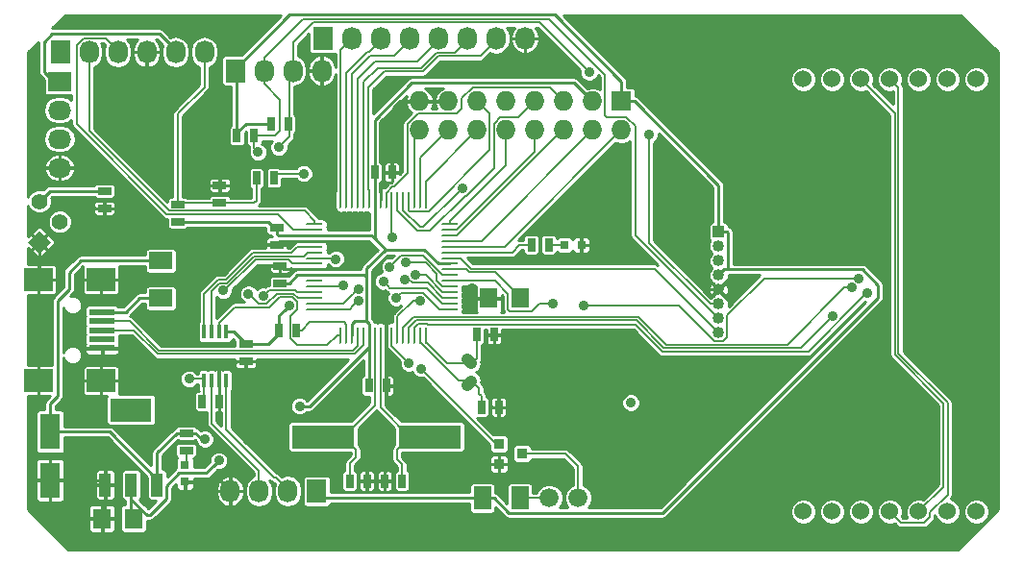
<source format=gtl>
%FSLAX46Y46*%
G04 Gerber Fmt 4.6, Leading zero omitted, Abs format (unit mm)*
G04 Created by KiCad (PCBNEW (2014-08-02 BZR 5044)-product) date 13.08.2014 17:47:44*
%MOMM*%
G01*
G04 APERTURE LIST*
%ADD10C,0.150000*%
%ADD11R,0.635000X1.143000*%
%ADD12R,1.143000X0.635000*%
%ADD13R,1.727200X2.032000*%
%ADD14O,1.727200X2.032000*%
%ADD15R,2.301240X0.500380*%
%ADD16R,2.499360X1.998980*%
%ADD17R,1.600200X1.803400*%
%ADD18R,0.797560X0.797560*%
%ADD19R,3.657600X2.032000*%
%ADD20R,1.016000X2.032000*%
%ADD21R,1.800860X3.149600*%
%ADD22R,2.032000X1.524000*%
%ADD23R,0.248920X1.524000*%
%ADD24O,0.248920X1.524000*%
%ADD25O,1.524000X0.248920*%
%ADD26R,5.499100X1.998980*%
%ADD27R,2.032000X1.727200*%
%ADD28O,2.032000X1.727200*%
%ADD29C,1.397000*%
%ADD30R,0.381000X1.270000*%
%ADD31R,1.016000X1.016000*%
%ADD32C,1.016000*%
%ADD33R,1.727200X1.727200*%
%ADD34O,1.727200X1.727200*%
%ADD35C,1.000760*%
%ADD36C,1.524000*%
%ADD37C,1.676400*%
%ADD38R,1.524000X2.032000*%
%ADD39R,0.914400X0.914400*%
%ADD40C,0.889000*%
%ADD41C,0.254000*%
%ADD42C,0.250000*%
G04 APERTURE END LIST*
D10*
D11*
X45998800Y-23008000D03*
X47522800Y-23008000D03*
D12*
X46484000Y-33646000D03*
X46484000Y-32122000D03*
D13*
X42855600Y-18328800D03*
D14*
X45395600Y-18328800D03*
X47935600Y-18328800D03*
X50475600Y-18328800D03*
D11*
X43000400Y-24054000D03*
X44524400Y-24054000D03*
X44722000Y-27784000D03*
X46246000Y-27784000D03*
D15*
X31133320Y-39583800D03*
X31133320Y-40383900D03*
X31133320Y-41184000D03*
X31133320Y-41984100D03*
X31133320Y-42784200D03*
D16*
X31034260Y-36733920D03*
X25535160Y-36733920D03*
X31034260Y-45634080D03*
X25535160Y-45634080D03*
D17*
X33928200Y-57781200D03*
X31134200Y-57781200D03*
D18*
X38429200Y-53049100D03*
X38429200Y-54547700D03*
D19*
X33688400Y-48225200D03*
D20*
X33688400Y-54829200D03*
X35974400Y-54829200D03*
X31402400Y-54829200D03*
D21*
X26555200Y-54400380D03*
X26555200Y-50148420D03*
D22*
X36284000Y-35065000D03*
X36284000Y-38367000D03*
D23*
X59633040Y-29714060D03*
D24*
X59132660Y-29714060D03*
X58632280Y-29714060D03*
X58131900Y-29714060D03*
X57631520Y-29714060D03*
X57133680Y-29714060D03*
X56633300Y-29714060D03*
X56132920Y-29714060D03*
X55632540Y-29714060D03*
X55132160Y-29714060D03*
X54631780Y-29714060D03*
X54133940Y-29714060D03*
X53633560Y-29714060D03*
X53133180Y-29714060D03*
X52632800Y-29714060D03*
X52132420Y-29714060D03*
D25*
X49851500Y-31834960D03*
X49851500Y-32335340D03*
X49851500Y-32835720D03*
X49851500Y-33336100D03*
X49851500Y-33836480D03*
X49851500Y-34334320D03*
X49851500Y-34834700D03*
X49851500Y-35335080D03*
X49851500Y-35835460D03*
X49851500Y-36335840D03*
X49851500Y-36836220D03*
X49851500Y-37334060D03*
X49851500Y-37834440D03*
X49851500Y-38334820D03*
X49851500Y-38835200D03*
X49851500Y-39335580D03*
D24*
X52132420Y-41616500D03*
X52632800Y-41616500D03*
X53133180Y-41616500D03*
X53633560Y-41616500D03*
X54133940Y-41616500D03*
X54631780Y-41616500D03*
X55132160Y-41616500D03*
X55632540Y-41616500D03*
X56132920Y-41616500D03*
X56633300Y-41616500D03*
X57133680Y-41616500D03*
X57631520Y-41616500D03*
X58131900Y-41616500D03*
X58632280Y-41616500D03*
X59132660Y-41616500D03*
X59633040Y-41616500D03*
D25*
X61753940Y-39335580D03*
X61753940Y-38835200D03*
X61753940Y-37834440D03*
X61771720Y-38334820D03*
X61753940Y-37334060D03*
X61753940Y-36836220D03*
X61753940Y-36335840D03*
X61753940Y-35835460D03*
X61753940Y-35335080D03*
X61753940Y-34834700D03*
X61753940Y-34341940D03*
X61753940Y-33841560D03*
X61753940Y-33341180D03*
X61753940Y-32840800D03*
X61753940Y-32342960D03*
X61753940Y-31842580D03*
D17*
X67981000Y-38384000D03*
X65187000Y-38384000D03*
D11*
X56646000Y-27284000D03*
X55122000Y-27284000D03*
D12*
X46784000Y-35522000D03*
X46784000Y-37046000D03*
D13*
X50594000Y-15484000D03*
D14*
X53134000Y-15484000D03*
X55674000Y-15484000D03*
X58214000Y-15484000D03*
X60754000Y-15484000D03*
X63294000Y-15484000D03*
X65834000Y-15484000D03*
X68374000Y-15484000D03*
D26*
X59983000Y-50584000D03*
X50585000Y-50584000D03*
D11*
X56146000Y-46084000D03*
X54622000Y-46084000D03*
X64122000Y-41584000D03*
X65646000Y-41584000D03*
X52922000Y-54484000D03*
X54446000Y-54484000D03*
X57546000Y-54484000D03*
X56022000Y-54484000D03*
D27*
X27384000Y-19274000D03*
D28*
X27384000Y-21814000D03*
X27384000Y-24354000D03*
X27384000Y-26894000D03*
D13*
X27434000Y-16684000D03*
D14*
X29974000Y-16684000D03*
X32514000Y-16684000D03*
X35054000Y-16684000D03*
X37594000Y-16684000D03*
X40134000Y-16684000D03*
D12*
X37784000Y-30122000D03*
X37784000Y-31646000D03*
X41484000Y-28422000D03*
X41484000Y-29946000D03*
X31335001Y-28928000D03*
X31335001Y-30452000D03*
D10*
G36*
X25610000Y-32443224D02*
X26597828Y-33431052D01*
X25610000Y-34418880D01*
X24622172Y-33431052D01*
X25610000Y-32443224D01*
X25610000Y-32443224D01*
G37*
D29*
X27406051Y-31635001D03*
X25610000Y-29838950D03*
D12*
X38524400Y-50254000D03*
X38524400Y-51778000D03*
X43784000Y-42422000D03*
X43784000Y-43946000D03*
D11*
X39922000Y-47484000D03*
X41446000Y-47484000D03*
D30*
X42059360Y-41325000D03*
X41409120Y-41325000D03*
X40758880Y-41325000D03*
X40108640Y-41325000D03*
X40108640Y-45643000D03*
X40758880Y-45643000D03*
X41409120Y-45643000D03*
X42059360Y-45643000D03*
D13*
X50012000Y-55366800D03*
D14*
X47472000Y-55366800D03*
X44932000Y-55366800D03*
X42392000Y-55366800D03*
D11*
X46722000Y-41184000D03*
X48246000Y-41184000D03*
D31*
X85414000Y-32539000D03*
D32*
X85414000Y-33809000D03*
X85414000Y-35079000D03*
X85414000Y-36349000D03*
X85414000Y-37619000D03*
X85414000Y-38889000D03*
X85414000Y-40159000D03*
X85414000Y-41429000D03*
D18*
X71834700Y-33684000D03*
X73333300Y-33684000D03*
D33*
X76874000Y-21014000D03*
D34*
X76874000Y-23554000D03*
X74334000Y-21014000D03*
X74334000Y-23554000D03*
X71794000Y-21014000D03*
X71794000Y-23554000D03*
X69254000Y-21014000D03*
X69254000Y-23554000D03*
X66714000Y-21014000D03*
X66714000Y-23554000D03*
X64174000Y-21014000D03*
X64174000Y-23554000D03*
X61634000Y-21014000D03*
X61634000Y-23554000D03*
X59094000Y-21014000D03*
X59094000Y-23554000D03*
D11*
X68922000Y-33684000D03*
X70446000Y-33684000D03*
D35*
X63295155Y-43745855D02*
X63648977Y-44099677D01*
X63648977Y-45668323D02*
X63295155Y-46022145D01*
D36*
X92864000Y-57164000D03*
X95404000Y-57164000D03*
X97944000Y-57164000D03*
X100484000Y-57164000D03*
X103024000Y-57164000D03*
X105564000Y-57164000D03*
X108104000Y-57164000D03*
X108104000Y-19064000D03*
X105564000Y-19064000D03*
X103024000Y-19064000D03*
X100484000Y-19064000D03*
X97944000Y-19064000D03*
X95404000Y-19064000D03*
X92864000Y-19064000D03*
D37*
X70514000Y-55984000D03*
X73054000Y-55984000D03*
D38*
X64633000Y-55984000D03*
X67935000Y-55984000D03*
D39*
X66068000Y-52973000D03*
X66068000Y-51195000D03*
X68100000Y-52084000D03*
D11*
X64522000Y-47984000D03*
X66046000Y-47984000D03*
D40*
X77684000Y-47584000D03*
X48514000Y-47879000D03*
X41402000Y-52679600D03*
X47614200Y-39000644D03*
X40182800Y-50800000D03*
X63681009Y-37505740D03*
X93984000Y-52784000D03*
X97584000Y-49684000D03*
X43584000Y-34184000D03*
X57184000Y-46384000D03*
X83884000Y-29284000D03*
X76884000Y-33984000D03*
X102924519Y-28306562D03*
X104184038Y-49414503D03*
X44864556Y-25506275D03*
X53693760Y-38576608D03*
X46684000Y-25084000D03*
X53693760Y-37537596D03*
X79284000Y-23984000D03*
X74010578Y-18457422D03*
X48884000Y-27384000D03*
X56680388Y-33027233D03*
X56457655Y-35590911D03*
X58140583Y-44109021D03*
X59146615Y-38599771D03*
X97776589Y-36624576D03*
X73497115Y-39050521D03*
X97140138Y-37446089D03*
X95460578Y-39960578D03*
X98484000Y-37884000D03*
X57014480Y-38334647D03*
X55879610Y-36892379D03*
X58753350Y-36322382D03*
X57784000Y-36696423D03*
X57871230Y-35249188D03*
X70808011Y-38814480D03*
X62854918Y-28659927D03*
X44018256Y-37991412D03*
X45311770Y-38183649D03*
X59184000Y-44584000D03*
X52354952Y-37199320D03*
X38784000Y-45484000D03*
X51723808Y-34923808D03*
X41800000Y-37700000D03*
D41*
X31335001Y-28928000D02*
X26520950Y-28928000D01*
X26520950Y-28928000D02*
X25610000Y-29838950D01*
X46484000Y-32693500D02*
X46484000Y-32122000D01*
X46626220Y-32835720D02*
X46484000Y-32693500D01*
X49851500Y-32835720D02*
X46626220Y-32835720D01*
X48835500Y-36335840D02*
X49851500Y-36335840D01*
X48319660Y-36335840D02*
X48835500Y-36335840D01*
X47609500Y-37046000D02*
X48319660Y-36335840D01*
X46784000Y-37046000D02*
X47609500Y-37046000D01*
X53133180Y-40600500D02*
X53349680Y-40384000D01*
X53133180Y-41616500D02*
X53133180Y-40600500D01*
X54631780Y-40600500D02*
X54631780Y-41616500D01*
X54415280Y-40384000D02*
X54631780Y-40600500D01*
X53349680Y-40384000D02*
X54415280Y-40384000D01*
X49851500Y-36335840D02*
X54235840Y-36335840D01*
X54415280Y-36515280D02*
X54415280Y-40384000D01*
X54235840Y-36335840D02*
X54415280Y-36515280D01*
X54415280Y-36515280D02*
X54415280Y-35752720D01*
X54415280Y-35752720D02*
X56084000Y-34084000D01*
X60737940Y-35335080D02*
X61753940Y-35335080D01*
X59486860Y-34084000D02*
X60737940Y-35335080D01*
X56084000Y-34084000D02*
X59486860Y-34084000D01*
X55132160Y-33132160D02*
X55132160Y-29714060D01*
X56084000Y-34084000D02*
X55132160Y-33132160D01*
X55122000Y-29703900D02*
X55132160Y-29714060D01*
X55122000Y-27284000D02*
X55122000Y-29703900D01*
X54622000Y-41626280D02*
X54631780Y-41616500D01*
X54622000Y-46084000D02*
X54622000Y-41626280D01*
X49851500Y-32835720D02*
X54835720Y-32835720D01*
X54835720Y-32835720D02*
X55132160Y-33132160D01*
X55122000Y-22674644D02*
X58412644Y-19384000D01*
X73470401Y-20150401D02*
X74334000Y-21014000D01*
X55122000Y-27284000D02*
X55122000Y-22674644D01*
X58412644Y-19384000D02*
X72704000Y-19384000D01*
X72704000Y-19384000D02*
X73470401Y-20150401D01*
X54631780Y-41616500D02*
X54631780Y-42632500D01*
X54631780Y-42632500D02*
X49385280Y-47879000D01*
X49385280Y-47879000D02*
X49142617Y-47879000D01*
X49142617Y-47879000D02*
X48514000Y-47879000D01*
X26719420Y-15090980D02*
X36153380Y-15090980D01*
X36153380Y-15090980D02*
X37594000Y-16531600D01*
X37594000Y-16531600D02*
X37594000Y-16684000D01*
X46230000Y-32122000D02*
X46484000Y-32122000D01*
X45754000Y-31646000D02*
X46230000Y-32122000D01*
X37784000Y-31646000D02*
X45754000Y-31646000D01*
X27131600Y-19574000D02*
X27284000Y-19574000D01*
X26014000Y-18456400D02*
X27131600Y-19574000D01*
X26014000Y-15796400D02*
X26014000Y-18456400D01*
X26719420Y-15090980D02*
X26014000Y-15796400D01*
X33688400Y-57541400D02*
X33928200Y-57781200D01*
X33688400Y-54829200D02*
X33688400Y-57541400D01*
X33688400Y-54829200D02*
X33688400Y-56099200D01*
X33688400Y-56099200D02*
X35065600Y-57476400D01*
X35065600Y-57476400D02*
X35349802Y-57476400D01*
X35349802Y-57476400D02*
X36759401Y-56066801D01*
X36759401Y-56066801D02*
X36759401Y-54921337D01*
X36759401Y-54921337D02*
X37896239Y-53784499D01*
X37896239Y-53784499D02*
X40297101Y-53784499D01*
X40297101Y-53784499D02*
X40957501Y-53124099D01*
X40957501Y-53124099D02*
X41402000Y-52679600D01*
X37674000Y-16284000D02*
X37674000Y-16436400D01*
X37674000Y-16284000D02*
X37674000Y-16131600D01*
X36284000Y-35065000D02*
X29235000Y-35065000D01*
X29235000Y-35065000D02*
X28200000Y-36100000D01*
X28200000Y-36100000D02*
X28200000Y-37600000D01*
X28200000Y-37600000D02*
X27228800Y-38571200D01*
X27228800Y-38571200D02*
X27228800Y-46990000D01*
X27228800Y-46990000D02*
X26555200Y-47663600D01*
X26555200Y-47663600D02*
X26555200Y-50148420D01*
X70984000Y-13384000D02*
X47648000Y-13384000D01*
X47648000Y-13384000D02*
X42855600Y-18176400D01*
X42855600Y-18176400D02*
X42855600Y-18328800D01*
X43792400Y-23008000D02*
X46098800Y-23008000D01*
X43000400Y-24054000D02*
X43000400Y-23800000D01*
X43000400Y-23800000D02*
X43792400Y-23008000D01*
X43000400Y-24054000D02*
X43000400Y-18473600D01*
X43000400Y-18473600D02*
X42855600Y-18328800D01*
X42687000Y-41325000D02*
X43784000Y-42422000D01*
X42059360Y-41325000D02*
X42687000Y-41325000D01*
X46722000Y-41438000D02*
X46722000Y-41184000D01*
X45738000Y-42422000D02*
X46722000Y-41438000D01*
X43784000Y-42422000D02*
X45738000Y-42422000D01*
X77991600Y-21014000D02*
X76874000Y-21014000D01*
X85414000Y-28436400D02*
X77991600Y-21014000D01*
X85414000Y-32539000D02*
X85414000Y-28436400D01*
X65649000Y-55984000D02*
X64633000Y-55984000D01*
X66942001Y-57277001D02*
X65649000Y-55984000D01*
X80490999Y-57277001D02*
X66942001Y-57277001D01*
X99405501Y-38362499D02*
X80490999Y-57277001D01*
X99405501Y-37199158D02*
X99405501Y-38362499D01*
X98047344Y-35841001D02*
X99405501Y-37199158D01*
X85414000Y-36349000D02*
X85921999Y-35841001D01*
X86199001Y-32562001D02*
X86176000Y-32539000D01*
X86199001Y-35716479D02*
X86199001Y-32562001D01*
X86074479Y-35841001D02*
X86199001Y-35716479D01*
X86176000Y-32539000D02*
X85414000Y-32539000D01*
X85921999Y-35841001D02*
X86074479Y-35841001D01*
X86074479Y-35841001D02*
X98047344Y-35841001D01*
X76874000Y-19274000D02*
X70984000Y-13384000D01*
X76874000Y-21014000D02*
X76874000Y-19274000D01*
X46722000Y-41184000D02*
X46722000Y-39892844D01*
X46722000Y-39892844D02*
X47169701Y-39445143D01*
X47169701Y-39445143D02*
X47614200Y-39000644D01*
X35974400Y-54321200D02*
X35974400Y-54829200D01*
X31801620Y-50148420D02*
X35974400Y-54321200D01*
X26555200Y-50148420D02*
X31801620Y-50148420D01*
X35974400Y-53559200D02*
X35974400Y-54829200D01*
X35974400Y-51978500D02*
X35974400Y-53559200D01*
X37698900Y-50254000D02*
X35974400Y-51978500D01*
X38524400Y-50254000D02*
X37698900Y-50254000D01*
X39349900Y-50254000D02*
X39895900Y-50800000D01*
X38524400Y-50254000D02*
X39349900Y-50254000D01*
X39895900Y-50800000D02*
X40182800Y-50800000D01*
X50629200Y-55984000D02*
X50012000Y-55366800D01*
X64633000Y-55984000D02*
X50629200Y-55984000D01*
D10*
X66566440Y-33841560D02*
X76854000Y-23554000D01*
X61753940Y-33841560D02*
X66566440Y-33841560D01*
X64526820Y-33341180D02*
X74314000Y-23554000D01*
X61753940Y-33341180D02*
X64526820Y-33341180D01*
X71678280Y-23554000D02*
X71774000Y-23554000D01*
X62391480Y-32840800D02*
X71678280Y-23554000D01*
X61753940Y-32840800D02*
X62391480Y-32840800D01*
X69234000Y-24631630D02*
X69234000Y-23554000D01*
X69234000Y-25500440D02*
X69234000Y-24631630D01*
X62391480Y-32342960D02*
X69234000Y-25500440D01*
X61753940Y-32342960D02*
X62391480Y-32342960D01*
X61753940Y-31842580D02*
X61753940Y-31568120D01*
X61753940Y-31568120D02*
X66694000Y-26628060D01*
X66694000Y-26628060D02*
X66694000Y-25698278D01*
X66694000Y-25698278D02*
X66694000Y-23554000D01*
X59633040Y-28074960D02*
X64154000Y-23554000D01*
X59633040Y-29714060D02*
X59633040Y-28074960D01*
X59132660Y-28735778D02*
X59132660Y-28802060D01*
X59132660Y-28802060D02*
X59132660Y-29714060D01*
X59235809Y-25932191D02*
X61614000Y-23554000D01*
X59132660Y-26035340D02*
X59235809Y-25932191D01*
X59132660Y-29714060D02*
X59132660Y-26035340D01*
D41*
X59074000Y-23554000D02*
X58627190Y-24000810D01*
D10*
X58632280Y-28585970D02*
X58632280Y-29714060D01*
X58627190Y-28580880D02*
X58632280Y-28585970D01*
X58632280Y-23995720D02*
X59074000Y-23554000D01*
X58632280Y-29714060D02*
X58632280Y-23995720D01*
D41*
X41446000Y-47484000D02*
X41446000Y-45679880D01*
X41446000Y-45679880D02*
X41409120Y-45643000D01*
X25610000Y-33431052D02*
X25610000Y-36659080D01*
X25610000Y-36659080D02*
X25535160Y-36733920D01*
D10*
X49851500Y-33336100D02*
X49213960Y-33336100D01*
X54913500Y-54484000D02*
X56022000Y-54484000D01*
X54446000Y-54484000D02*
X54913500Y-54484000D01*
X64236900Y-38384000D02*
X63681009Y-37828109D01*
X65187000Y-38384000D02*
X64236900Y-38384000D01*
X63681009Y-37828109D02*
X63681009Y-37505740D01*
D41*
X46793900Y-33336100D02*
X46484000Y-33646000D01*
X49851500Y-33336100D02*
X46793900Y-33336100D01*
X43784000Y-43946000D02*
X41822000Y-43946000D01*
X41409120Y-44358880D02*
X41409120Y-45643000D01*
X41822000Y-43946000D02*
X41409120Y-44358880D01*
X56132920Y-46070920D02*
X56146000Y-46084000D01*
X56132920Y-41616500D02*
X56132920Y-46070920D01*
X47097460Y-35835460D02*
X46784000Y-35522000D01*
X49851500Y-35835460D02*
X47097460Y-35835460D01*
X49851500Y-35835460D02*
X51832540Y-35835460D01*
X51832540Y-35835460D02*
X52584000Y-35084000D01*
X52584000Y-35084000D02*
X52584000Y-34284000D01*
X51636100Y-33336100D02*
X49851500Y-33336100D01*
X52584000Y-34284000D02*
X51636100Y-33336100D01*
X44122000Y-33646000D02*
X43584000Y-34184000D01*
X46484000Y-33646000D02*
X44122000Y-33646000D01*
X56717500Y-46084000D02*
X57017500Y-46384000D01*
X56146000Y-46084000D02*
X56717500Y-46084000D01*
X57017500Y-46384000D02*
X57184000Y-46384000D01*
X83439501Y-29728499D02*
X83439501Y-36539501D01*
X83884000Y-29284000D02*
X83439501Y-29728499D01*
X84519000Y-37619000D02*
X85414000Y-37619000D01*
X83439501Y-36539501D02*
X84519000Y-37619000D01*
X73333300Y-33684000D02*
X76584000Y-33684000D01*
X76584000Y-33684000D02*
X76884000Y-33984000D01*
X57354000Y-21014000D02*
X59094000Y-21014000D01*
X56784000Y-21584000D02*
X57354000Y-21014000D01*
X56784000Y-25384000D02*
X56784000Y-21584000D01*
X56646000Y-25522000D02*
X56784000Y-25384000D01*
X56646000Y-27284000D02*
X56646000Y-25522000D01*
X55632540Y-28698060D02*
X56146600Y-28184000D01*
X55632540Y-29714060D02*
X55632540Y-28698060D01*
X56646000Y-28109500D02*
X56646000Y-27284000D01*
X56571500Y-28184000D02*
X56646000Y-28109500D01*
X56146600Y-28184000D02*
X56571500Y-28184000D01*
X102136019Y-54236019D02*
X104354076Y-54236019D01*
X104736019Y-49966484D02*
X104628537Y-49859002D01*
X104736019Y-53854076D02*
X104736019Y-49966484D01*
X97584000Y-49684000D02*
X102136019Y-54236019D01*
X104354076Y-54236019D02*
X104736019Y-53854076D01*
X104628537Y-49859002D02*
X104184038Y-49414503D01*
X31402400Y-57208200D02*
X31134200Y-57476400D01*
X31402400Y-54829200D02*
X31402400Y-57208200D01*
X30973580Y-54400380D02*
X31402400Y-54829200D01*
X26555200Y-54400380D02*
X30973580Y-54400380D01*
X31402400Y-57513000D02*
X31134200Y-57781200D01*
X31402400Y-54829200D02*
X31402400Y-57513000D01*
X41572900Y-54547700D02*
X42392000Y-55366800D01*
X38429200Y-54547700D02*
X41572900Y-54547700D01*
X29974000Y-16531600D02*
X29974000Y-16684000D01*
D10*
X29974000Y-16836400D02*
X29974000Y-16684000D01*
X29974000Y-17850000D02*
X29974000Y-16684000D01*
X29974000Y-23606002D02*
X29974000Y-17850000D01*
X37032499Y-30664501D02*
X29974000Y-23606002D01*
X48955501Y-30664501D02*
X37032499Y-30664501D01*
X49851500Y-31560500D02*
X48955501Y-30664501D01*
X49851500Y-31834960D02*
X49851500Y-31560500D01*
X49213960Y-32335340D02*
X49851500Y-32335340D01*
X32514000Y-16531600D02*
X32514000Y-16684000D01*
X31425390Y-15442990D02*
X32514000Y-16531600D01*
X29523083Y-15442990D02*
X31425390Y-15442990D01*
X28885390Y-16080683D02*
X29523083Y-15442990D01*
X28885390Y-23043390D02*
X28885390Y-16080683D01*
X36826000Y-30984000D02*
X28885390Y-23043390D01*
X46640002Y-30984000D02*
X36826000Y-30984000D01*
X47991342Y-32335340D02*
X46640002Y-30984000D01*
X49851500Y-32335340D02*
X47991342Y-32335340D01*
X85414000Y-40159000D02*
X78084050Y-32829050D01*
X78084050Y-32829050D02*
X78084050Y-23208328D01*
X78084050Y-23208328D02*
X77259722Y-22384000D01*
X77259722Y-22384000D02*
X75584000Y-22384000D01*
X75584000Y-22384000D02*
X75422601Y-22222601D01*
X75422601Y-22222601D02*
X75422601Y-18722601D01*
X75422601Y-18722601D02*
X70484000Y-13784000D01*
X70484000Y-13784000D02*
X48774400Y-13784000D01*
X48774400Y-13784000D02*
X45395600Y-17162800D01*
X45395600Y-17162800D02*
X45395600Y-18328800D01*
X44524400Y-24054000D02*
X46346802Y-24054000D01*
X46346802Y-24054000D02*
X46784000Y-23616802D01*
X46784000Y-23616802D02*
X46784000Y-20883200D01*
X46784000Y-20883200D02*
X45395600Y-19494800D01*
X45395600Y-19494800D02*
X45395600Y-18328800D01*
X44524400Y-25166119D02*
X44864556Y-25506275D01*
X44524400Y-24054000D02*
X44524400Y-25166119D01*
X53249261Y-39021107D02*
X53693760Y-38576608D01*
X49851500Y-39335580D02*
X52934788Y-39335580D01*
X52934788Y-39335580D02*
X53249261Y-39021107D01*
X69637166Y-14084010D02*
X49709388Y-14084010D01*
X49709388Y-14084010D02*
X47935600Y-15857798D01*
X47935600Y-15857798D02*
X47935600Y-17162800D01*
X47935600Y-17162800D02*
X47935600Y-18328800D01*
X47128499Y-24639501D02*
X46684000Y-25084000D01*
X47622800Y-23008000D02*
X47622800Y-24145200D01*
X47622800Y-24145200D02*
X47128499Y-24639501D01*
X47622800Y-23008000D02*
X47622800Y-18641600D01*
X47622800Y-18641600D02*
X47935600Y-18328800D01*
X49851500Y-38835200D02*
X49220115Y-38835200D01*
X49851500Y-38835200D02*
X52396156Y-38835200D01*
X52396156Y-38835200D02*
X53249261Y-37982095D01*
X53249261Y-37982095D02*
X53693760Y-37537596D01*
X85414000Y-38889000D02*
X84695580Y-38889000D01*
X84695580Y-38889000D02*
X79284000Y-33477420D01*
X79284000Y-33477420D02*
X79284000Y-24612617D01*
X79284000Y-24612617D02*
X79284000Y-23984000D01*
X74010578Y-18457422D02*
X69637166Y-14084010D01*
X37784000Y-22120400D02*
X40134000Y-19770400D01*
X40134000Y-19770400D02*
X40134000Y-16684000D01*
X40146000Y-16352000D02*
X40214000Y-16284000D01*
X40214000Y-16131600D02*
X40214000Y-16284000D01*
X37784000Y-30122000D02*
X37784000Y-22120400D01*
X37922000Y-29984000D02*
X37784000Y-30122000D01*
X44722000Y-29784000D02*
X44522000Y-29984000D01*
X44722000Y-27784000D02*
X44722000Y-29784000D01*
X44428510Y-29984000D02*
X37922000Y-29984000D01*
X44522000Y-29984000D02*
X44428510Y-29984000D01*
X41484000Y-29984000D02*
X44428510Y-29984000D01*
X41384000Y-29884000D02*
X41484000Y-29984000D01*
X41422000Y-29884000D02*
X41384000Y-29884000D01*
X41484000Y-29946000D02*
X41422000Y-29884000D01*
X55132160Y-41616500D02*
X55132160Y-47786900D01*
X55132160Y-47786900D02*
X52335060Y-50584000D01*
X53484550Y-51733490D02*
X52335060Y-50584000D01*
X52335060Y-50584000D02*
X50585000Y-50584000D01*
X53484550Y-52358450D02*
X53484550Y-51733490D01*
X52922000Y-52921000D02*
X53484550Y-52358450D01*
X52922000Y-54484000D02*
X52922000Y-52921000D01*
X55632540Y-41616500D02*
X55632540Y-47983600D01*
X55632540Y-47983600D02*
X58232940Y-50584000D01*
X57083450Y-51733490D02*
X58232940Y-50584000D01*
X58232940Y-50584000D02*
X59983000Y-50584000D01*
X57083450Y-51958450D02*
X57083450Y-51733490D01*
X57083450Y-52558450D02*
X57083450Y-51733490D01*
X57546000Y-53021000D02*
X57083450Y-52558450D01*
X57546000Y-54484000D02*
X57546000Y-53021000D01*
X67981000Y-38282400D02*
X67981000Y-38384000D01*
X61753940Y-35835460D02*
X63242422Y-35835460D01*
X63242422Y-35835460D02*
X63490972Y-36084010D01*
X63490972Y-36084010D02*
X65782610Y-36084010D01*
X65782610Y-36084010D02*
X67981000Y-38282400D01*
X38524400Y-51778000D02*
X38524400Y-52953900D01*
X38524400Y-52953900D02*
X38429200Y-53049100D01*
X70446000Y-33684000D02*
X71834700Y-33684000D01*
X70514000Y-55984000D02*
X69328607Y-55984000D01*
X69328607Y-55984000D02*
X67935000Y-55984000D01*
X72930505Y-53060505D02*
X72984000Y-53114000D01*
X71954000Y-52084000D02*
X72930505Y-53060505D01*
X72930505Y-53060505D02*
X73054000Y-53184000D01*
X73054000Y-53184000D02*
X73054000Y-55984000D01*
X68100000Y-52084000D02*
X71954000Y-52084000D01*
X62665940Y-34834700D02*
X63615240Y-35784000D01*
X61753940Y-34834700D02*
X62665940Y-34834700D01*
X79769000Y-35784000D02*
X85414000Y-41429000D01*
X63615240Y-35784000D02*
X79769000Y-35784000D01*
X48884000Y-27384000D02*
X46646000Y-27384000D01*
X46646000Y-27384000D02*
X46246000Y-27784000D01*
X56633300Y-32980145D02*
X56680388Y-33027233D01*
X56633300Y-29714060D02*
X56633300Y-32980145D01*
X56902154Y-35146412D02*
X56457655Y-35590911D01*
X61122555Y-36335840D02*
X59366402Y-34579687D01*
X57468879Y-34579687D02*
X56902154Y-35146412D01*
X59366402Y-34579687D02*
X57468879Y-34579687D01*
X61753940Y-36335840D02*
X61122555Y-36335840D01*
X57696084Y-43664522D02*
X58140583Y-44109021D01*
X56633300Y-42601738D02*
X57696084Y-43664522D01*
X56633300Y-41616500D02*
X56633300Y-42601738D01*
X81950679Y-39050521D02*
X74125732Y-39050521D01*
X85765841Y-42162001D02*
X85062159Y-42162001D01*
X74125732Y-39050521D02*
X73497115Y-39050521D01*
X86147001Y-39883970D02*
X86147001Y-41780841D01*
X97776589Y-36624576D02*
X89406395Y-36624576D01*
X86147001Y-41780841D02*
X85765841Y-42162001D01*
X89406395Y-36624576D02*
X86147001Y-39883970D01*
X85062159Y-42162001D02*
X81950679Y-39050521D01*
X57133680Y-41616500D02*
X57133680Y-39984089D01*
X57133680Y-39984089D02*
X58517998Y-38599771D01*
X58517998Y-38599771D02*
X59146615Y-38599771D01*
X101245999Y-19825999D02*
X101245999Y-43245999D01*
X100484000Y-19064000D02*
X101245999Y-19825999D01*
X101245999Y-43245999D02*
X105584000Y-47584000D01*
X101245999Y-57925999D02*
X100484000Y-57164000D01*
X101471001Y-58151001D02*
X101245999Y-57925999D01*
X103497761Y-58151001D02*
X101471001Y-58151001D01*
X104011001Y-57637761D02*
X103497761Y-58151001D01*
X104011001Y-57256237D02*
X104011001Y-57637761D01*
X105584000Y-55683238D02*
X104011001Y-57256237D01*
X105584000Y-47584000D02*
X105584000Y-55683238D01*
X57631520Y-40978960D02*
X58581010Y-40029470D01*
X58581010Y-40029470D02*
X78346280Y-40029470D01*
X96511521Y-37446089D02*
X97140138Y-37446089D01*
X80778821Y-42462011D02*
X91495601Y-42462009D01*
X57631520Y-41616500D02*
X57631520Y-40978960D01*
X91495601Y-42462009D02*
X96511521Y-37446089D01*
X78346280Y-40029470D02*
X80778821Y-42462011D01*
X58131900Y-41616500D02*
X58131900Y-42254040D01*
X80586299Y-42762021D02*
X92659137Y-42762019D01*
X95016079Y-40405077D02*
X95460578Y-39960578D01*
X92659137Y-42762019D02*
X95016079Y-40405077D01*
X58131900Y-41616500D02*
X58131900Y-40978960D01*
X58131900Y-40978960D02*
X58781380Y-40329480D01*
X58781380Y-40329480D02*
X78153758Y-40329480D01*
X78153758Y-40329480D02*
X80586299Y-42762021D01*
X103024000Y-57164000D02*
X105194039Y-54993961D01*
X105194039Y-54993961D02*
X105194039Y-47618317D01*
X105194039Y-47618317D02*
X100945989Y-43370267D01*
X100945989Y-43370267D02*
X100945989Y-22065989D01*
X100945989Y-22065989D02*
X98705999Y-19825999D01*
X98705999Y-19825999D02*
X97944000Y-19064000D01*
X98039501Y-38328499D02*
X98484000Y-37884000D01*
X93305969Y-43062031D02*
X98039501Y-38328499D01*
X80462031Y-43062031D02*
X93305969Y-43062031D01*
X78084000Y-40684000D02*
X80462031Y-43062031D01*
X59832305Y-40684000D02*
X78084000Y-40684000D01*
X59777795Y-40629490D02*
X59832305Y-40684000D01*
X58981750Y-40629490D02*
X59777795Y-40629490D01*
X58632280Y-40978960D02*
X58981750Y-40629490D01*
X58632280Y-41616500D02*
X58632280Y-40978960D01*
X61753940Y-39335580D02*
X60841940Y-39335580D01*
X60841940Y-39335580D02*
X59396508Y-37890148D01*
X57458979Y-37890148D02*
X57014480Y-38334647D01*
X59396508Y-37890148D02*
X57458979Y-37890148D01*
X56440732Y-37453501D02*
X56324109Y-37336878D01*
X61753940Y-38835200D02*
X61116400Y-38835200D01*
X61116400Y-38835200D02*
X59734701Y-37453501D01*
X59734701Y-37453501D02*
X56440732Y-37453501D01*
X56324109Y-37336878D02*
X55879610Y-36892379D01*
X59381967Y-36322382D02*
X58753350Y-36322382D01*
X59604342Y-36322382D02*
X59381967Y-36322382D01*
X61116400Y-37834440D02*
X59604342Y-36322382D01*
X61753940Y-37834440D02*
X61116400Y-37834440D01*
X61771720Y-38334820D02*
X61122555Y-38334820D01*
X61122555Y-38334820D02*
X59779618Y-36991883D01*
X59779618Y-36991883D02*
X58431989Y-36991883D01*
X58431989Y-36991883D02*
X58136529Y-36696423D01*
X58136529Y-36696423D02*
X57784000Y-36696423D01*
X57832641Y-36784000D02*
X57832641Y-36745064D01*
X57832641Y-36745064D02*
X57784000Y-36696423D01*
X58499847Y-35249188D02*
X57871230Y-35249188D01*
X59611625Y-35249188D02*
X58499847Y-35249188D01*
X60608016Y-36245579D02*
X59611625Y-35249188D01*
X60608017Y-36825677D02*
X60608016Y-36245579D01*
X61116400Y-37334060D02*
X60608017Y-36825677D01*
X61753940Y-37334060D02*
X61116400Y-37334060D01*
X70179394Y-38814480D02*
X70808011Y-38814480D01*
X69657322Y-38814480D02*
X70179394Y-38814480D01*
X68961101Y-39510701D02*
X69657322Y-38814480D01*
X67000899Y-39510701D02*
X68961101Y-39510701D01*
X66884000Y-39393802D02*
X67000899Y-39510701D01*
X66884000Y-37974198D02*
X66884000Y-39393802D01*
X65746022Y-36836220D02*
X66884000Y-37974198D01*
X61753940Y-36836220D02*
X65746022Y-36836220D01*
X52132420Y-16485580D02*
X53134000Y-15484000D01*
X52132420Y-29714060D02*
X52132420Y-16485580D01*
X55674000Y-15636400D02*
X55674000Y-15484000D01*
X54660400Y-16650000D02*
X55674000Y-15636400D01*
X54508000Y-16650000D02*
X54660400Y-16650000D01*
X52632800Y-18525200D02*
X54508000Y-16650000D01*
X52632800Y-29714060D02*
X52632800Y-18525200D01*
X53133180Y-18601498D02*
X54750678Y-16984000D01*
X53133180Y-29714060D02*
X53133180Y-18601498D01*
X58214000Y-15636400D02*
X58214000Y-15484000D01*
X56866400Y-16984000D02*
X58214000Y-15636400D01*
X54750678Y-16984000D02*
X56866400Y-16984000D01*
X53633560Y-29714060D02*
X53633560Y-19034440D01*
X53633560Y-19034440D02*
X55184000Y-17484000D01*
X60754000Y-15636400D02*
X60754000Y-15484000D01*
X58906400Y-17484000D02*
X60754000Y-15636400D01*
X55184000Y-17484000D02*
X58906400Y-17484000D01*
X63294000Y-15636400D02*
X63294000Y-15484000D01*
X62205390Y-16725010D02*
X63294000Y-15636400D01*
X60542990Y-16725010D02*
X62205390Y-16725010D01*
X59184000Y-18084000D02*
X60542990Y-16725010D01*
X55384000Y-18084000D02*
X59184000Y-18084000D01*
X54156376Y-19311624D02*
X55384000Y-18084000D01*
X54156376Y-24711624D02*
X54156376Y-19311624D01*
X54133940Y-24734060D02*
X54156376Y-24711624D01*
X54133940Y-29714060D02*
X54133940Y-24734060D01*
X65834000Y-15636400D02*
X65834000Y-15484000D01*
X64445380Y-17025020D02*
X65834000Y-15636400D01*
X60742980Y-17025020D02*
X64445380Y-17025020D01*
X59384000Y-18384000D02*
X60742980Y-17025020D01*
X59308278Y-18384000D02*
X59384000Y-18384000D01*
X59308269Y-18384009D02*
X59308278Y-18384000D01*
X55983990Y-18384010D02*
X59308269Y-18384009D01*
X54579499Y-19788501D02*
X55983990Y-18384010D01*
X54579499Y-28749779D02*
X54579499Y-19788501D01*
X54631780Y-28802060D02*
X54579499Y-28749779D01*
X54631780Y-29714060D02*
X54631780Y-28802060D01*
X70930401Y-20150401D02*
X71794000Y-21014000D01*
X56132920Y-29076520D02*
X56673430Y-28536010D01*
X56673430Y-28536010D02*
X56829807Y-28536010D01*
X56829807Y-28536010D02*
X58005399Y-27360418D01*
X56132920Y-29714060D02*
X56132920Y-29076520D01*
X58005399Y-27360418D02*
X58005399Y-23031471D01*
X58005399Y-23031471D02*
X58934269Y-22102601D01*
X58934269Y-22102601D02*
X62363740Y-22102601D01*
X62363740Y-22102601D02*
X62819591Y-21646750D01*
X62819591Y-21646750D02*
X62819591Y-20757279D01*
X62819591Y-20757279D02*
X63792870Y-19784000D01*
X63792870Y-19784000D02*
X70564000Y-19784000D01*
X70564000Y-19784000D02*
X70930401Y-20150401D01*
X65625399Y-26880308D02*
X65625399Y-23031471D01*
X63176279Y-29329428D02*
X65625399Y-26880308D01*
X63076279Y-29329428D02*
X63176279Y-29329428D01*
X60001047Y-32404660D02*
X63076279Y-29329428D01*
X58912280Y-32404660D02*
X60001047Y-32404660D01*
X57133680Y-30626060D02*
X58912280Y-32404660D01*
X57133680Y-29714060D02*
X57133680Y-30626060D01*
X57133680Y-29714060D02*
X57133680Y-30347985D01*
X57133680Y-29714060D02*
X57133680Y-30351600D01*
X66191471Y-22465399D02*
X65706709Y-22950161D01*
X65625399Y-23031471D02*
X65706709Y-22950161D01*
X67802601Y-22465399D02*
X69254000Y-21014000D01*
X66191471Y-22465399D02*
X67802601Y-22465399D01*
X65625399Y-23031471D02*
X66191471Y-22465399D01*
X62410419Y-29104426D02*
X62854918Y-28659927D01*
X59410195Y-32104650D02*
X62410419Y-29104426D01*
X57631520Y-30626060D02*
X59110110Y-32104650D01*
X57631520Y-29714060D02*
X57631520Y-30626060D01*
X59110110Y-32104650D02*
X59410195Y-32104650D01*
X65037599Y-21877599D02*
X64174000Y-21014000D01*
X65262601Y-22102601D02*
X65037599Y-21877599D01*
X65262601Y-25305399D02*
X65262601Y-22102601D01*
X59866939Y-30701061D02*
X65262601Y-25305399D01*
X58206901Y-30701061D02*
X59866939Y-30701061D01*
X58131900Y-30626060D02*
X58206901Y-30701061D01*
X58131900Y-29714060D02*
X58131900Y-30626060D01*
X47472000Y-55214400D02*
X47472000Y-55366800D01*
X46458400Y-54200800D02*
X47472000Y-55214400D01*
X46306000Y-54200800D02*
X46458400Y-54200800D01*
X42059360Y-49954160D02*
X46306000Y-54200800D01*
X42059360Y-45643000D02*
X42059360Y-49954160D01*
X40758880Y-49394880D02*
X44932000Y-53568000D01*
X44932000Y-53568000D02*
X44932000Y-55366800D01*
X40758880Y-45643000D02*
X40758880Y-49394880D01*
X62976356Y-45633300D02*
X63684000Y-45633300D01*
X62511920Y-45633300D02*
X62976356Y-45633300D01*
X59132660Y-42254040D02*
X62511920Y-45633300D01*
X59132660Y-41616500D02*
X59132660Y-42254040D01*
X63684000Y-45633300D02*
X64322000Y-46271300D01*
X64522000Y-46981196D02*
X64522000Y-47984000D01*
X64322000Y-46781196D02*
X64522000Y-46981196D01*
X64322000Y-46271300D02*
X64322000Y-46781196D01*
X62976356Y-44134700D02*
X63684000Y-44134700D01*
X61513700Y-44134700D02*
X62976356Y-44134700D01*
X59633040Y-42254040D02*
X61513700Y-44134700D01*
X59633040Y-41616500D02*
X59633040Y-42254040D01*
X64122000Y-43696700D02*
X63684000Y-44134700D01*
X64122000Y-41584000D02*
X64122000Y-43696700D01*
X36134030Y-42983990D02*
X33533940Y-40383900D01*
X33533940Y-40383900D02*
X31133320Y-40383900D01*
X36134030Y-42983990D02*
X53184010Y-42983990D01*
X53184010Y-42983990D02*
X53633560Y-42534440D01*
X53633560Y-42534440D02*
X53633560Y-41616500D01*
X35983999Y-43283999D02*
X33884000Y-41184000D01*
X33884000Y-41184000D02*
X31133320Y-41184000D01*
X35983999Y-43283999D02*
X53378441Y-43283999D01*
X53378441Y-43283999D02*
X54133940Y-42528500D01*
X54133940Y-42528500D02*
X54133940Y-41616500D01*
X49851500Y-38334820D02*
X48363516Y-38334820D01*
X48363516Y-38334820D02*
X47999149Y-37970453D01*
X47999149Y-37970453D02*
X46488409Y-37970453D01*
X46488409Y-37970453D02*
X45605361Y-38853501D01*
X45605361Y-38853501D02*
X44880345Y-38853501D01*
X44880345Y-38853501D02*
X44462755Y-38435911D01*
X44462755Y-38435911D02*
X44018256Y-37991412D01*
X48287414Y-37834440D02*
X48123417Y-37670443D01*
X48123417Y-37670443D02*
X45824976Y-37670443D01*
X49851500Y-37834440D02*
X48287414Y-37834440D01*
X45756269Y-37739150D02*
X45311770Y-38183649D01*
X45824976Y-37670443D02*
X45756269Y-37739150D01*
X49851500Y-37334060D02*
X52220212Y-37334060D01*
X52220212Y-37334060D02*
X52354952Y-37199320D01*
X65795000Y-51195000D02*
X59184000Y-44584000D01*
X66068000Y-51195000D02*
X65795000Y-51195000D01*
X67226060Y-34341940D02*
X67884000Y-33684000D01*
X67884000Y-33684000D02*
X68922000Y-33684000D01*
X61753940Y-34341940D02*
X67226060Y-34341940D01*
X38784000Y-45484000D02*
X39949640Y-45484000D01*
X39949640Y-45484000D02*
X40108640Y-45643000D01*
X49851500Y-34834700D02*
X51634700Y-34834700D01*
X51634700Y-34834700D02*
X51723808Y-34923808D01*
X40108640Y-45643000D02*
X40108640Y-47297360D01*
X40108640Y-40540000D02*
X40108640Y-41325000D01*
X40108640Y-37976220D02*
X40108640Y-40540000D01*
X41354370Y-36730490D02*
X40108640Y-37976220D01*
X42020955Y-36730489D02*
X41354370Y-36730490D01*
X44371963Y-34379481D02*
X42020955Y-36730489D01*
X47784037Y-34379479D02*
X44371963Y-34379481D01*
X48327036Y-33836480D02*
X47784037Y-34379479D01*
X49851500Y-33836480D02*
X48327036Y-33836480D01*
X40758880Y-40540000D02*
X40758880Y-41325000D01*
X41478639Y-37030499D02*
X40758880Y-37750258D01*
X44496232Y-34679490D02*
X42145223Y-37030499D01*
X49851500Y-34334320D02*
X49213960Y-34334320D01*
X40758880Y-37750258D02*
X40758880Y-40540000D01*
X49213960Y-34334320D02*
X48868790Y-34679490D01*
X42145223Y-37030499D02*
X41478639Y-37030499D01*
X48868790Y-34679490D02*
X44496232Y-34679490D01*
X52132420Y-41616500D02*
X51857960Y-41616500D01*
X41409120Y-40540000D02*
X41409120Y-41325000D01*
X51857960Y-41616500D02*
X50945960Y-42528500D01*
X50945960Y-42528500D02*
X48296498Y-42528500D01*
X48296498Y-42528500D02*
X47674881Y-41906883D01*
X47674881Y-41906883D02*
X47674881Y-39930825D01*
X47674881Y-39930825D02*
X48283701Y-39322005D01*
X48283701Y-39322005D02*
X48283701Y-38679283D01*
X48283701Y-38679283D02*
X47874881Y-38270463D01*
X47874881Y-38270463D02*
X46765447Y-38270463D01*
X46765447Y-38270463D02*
X45878268Y-39157642D01*
X45878268Y-39157642D02*
X42791478Y-39157642D01*
X42791478Y-39157642D02*
X41409120Y-40540000D01*
X52412300Y-40484000D02*
X49413500Y-40484000D01*
X49413500Y-40484000D02*
X48713500Y-41184000D01*
X48713500Y-41184000D02*
X48246000Y-41184000D01*
X52632800Y-41616500D02*
X52632800Y-40704500D01*
X52632800Y-40704500D02*
X52412300Y-40484000D01*
D41*
X31133320Y-39583800D02*
X33216200Y-39583800D01*
X33216200Y-39583800D02*
X34433000Y-38367000D01*
X34433000Y-38367000D02*
X36284000Y-38367000D01*
D10*
X44620501Y-34979499D02*
X41900000Y-37700000D01*
X41900000Y-37700000D02*
X41800000Y-37700000D01*
X47535501Y-34979499D02*
X44620501Y-34979499D01*
X49851500Y-35335080D02*
X47891082Y-35335080D01*
X47891082Y-35335080D02*
X47535501Y-34979499D01*
D42*
G36*
X41609360Y-49608964D02*
X41208880Y-49208484D01*
X41208880Y-48430500D01*
X41327250Y-48430500D01*
X41421000Y-48336750D01*
X41421000Y-47509000D01*
X41401000Y-47509000D01*
X41401000Y-47459000D01*
X41421000Y-47459000D01*
X41421000Y-47439000D01*
X41471000Y-47439000D01*
X41471000Y-47459000D01*
X41491000Y-47459000D01*
X41491000Y-47509000D01*
X41471000Y-47509000D01*
X41471000Y-48336750D01*
X41564750Y-48430500D01*
X41609360Y-48430500D01*
X41609360Y-49608964D01*
X41609360Y-49608964D01*
G37*
X41609360Y-49608964D02*
X41208880Y-49208484D01*
X41208880Y-48430500D01*
X41327250Y-48430500D01*
X41421000Y-48336750D01*
X41421000Y-47509000D01*
X41401000Y-47509000D01*
X41401000Y-47459000D01*
X41421000Y-47459000D01*
X41421000Y-47439000D01*
X41471000Y-47439000D01*
X41471000Y-47459000D01*
X41491000Y-47459000D01*
X41491000Y-47509000D01*
X41471000Y-47509000D01*
X41471000Y-48336750D01*
X41564750Y-48430500D01*
X41609360Y-48430500D01*
X41609360Y-49608964D01*
G36*
X48809018Y-35810458D02*
X48714500Y-35810458D01*
X48714500Y-35833840D01*
X48319665Y-35833840D01*
X48319660Y-35833839D01*
X48127553Y-35872052D01*
X47964692Y-35980872D01*
X47544623Y-36400940D01*
X47430092Y-36353500D01*
X47280908Y-36353500D01*
X46759000Y-36353500D01*
X46759000Y-36120750D01*
X46759000Y-35547000D01*
X45931250Y-35547000D01*
X45837500Y-35640750D01*
X45837500Y-35914092D01*
X45894590Y-36051920D01*
X46000079Y-36157410D01*
X46137908Y-36214500D01*
X46287092Y-36214500D01*
X46665250Y-36214500D01*
X46759000Y-36120750D01*
X46759000Y-36353500D01*
X46137908Y-36353500D01*
X46000080Y-36410590D01*
X45894590Y-36516079D01*
X45837500Y-36653908D01*
X45837500Y-36803092D01*
X45837500Y-37220443D01*
X45824976Y-37220443D01*
X45652768Y-37254697D01*
X45506778Y-37352245D01*
X45489086Y-37369936D01*
X45475494Y-37364292D01*
X45149477Y-37364007D01*
X44848167Y-37488506D01*
X44741256Y-37595229D01*
X44713399Y-37527809D01*
X44483072Y-37297079D01*
X44181980Y-37172055D01*
X43855963Y-37171770D01*
X43554653Y-37296269D01*
X43323923Y-37526596D01*
X43198899Y-37827688D01*
X43198614Y-38153705D01*
X43323113Y-38455015D01*
X43553440Y-38685745D01*
X43606173Y-38707642D01*
X42791478Y-38707642D01*
X42619270Y-38741896D01*
X42473280Y-38839444D01*
X41208880Y-40103844D01*
X41208880Y-38267808D01*
X41335184Y-38394333D01*
X41636276Y-38519357D01*
X41962293Y-38519642D01*
X42263603Y-38395143D01*
X42494333Y-38164816D01*
X42619357Y-37863724D01*
X42619572Y-37616823D01*
X44806896Y-35429499D01*
X45863749Y-35429499D01*
X45931250Y-35497000D01*
X46759000Y-35497000D01*
X46759000Y-35477000D01*
X46809000Y-35477000D01*
X46809000Y-35497000D01*
X46829000Y-35497000D01*
X46829000Y-35547000D01*
X46809000Y-35547000D01*
X46809000Y-36120750D01*
X46902750Y-36214500D01*
X47280908Y-36214500D01*
X47430092Y-36214500D01*
X47567921Y-36157410D01*
X47673410Y-36051920D01*
X47730500Y-35914092D01*
X47730500Y-35753138D01*
X47891082Y-35785080D01*
X48781643Y-35785080D01*
X48809018Y-35810458D01*
X48809018Y-35810458D01*
G37*
X48809018Y-35810458D02*
X48714500Y-35810458D01*
X48714500Y-35833840D01*
X48319665Y-35833840D01*
X48319660Y-35833839D01*
X48127553Y-35872052D01*
X47964692Y-35980872D01*
X47544623Y-36400940D01*
X47430092Y-36353500D01*
X47280908Y-36353500D01*
X46759000Y-36353500D01*
X46759000Y-36120750D01*
X46759000Y-35547000D01*
X45931250Y-35547000D01*
X45837500Y-35640750D01*
X45837500Y-35914092D01*
X45894590Y-36051920D01*
X46000079Y-36157410D01*
X46137908Y-36214500D01*
X46287092Y-36214500D01*
X46665250Y-36214500D01*
X46759000Y-36120750D01*
X46759000Y-36353500D01*
X46137908Y-36353500D01*
X46000080Y-36410590D01*
X45894590Y-36516079D01*
X45837500Y-36653908D01*
X45837500Y-36803092D01*
X45837500Y-37220443D01*
X45824976Y-37220443D01*
X45652768Y-37254697D01*
X45506778Y-37352245D01*
X45489086Y-37369936D01*
X45475494Y-37364292D01*
X45149477Y-37364007D01*
X44848167Y-37488506D01*
X44741256Y-37595229D01*
X44713399Y-37527809D01*
X44483072Y-37297079D01*
X44181980Y-37172055D01*
X43855963Y-37171770D01*
X43554653Y-37296269D01*
X43323923Y-37526596D01*
X43198899Y-37827688D01*
X43198614Y-38153705D01*
X43323113Y-38455015D01*
X43553440Y-38685745D01*
X43606173Y-38707642D01*
X42791478Y-38707642D01*
X42619270Y-38741896D01*
X42473280Y-38839444D01*
X41208880Y-40103844D01*
X41208880Y-38267808D01*
X41335184Y-38394333D01*
X41636276Y-38519357D01*
X41962293Y-38519642D01*
X42263603Y-38395143D01*
X42494333Y-38164816D01*
X42619357Y-37863724D01*
X42619572Y-37616823D01*
X44806896Y-35429499D01*
X45863749Y-35429499D01*
X45931250Y-35497000D01*
X46759000Y-35497000D01*
X46759000Y-35477000D01*
X46809000Y-35477000D01*
X46809000Y-35497000D01*
X46829000Y-35497000D01*
X46829000Y-35547000D01*
X46809000Y-35547000D01*
X46809000Y-36120750D01*
X46902750Y-36214500D01*
X47280908Y-36214500D01*
X47430092Y-36214500D01*
X47567921Y-36157410D01*
X47673410Y-36051920D01*
X47730500Y-35914092D01*
X47730500Y-35753138D01*
X47891082Y-35785080D01*
X48781643Y-35785080D01*
X48809018Y-35810458D01*
G36*
X54630160Y-32333720D02*
X51010452Y-32333720D01*
X50972756Y-32144205D01*
X50933296Y-32085150D01*
X50972756Y-32026095D01*
X51010775Y-31834960D01*
X50972756Y-31643825D01*
X50864487Y-31481788D01*
X50702450Y-31373519D01*
X50511315Y-31335500D01*
X50450600Y-31335500D01*
X50450600Y-19625777D01*
X50450600Y-18353800D01*
X50450600Y-18303800D01*
X50450600Y-17031823D01*
X50257187Y-16957209D01*
X50024705Y-17022516D01*
X49617455Y-17282900D01*
X49340850Y-17679311D01*
X49237000Y-18151400D01*
X49237000Y-18303800D01*
X50450600Y-18303800D01*
X50450600Y-18353800D01*
X49237000Y-18353800D01*
X49237000Y-18506200D01*
X49340850Y-18978289D01*
X49617455Y-19374700D01*
X50024705Y-19635084D01*
X50257187Y-19700391D01*
X50450600Y-19625777D01*
X50450600Y-31335500D01*
X50231971Y-31335500D01*
X50169698Y-31242302D01*
X49703642Y-30776246D01*
X49703642Y-27221707D01*
X49579143Y-26920397D01*
X49348816Y-26689667D01*
X49047724Y-26564643D01*
X48721707Y-26564358D01*
X48420397Y-26688857D01*
X48189667Y-26919184D01*
X48183514Y-26934000D01*
X46815330Y-26934000D01*
X46775921Y-26894590D01*
X46638092Y-26837500D01*
X46488908Y-26837500D01*
X45853908Y-26837500D01*
X45716080Y-26894590D01*
X45610590Y-27000079D01*
X45553500Y-27137908D01*
X45553500Y-27287092D01*
X45553500Y-28430092D01*
X45610590Y-28567920D01*
X45716079Y-28673410D01*
X45853908Y-28730500D01*
X46003092Y-28730500D01*
X46638092Y-28730500D01*
X46775920Y-28673410D01*
X46881410Y-28567921D01*
X46938500Y-28430092D01*
X46938500Y-28280908D01*
X46938500Y-27834000D01*
X48183236Y-27834000D01*
X48188857Y-27847603D01*
X48419184Y-28078333D01*
X48720276Y-28203357D01*
X49046293Y-28203642D01*
X49347603Y-28079143D01*
X49578333Y-27848816D01*
X49703357Y-27547724D01*
X49703642Y-27221707D01*
X49703642Y-30776246D01*
X49273699Y-30346303D01*
X49127709Y-30248755D01*
X48955501Y-30214501D01*
X44927895Y-30214501D01*
X45040198Y-30102198D01*
X45137746Y-29956208D01*
X45137746Y-29956207D01*
X45172000Y-29784000D01*
X45172000Y-28706513D01*
X45251920Y-28673410D01*
X45357410Y-28567921D01*
X45414500Y-28430092D01*
X45414500Y-28280908D01*
X45414500Y-27137908D01*
X45357410Y-27000080D01*
X45251921Y-26894590D01*
X45114092Y-26837500D01*
X44964908Y-26837500D01*
X44329908Y-26837500D01*
X44192080Y-26894590D01*
X44086590Y-27000079D01*
X44029500Y-27137908D01*
X44029500Y-27287092D01*
X44029500Y-28430092D01*
X44086590Y-28567920D01*
X44192079Y-28673410D01*
X44272000Y-28706513D01*
X44272000Y-29534000D01*
X42430500Y-29534000D01*
X42430500Y-28814092D01*
X42430500Y-28540750D01*
X42430500Y-28303250D01*
X42430500Y-28029908D01*
X42373410Y-27892080D01*
X42267921Y-27786590D01*
X42130092Y-27729500D01*
X41980908Y-27729500D01*
X41602750Y-27729500D01*
X41509000Y-27823250D01*
X41509000Y-28397000D01*
X42336750Y-28397000D01*
X42430500Y-28303250D01*
X42430500Y-28540750D01*
X42336750Y-28447000D01*
X41509000Y-28447000D01*
X41509000Y-29020750D01*
X41602750Y-29114500D01*
X41980908Y-29114500D01*
X42130092Y-29114500D01*
X42267921Y-29057410D01*
X42373410Y-28951920D01*
X42430500Y-28814092D01*
X42430500Y-29534000D01*
X42422253Y-29534000D01*
X42373410Y-29416080D01*
X42267921Y-29310590D01*
X42130092Y-29253500D01*
X41980908Y-29253500D01*
X41459000Y-29253500D01*
X41459000Y-29020750D01*
X41459000Y-28447000D01*
X41459000Y-28397000D01*
X41459000Y-27823250D01*
X41365250Y-27729500D01*
X40987092Y-27729500D01*
X40837908Y-27729500D01*
X40700079Y-27786590D01*
X40594590Y-27892080D01*
X40537500Y-28029908D01*
X40537500Y-28303250D01*
X40631250Y-28397000D01*
X41459000Y-28397000D01*
X41459000Y-28447000D01*
X40631250Y-28447000D01*
X40537500Y-28540750D01*
X40537500Y-28814092D01*
X40594590Y-28951920D01*
X40700079Y-29057410D01*
X40837908Y-29114500D01*
X40987092Y-29114500D01*
X41365250Y-29114500D01*
X41459000Y-29020750D01*
X41459000Y-29253500D01*
X40837908Y-29253500D01*
X40700080Y-29310590D01*
X40594590Y-29416079D01*
X40545746Y-29534000D01*
X38615330Y-29534000D01*
X38567921Y-29486590D01*
X38430092Y-29429500D01*
X38280908Y-29429500D01*
X38234000Y-29429500D01*
X38234000Y-22306796D01*
X40452198Y-20088598D01*
X40549746Y-19942608D01*
X40549746Y-19942607D01*
X40584000Y-19770400D01*
X40584000Y-18012740D01*
X40607992Y-18007968D01*
X41009822Y-17739473D01*
X41278317Y-17337643D01*
X41372600Y-16863651D01*
X41372600Y-16504349D01*
X41278317Y-16030357D01*
X41009822Y-15628527D01*
X40607992Y-15360032D01*
X40134000Y-15265749D01*
X39660008Y-15360032D01*
X39258178Y-15628527D01*
X38989683Y-16030357D01*
X38895400Y-16504349D01*
X38895400Y-16863651D01*
X38989683Y-17337643D01*
X39258178Y-17739473D01*
X39660008Y-18007968D01*
X39684000Y-18012740D01*
X39684000Y-19584004D01*
X37465802Y-21802202D01*
X37368254Y-21948192D01*
X37334000Y-22120400D01*
X37334000Y-29429500D01*
X37137908Y-29429500D01*
X37000080Y-29486590D01*
X36894590Y-29592079D01*
X36837500Y-29729908D01*
X36837500Y-29833106D01*
X36292600Y-29288206D01*
X36292600Y-16861400D01*
X36292600Y-16709000D01*
X35079000Y-16709000D01*
X35079000Y-17980977D01*
X35272413Y-18055591D01*
X35504895Y-17990284D01*
X35912145Y-17729900D01*
X36188750Y-17333489D01*
X36292600Y-16861400D01*
X36292600Y-29288206D01*
X35029000Y-28024606D01*
X35029000Y-17980977D01*
X35029000Y-16709000D01*
X33815400Y-16709000D01*
X33815400Y-16861400D01*
X33919250Y-17333489D01*
X34195855Y-17729900D01*
X34603105Y-17990284D01*
X34835587Y-18055591D01*
X35029000Y-17980977D01*
X35029000Y-28024606D01*
X30424000Y-23419606D01*
X30424000Y-18012740D01*
X30447992Y-18007968D01*
X30849822Y-17739473D01*
X31118317Y-17337643D01*
X31212600Y-16863651D01*
X31212600Y-16504349D01*
X31118317Y-16030357D01*
X31026531Y-15892990D01*
X31238994Y-15892990D01*
X31372357Y-16026353D01*
X31369683Y-16030357D01*
X31275400Y-16504349D01*
X31275400Y-16863651D01*
X31369683Y-17337643D01*
X31638178Y-17739473D01*
X32040008Y-18007968D01*
X32514000Y-18102251D01*
X32987992Y-18007968D01*
X33389822Y-17739473D01*
X33658317Y-17337643D01*
X33752600Y-16863651D01*
X33752600Y-16504349D01*
X33658317Y-16030357D01*
X33389822Y-15628527D01*
X33336622Y-15592980D01*
X34266424Y-15592980D01*
X34195855Y-15638100D01*
X33919250Y-16034511D01*
X33815400Y-16506600D01*
X33815400Y-16659000D01*
X35029000Y-16659000D01*
X35029000Y-16639000D01*
X35079000Y-16639000D01*
X35079000Y-16659000D01*
X36292600Y-16659000D01*
X36292600Y-16506600D01*
X36188750Y-16034511D01*
X35912145Y-15638100D01*
X35841575Y-15592980D01*
X35945444Y-15592980D01*
X36438589Y-16086125D01*
X36355400Y-16504349D01*
X36355400Y-16863651D01*
X36449683Y-17337643D01*
X36718178Y-17739473D01*
X37120008Y-18007968D01*
X37594000Y-18102251D01*
X38067992Y-18007968D01*
X38469822Y-17739473D01*
X38738317Y-17337643D01*
X38832600Y-16863651D01*
X38832600Y-16504349D01*
X38738317Y-16030357D01*
X38469822Y-15628527D01*
X38067992Y-15360032D01*
X37594000Y-15265749D01*
X37130316Y-15357981D01*
X36508348Y-14736012D01*
X36345487Y-14627192D01*
X36153380Y-14588979D01*
X36153374Y-14588980D01*
X26722771Y-14588980D01*
X27868935Y-13442815D01*
X46886795Y-13435268D01*
X43384264Y-16937800D01*
X41917408Y-16937800D01*
X41779580Y-16994890D01*
X41674090Y-17100379D01*
X41617000Y-17238208D01*
X41617000Y-17387392D01*
X41617000Y-19419392D01*
X41674090Y-19557220D01*
X41779579Y-19662710D01*
X41917408Y-19719800D01*
X42066592Y-19719800D01*
X42498400Y-19719800D01*
X42498400Y-23153025D01*
X42470480Y-23164590D01*
X42364990Y-23270079D01*
X42307900Y-23407908D01*
X42307900Y-23557092D01*
X42307900Y-24700092D01*
X42364990Y-24837920D01*
X42470479Y-24943410D01*
X42608308Y-25000500D01*
X42757492Y-25000500D01*
X43392492Y-25000500D01*
X43530320Y-24943410D01*
X43635810Y-24837921D01*
X43692900Y-24700092D01*
X43692900Y-24550908D01*
X43692900Y-23817436D01*
X43831900Y-23678436D01*
X43831900Y-24700092D01*
X43888990Y-24837920D01*
X43994479Y-24943410D01*
X44074400Y-24976513D01*
X44074400Y-25166119D01*
X44088670Y-25237860D01*
X44045199Y-25342551D01*
X44044914Y-25668568D01*
X44169413Y-25969878D01*
X44399740Y-26200608D01*
X44700832Y-26325632D01*
X45026849Y-26325917D01*
X45328159Y-26201418D01*
X45558889Y-25971091D01*
X45683913Y-25669999D01*
X45684198Y-25343982D01*
X45559699Y-25042672D01*
X45329372Y-24811942D01*
X45193875Y-24755679D01*
X45216900Y-24700092D01*
X45216900Y-24550908D01*
X45216900Y-24504000D01*
X46105052Y-24504000D01*
X45989667Y-24619184D01*
X45864643Y-24920276D01*
X45864358Y-25246293D01*
X45988857Y-25547603D01*
X46219184Y-25778333D01*
X46520276Y-25903357D01*
X46846293Y-25903642D01*
X47147603Y-25779143D01*
X47378333Y-25548816D01*
X47503357Y-25247724D01*
X47503642Y-24921707D01*
X47497515Y-24906880D01*
X47940998Y-24463398D01*
X48038546Y-24317408D01*
X48038546Y-24317407D01*
X48072800Y-24145200D01*
X48072800Y-23877330D01*
X48158210Y-23791921D01*
X48215300Y-23654092D01*
X48215300Y-23504908D01*
X48215300Y-22361908D01*
X48158210Y-22224080D01*
X48072800Y-22138669D01*
X48072800Y-19719760D01*
X48409592Y-19652768D01*
X48811422Y-19384273D01*
X49079917Y-18982443D01*
X49174200Y-18508451D01*
X49174200Y-18149149D01*
X49079917Y-17675157D01*
X48811422Y-17273327D01*
X48409592Y-17004832D01*
X48385600Y-17000059D01*
X48385600Y-16044194D01*
X49355400Y-15074394D01*
X49355400Y-16574592D01*
X49412490Y-16712420D01*
X49517979Y-16817910D01*
X49655808Y-16875000D01*
X49804992Y-16875000D01*
X51532192Y-16875000D01*
X51670020Y-16817910D01*
X51682420Y-16805510D01*
X51682420Y-18006932D01*
X51610350Y-17679311D01*
X51333745Y-17282900D01*
X50926495Y-17022516D01*
X50694013Y-16957209D01*
X50500600Y-17031823D01*
X50500600Y-18303800D01*
X50520600Y-18303800D01*
X50520600Y-18353800D01*
X50500600Y-18353800D01*
X50500600Y-19625777D01*
X50694013Y-19700391D01*
X50926495Y-19635084D01*
X51333745Y-19374700D01*
X51610350Y-18978289D01*
X51682420Y-18650667D01*
X51682420Y-28845987D01*
X51670979Y-28863110D01*
X51632960Y-29054245D01*
X51632960Y-30373875D01*
X51670979Y-30565010D01*
X51779248Y-30727047D01*
X51941285Y-30835316D01*
X52132420Y-30873335D01*
X52323555Y-30835316D01*
X52382610Y-30795856D01*
X52441665Y-30835316D01*
X52632800Y-30873335D01*
X52823935Y-30835316D01*
X52882990Y-30795856D01*
X52942045Y-30835316D01*
X53133180Y-30873335D01*
X53324315Y-30835316D01*
X53383370Y-30795856D01*
X53442425Y-30835316D01*
X53633560Y-30873335D01*
X53824695Y-30835316D01*
X53883750Y-30795856D01*
X53942805Y-30835316D01*
X54133940Y-30873335D01*
X54325075Y-30835316D01*
X54382860Y-30796705D01*
X54440645Y-30835316D01*
X54630160Y-30873012D01*
X54630160Y-32333720D01*
X54630160Y-32333720D01*
G37*
X54630160Y-32333720D02*
X51010452Y-32333720D01*
X50972756Y-32144205D01*
X50933296Y-32085150D01*
X50972756Y-32026095D01*
X51010775Y-31834960D01*
X50972756Y-31643825D01*
X50864487Y-31481788D01*
X50702450Y-31373519D01*
X50511315Y-31335500D01*
X50450600Y-31335500D01*
X50450600Y-19625777D01*
X50450600Y-18353800D01*
X50450600Y-18303800D01*
X50450600Y-17031823D01*
X50257187Y-16957209D01*
X50024705Y-17022516D01*
X49617455Y-17282900D01*
X49340850Y-17679311D01*
X49237000Y-18151400D01*
X49237000Y-18303800D01*
X50450600Y-18303800D01*
X50450600Y-18353800D01*
X49237000Y-18353800D01*
X49237000Y-18506200D01*
X49340850Y-18978289D01*
X49617455Y-19374700D01*
X50024705Y-19635084D01*
X50257187Y-19700391D01*
X50450600Y-19625777D01*
X50450600Y-31335500D01*
X50231971Y-31335500D01*
X50169698Y-31242302D01*
X49703642Y-30776246D01*
X49703642Y-27221707D01*
X49579143Y-26920397D01*
X49348816Y-26689667D01*
X49047724Y-26564643D01*
X48721707Y-26564358D01*
X48420397Y-26688857D01*
X48189667Y-26919184D01*
X48183514Y-26934000D01*
X46815330Y-26934000D01*
X46775921Y-26894590D01*
X46638092Y-26837500D01*
X46488908Y-26837500D01*
X45853908Y-26837500D01*
X45716080Y-26894590D01*
X45610590Y-27000079D01*
X45553500Y-27137908D01*
X45553500Y-27287092D01*
X45553500Y-28430092D01*
X45610590Y-28567920D01*
X45716079Y-28673410D01*
X45853908Y-28730500D01*
X46003092Y-28730500D01*
X46638092Y-28730500D01*
X46775920Y-28673410D01*
X46881410Y-28567921D01*
X46938500Y-28430092D01*
X46938500Y-28280908D01*
X46938500Y-27834000D01*
X48183236Y-27834000D01*
X48188857Y-27847603D01*
X48419184Y-28078333D01*
X48720276Y-28203357D01*
X49046293Y-28203642D01*
X49347603Y-28079143D01*
X49578333Y-27848816D01*
X49703357Y-27547724D01*
X49703642Y-27221707D01*
X49703642Y-30776246D01*
X49273699Y-30346303D01*
X49127709Y-30248755D01*
X48955501Y-30214501D01*
X44927895Y-30214501D01*
X45040198Y-30102198D01*
X45137746Y-29956208D01*
X45137746Y-29956207D01*
X45172000Y-29784000D01*
X45172000Y-28706513D01*
X45251920Y-28673410D01*
X45357410Y-28567921D01*
X45414500Y-28430092D01*
X45414500Y-28280908D01*
X45414500Y-27137908D01*
X45357410Y-27000080D01*
X45251921Y-26894590D01*
X45114092Y-26837500D01*
X44964908Y-26837500D01*
X44329908Y-26837500D01*
X44192080Y-26894590D01*
X44086590Y-27000079D01*
X44029500Y-27137908D01*
X44029500Y-27287092D01*
X44029500Y-28430092D01*
X44086590Y-28567920D01*
X44192079Y-28673410D01*
X44272000Y-28706513D01*
X44272000Y-29534000D01*
X42430500Y-29534000D01*
X42430500Y-28814092D01*
X42430500Y-28540750D01*
X42430500Y-28303250D01*
X42430500Y-28029908D01*
X42373410Y-27892080D01*
X42267921Y-27786590D01*
X42130092Y-27729500D01*
X41980908Y-27729500D01*
X41602750Y-27729500D01*
X41509000Y-27823250D01*
X41509000Y-28397000D01*
X42336750Y-28397000D01*
X42430500Y-28303250D01*
X42430500Y-28540750D01*
X42336750Y-28447000D01*
X41509000Y-28447000D01*
X41509000Y-29020750D01*
X41602750Y-29114500D01*
X41980908Y-29114500D01*
X42130092Y-29114500D01*
X42267921Y-29057410D01*
X42373410Y-28951920D01*
X42430500Y-28814092D01*
X42430500Y-29534000D01*
X42422253Y-29534000D01*
X42373410Y-29416080D01*
X42267921Y-29310590D01*
X42130092Y-29253500D01*
X41980908Y-29253500D01*
X41459000Y-29253500D01*
X41459000Y-29020750D01*
X41459000Y-28447000D01*
X41459000Y-28397000D01*
X41459000Y-27823250D01*
X41365250Y-27729500D01*
X40987092Y-27729500D01*
X40837908Y-27729500D01*
X40700079Y-27786590D01*
X40594590Y-27892080D01*
X40537500Y-28029908D01*
X40537500Y-28303250D01*
X40631250Y-28397000D01*
X41459000Y-28397000D01*
X41459000Y-28447000D01*
X40631250Y-28447000D01*
X40537500Y-28540750D01*
X40537500Y-28814092D01*
X40594590Y-28951920D01*
X40700079Y-29057410D01*
X40837908Y-29114500D01*
X40987092Y-29114500D01*
X41365250Y-29114500D01*
X41459000Y-29020750D01*
X41459000Y-29253500D01*
X40837908Y-29253500D01*
X40700080Y-29310590D01*
X40594590Y-29416079D01*
X40545746Y-29534000D01*
X38615330Y-29534000D01*
X38567921Y-29486590D01*
X38430092Y-29429500D01*
X38280908Y-29429500D01*
X38234000Y-29429500D01*
X38234000Y-22306796D01*
X40452198Y-20088598D01*
X40549746Y-19942608D01*
X40549746Y-19942607D01*
X40584000Y-19770400D01*
X40584000Y-18012740D01*
X40607992Y-18007968D01*
X41009822Y-17739473D01*
X41278317Y-17337643D01*
X41372600Y-16863651D01*
X41372600Y-16504349D01*
X41278317Y-16030357D01*
X41009822Y-15628527D01*
X40607992Y-15360032D01*
X40134000Y-15265749D01*
X39660008Y-15360032D01*
X39258178Y-15628527D01*
X38989683Y-16030357D01*
X38895400Y-16504349D01*
X38895400Y-16863651D01*
X38989683Y-17337643D01*
X39258178Y-17739473D01*
X39660008Y-18007968D01*
X39684000Y-18012740D01*
X39684000Y-19584004D01*
X37465802Y-21802202D01*
X37368254Y-21948192D01*
X37334000Y-22120400D01*
X37334000Y-29429500D01*
X37137908Y-29429500D01*
X37000080Y-29486590D01*
X36894590Y-29592079D01*
X36837500Y-29729908D01*
X36837500Y-29833106D01*
X36292600Y-29288206D01*
X36292600Y-16861400D01*
X36292600Y-16709000D01*
X35079000Y-16709000D01*
X35079000Y-17980977D01*
X35272413Y-18055591D01*
X35504895Y-17990284D01*
X35912145Y-17729900D01*
X36188750Y-17333489D01*
X36292600Y-16861400D01*
X36292600Y-29288206D01*
X35029000Y-28024606D01*
X35029000Y-17980977D01*
X35029000Y-16709000D01*
X33815400Y-16709000D01*
X33815400Y-16861400D01*
X33919250Y-17333489D01*
X34195855Y-17729900D01*
X34603105Y-17990284D01*
X34835587Y-18055591D01*
X35029000Y-17980977D01*
X35029000Y-28024606D01*
X30424000Y-23419606D01*
X30424000Y-18012740D01*
X30447992Y-18007968D01*
X30849822Y-17739473D01*
X31118317Y-17337643D01*
X31212600Y-16863651D01*
X31212600Y-16504349D01*
X31118317Y-16030357D01*
X31026531Y-15892990D01*
X31238994Y-15892990D01*
X31372357Y-16026353D01*
X31369683Y-16030357D01*
X31275400Y-16504349D01*
X31275400Y-16863651D01*
X31369683Y-17337643D01*
X31638178Y-17739473D01*
X32040008Y-18007968D01*
X32514000Y-18102251D01*
X32987992Y-18007968D01*
X33389822Y-17739473D01*
X33658317Y-17337643D01*
X33752600Y-16863651D01*
X33752600Y-16504349D01*
X33658317Y-16030357D01*
X33389822Y-15628527D01*
X33336622Y-15592980D01*
X34266424Y-15592980D01*
X34195855Y-15638100D01*
X33919250Y-16034511D01*
X33815400Y-16506600D01*
X33815400Y-16659000D01*
X35029000Y-16659000D01*
X35029000Y-16639000D01*
X35079000Y-16639000D01*
X35079000Y-16659000D01*
X36292600Y-16659000D01*
X36292600Y-16506600D01*
X36188750Y-16034511D01*
X35912145Y-15638100D01*
X35841575Y-15592980D01*
X35945444Y-15592980D01*
X36438589Y-16086125D01*
X36355400Y-16504349D01*
X36355400Y-16863651D01*
X36449683Y-17337643D01*
X36718178Y-17739473D01*
X37120008Y-18007968D01*
X37594000Y-18102251D01*
X38067992Y-18007968D01*
X38469822Y-17739473D01*
X38738317Y-17337643D01*
X38832600Y-16863651D01*
X38832600Y-16504349D01*
X38738317Y-16030357D01*
X38469822Y-15628527D01*
X38067992Y-15360032D01*
X37594000Y-15265749D01*
X37130316Y-15357981D01*
X36508348Y-14736012D01*
X36345487Y-14627192D01*
X36153380Y-14588979D01*
X36153374Y-14588980D01*
X26722771Y-14588980D01*
X27868935Y-13442815D01*
X46886795Y-13435268D01*
X43384264Y-16937800D01*
X41917408Y-16937800D01*
X41779580Y-16994890D01*
X41674090Y-17100379D01*
X41617000Y-17238208D01*
X41617000Y-17387392D01*
X41617000Y-19419392D01*
X41674090Y-19557220D01*
X41779579Y-19662710D01*
X41917408Y-19719800D01*
X42066592Y-19719800D01*
X42498400Y-19719800D01*
X42498400Y-23153025D01*
X42470480Y-23164590D01*
X42364990Y-23270079D01*
X42307900Y-23407908D01*
X42307900Y-23557092D01*
X42307900Y-24700092D01*
X42364990Y-24837920D01*
X42470479Y-24943410D01*
X42608308Y-25000500D01*
X42757492Y-25000500D01*
X43392492Y-25000500D01*
X43530320Y-24943410D01*
X43635810Y-24837921D01*
X43692900Y-24700092D01*
X43692900Y-24550908D01*
X43692900Y-23817436D01*
X43831900Y-23678436D01*
X43831900Y-24700092D01*
X43888990Y-24837920D01*
X43994479Y-24943410D01*
X44074400Y-24976513D01*
X44074400Y-25166119D01*
X44088670Y-25237860D01*
X44045199Y-25342551D01*
X44044914Y-25668568D01*
X44169413Y-25969878D01*
X44399740Y-26200608D01*
X44700832Y-26325632D01*
X45026849Y-26325917D01*
X45328159Y-26201418D01*
X45558889Y-25971091D01*
X45683913Y-25669999D01*
X45684198Y-25343982D01*
X45559699Y-25042672D01*
X45329372Y-24811942D01*
X45193875Y-24755679D01*
X45216900Y-24700092D01*
X45216900Y-24550908D01*
X45216900Y-24504000D01*
X46105052Y-24504000D01*
X45989667Y-24619184D01*
X45864643Y-24920276D01*
X45864358Y-25246293D01*
X45988857Y-25547603D01*
X46219184Y-25778333D01*
X46520276Y-25903357D01*
X46846293Y-25903642D01*
X47147603Y-25779143D01*
X47378333Y-25548816D01*
X47503357Y-25247724D01*
X47503642Y-24921707D01*
X47497515Y-24906880D01*
X47940998Y-24463398D01*
X48038546Y-24317408D01*
X48038546Y-24317407D01*
X48072800Y-24145200D01*
X48072800Y-23877330D01*
X48158210Y-23791921D01*
X48215300Y-23654092D01*
X48215300Y-23504908D01*
X48215300Y-22361908D01*
X48158210Y-22224080D01*
X48072800Y-22138669D01*
X48072800Y-19719760D01*
X48409592Y-19652768D01*
X48811422Y-19384273D01*
X49079917Y-18982443D01*
X49174200Y-18508451D01*
X49174200Y-18149149D01*
X49079917Y-17675157D01*
X48811422Y-17273327D01*
X48409592Y-17004832D01*
X48385600Y-17000059D01*
X48385600Y-16044194D01*
X49355400Y-15074394D01*
X49355400Y-16574592D01*
X49412490Y-16712420D01*
X49517979Y-16817910D01*
X49655808Y-16875000D01*
X49804992Y-16875000D01*
X51532192Y-16875000D01*
X51670020Y-16817910D01*
X51682420Y-16805510D01*
X51682420Y-18006932D01*
X51610350Y-17679311D01*
X51333745Y-17282900D01*
X50926495Y-17022516D01*
X50694013Y-16957209D01*
X50500600Y-17031823D01*
X50500600Y-18303800D01*
X50520600Y-18303800D01*
X50520600Y-18353800D01*
X50500600Y-18353800D01*
X50500600Y-19625777D01*
X50694013Y-19700391D01*
X50926495Y-19635084D01*
X51333745Y-19374700D01*
X51610350Y-18978289D01*
X51682420Y-18650667D01*
X51682420Y-28845987D01*
X51670979Y-28863110D01*
X51632960Y-29054245D01*
X51632960Y-30373875D01*
X51670979Y-30565010D01*
X51779248Y-30727047D01*
X51941285Y-30835316D01*
X52132420Y-30873335D01*
X52323555Y-30835316D01*
X52382610Y-30795856D01*
X52441665Y-30835316D01*
X52632800Y-30873335D01*
X52823935Y-30835316D01*
X52882990Y-30795856D01*
X52942045Y-30835316D01*
X53133180Y-30873335D01*
X53324315Y-30835316D01*
X53383370Y-30795856D01*
X53442425Y-30835316D01*
X53633560Y-30873335D01*
X53824695Y-30835316D01*
X53883750Y-30795856D01*
X53942805Y-30835316D01*
X54133940Y-30873335D01*
X54325075Y-30835316D01*
X54382860Y-30796705D01*
X54440645Y-30835316D01*
X54630160Y-30873012D01*
X54630160Y-32333720D01*
G36*
X55374064Y-34084000D02*
X54060312Y-35397752D01*
X53951492Y-35560613D01*
X53913279Y-35752720D01*
X53913280Y-35752725D01*
X53913280Y-35833840D01*
X50988500Y-35833840D01*
X50988500Y-35810458D01*
X50893981Y-35810458D01*
X50977822Y-35732733D01*
X50960048Y-35667422D01*
X50921484Y-35602948D01*
X50972756Y-35526215D01*
X51009561Y-35341178D01*
X51028665Y-35387411D01*
X51258992Y-35618141D01*
X51560084Y-35743165D01*
X51886101Y-35743450D01*
X52187411Y-35618951D01*
X52418141Y-35388624D01*
X52543165Y-35087532D01*
X52543450Y-34761515D01*
X52418951Y-34460205D01*
X52188624Y-34229475D01*
X51887532Y-34104451D01*
X51561515Y-34104166D01*
X51260205Y-34228665D01*
X51103896Y-34384700D01*
X51000753Y-34384700D01*
X51010775Y-34334320D01*
X50972756Y-34143185D01*
X50934145Y-34085400D01*
X50972756Y-34027615D01*
X51010775Y-33836480D01*
X50972756Y-33645345D01*
X50921484Y-33568611D01*
X50960048Y-33504138D01*
X50977822Y-33438827D01*
X50893981Y-33361102D01*
X50988500Y-33361102D01*
X50988500Y-33337720D01*
X54627784Y-33337720D01*
X54777189Y-33487124D01*
X54777192Y-33487128D01*
X55374064Y-34084000D01*
X55374064Y-34084000D01*
G37*
X55374064Y-34084000D02*
X54060312Y-35397752D01*
X53951492Y-35560613D01*
X53913279Y-35752720D01*
X53913280Y-35752725D01*
X53913280Y-35833840D01*
X50988500Y-35833840D01*
X50988500Y-35810458D01*
X50893981Y-35810458D01*
X50977822Y-35732733D01*
X50960048Y-35667422D01*
X50921484Y-35602948D01*
X50972756Y-35526215D01*
X51009561Y-35341178D01*
X51028665Y-35387411D01*
X51258992Y-35618141D01*
X51560084Y-35743165D01*
X51886101Y-35743450D01*
X52187411Y-35618951D01*
X52418141Y-35388624D01*
X52543165Y-35087532D01*
X52543450Y-34761515D01*
X52418951Y-34460205D01*
X52188624Y-34229475D01*
X51887532Y-34104451D01*
X51561515Y-34104166D01*
X51260205Y-34228665D01*
X51103896Y-34384700D01*
X51000753Y-34384700D01*
X51010775Y-34334320D01*
X50972756Y-34143185D01*
X50934145Y-34085400D01*
X50972756Y-34027615D01*
X51010775Y-33836480D01*
X50972756Y-33645345D01*
X50921484Y-33568611D01*
X50960048Y-33504138D01*
X50977822Y-33438827D01*
X50893981Y-33361102D01*
X50988500Y-33361102D01*
X50988500Y-33337720D01*
X54627784Y-33337720D01*
X54777189Y-33487124D01*
X54777192Y-33487128D01*
X55374064Y-34084000D01*
G36*
X61679000Y-21039000D02*
X61659000Y-21039000D01*
X61659000Y-21059000D01*
X61609000Y-21059000D01*
X61609000Y-21039000D01*
X60489423Y-21039000D01*
X60414809Y-21232413D01*
X60424030Y-21278777D01*
X60587298Y-21652601D01*
X60140701Y-21652601D01*
X60303970Y-21278777D01*
X60313191Y-21232413D01*
X60238577Y-21039000D01*
X59119000Y-21039000D01*
X59119000Y-21059000D01*
X59069000Y-21059000D01*
X59069000Y-21039000D01*
X57949423Y-21039000D01*
X57874809Y-21232413D01*
X57884030Y-21278777D01*
X58077459Y-21721658D01*
X58383876Y-22016597D01*
X57687201Y-22713273D01*
X57589653Y-22859263D01*
X57555399Y-23031471D01*
X57555399Y-27174022D01*
X57338500Y-27390920D01*
X57338500Y-27165250D01*
X57338500Y-26787092D01*
X57338500Y-26637908D01*
X57281410Y-26500079D01*
X57175920Y-26394590D01*
X57038092Y-26337500D01*
X56764750Y-26337500D01*
X56671000Y-26431250D01*
X56671000Y-27259000D01*
X57244750Y-27259000D01*
X57338500Y-27165250D01*
X57338500Y-27390920D01*
X57332585Y-27396835D01*
X57244750Y-27309000D01*
X56671000Y-27309000D01*
X56671000Y-27329000D01*
X56621000Y-27329000D01*
X56621000Y-27309000D01*
X56621000Y-27259000D01*
X56621000Y-26431250D01*
X56527250Y-26337500D01*
X56253908Y-26337500D01*
X56116080Y-26394590D01*
X56010590Y-26500079D01*
X55953500Y-26637908D01*
X55953500Y-26787092D01*
X55953500Y-27165250D01*
X56047250Y-27259000D01*
X56621000Y-27259000D01*
X56621000Y-27309000D01*
X56047250Y-27309000D01*
X55953500Y-27402750D01*
X55953500Y-27780908D01*
X55953500Y-27930092D01*
X56010590Y-28067921D01*
X56116080Y-28173410D01*
X56253908Y-28230500D01*
X56342544Y-28230500D01*
X55989788Y-28583255D01*
X55941785Y-28592804D01*
X55865051Y-28644075D01*
X55800578Y-28605512D01*
X55735267Y-28587738D01*
X55657540Y-28671581D01*
X55657540Y-28933186D01*
X55633460Y-29054245D01*
X55633460Y-29710540D01*
X55631620Y-29701290D01*
X55631620Y-29054245D01*
X55624000Y-29015936D01*
X55624000Y-28184974D01*
X55651920Y-28173410D01*
X55757410Y-28067921D01*
X55814500Y-27930092D01*
X55814500Y-27780908D01*
X55814500Y-26637908D01*
X55757410Y-26500080D01*
X55651921Y-26394590D01*
X55624000Y-26383024D01*
X55624000Y-22882579D01*
X57982254Y-20524324D01*
X57884030Y-20749223D01*
X57874809Y-20795587D01*
X57949423Y-20989000D01*
X59069000Y-20989000D01*
X59069000Y-20969000D01*
X59119000Y-20969000D01*
X59119000Y-20989000D01*
X60238577Y-20989000D01*
X60313191Y-20795587D01*
X60303970Y-20749223D01*
X60110541Y-20306342D01*
X59762352Y-19971196D01*
X59545031Y-19886000D01*
X61182968Y-19886000D01*
X60965648Y-19971196D01*
X60617459Y-20306342D01*
X60424030Y-20749223D01*
X60414809Y-20795587D01*
X60489423Y-20989000D01*
X61609000Y-20989000D01*
X61609000Y-20969000D01*
X61659000Y-20969000D01*
X61659000Y-20989000D01*
X61679000Y-20989000D01*
X61679000Y-21039000D01*
X61679000Y-21039000D01*
G37*
X61679000Y-21039000D02*
X61659000Y-21039000D01*
X61659000Y-21059000D01*
X61609000Y-21059000D01*
X61609000Y-21039000D01*
X60489423Y-21039000D01*
X60414809Y-21232413D01*
X60424030Y-21278777D01*
X60587298Y-21652601D01*
X60140701Y-21652601D01*
X60303970Y-21278777D01*
X60313191Y-21232413D01*
X60238577Y-21039000D01*
X59119000Y-21039000D01*
X59119000Y-21059000D01*
X59069000Y-21059000D01*
X59069000Y-21039000D01*
X57949423Y-21039000D01*
X57874809Y-21232413D01*
X57884030Y-21278777D01*
X58077459Y-21721658D01*
X58383876Y-22016597D01*
X57687201Y-22713273D01*
X57589653Y-22859263D01*
X57555399Y-23031471D01*
X57555399Y-27174022D01*
X57338500Y-27390920D01*
X57338500Y-27165250D01*
X57338500Y-26787092D01*
X57338500Y-26637908D01*
X57281410Y-26500079D01*
X57175920Y-26394590D01*
X57038092Y-26337500D01*
X56764750Y-26337500D01*
X56671000Y-26431250D01*
X56671000Y-27259000D01*
X57244750Y-27259000D01*
X57338500Y-27165250D01*
X57338500Y-27390920D01*
X57332585Y-27396835D01*
X57244750Y-27309000D01*
X56671000Y-27309000D01*
X56671000Y-27329000D01*
X56621000Y-27329000D01*
X56621000Y-27309000D01*
X56621000Y-27259000D01*
X56621000Y-26431250D01*
X56527250Y-26337500D01*
X56253908Y-26337500D01*
X56116080Y-26394590D01*
X56010590Y-26500079D01*
X55953500Y-26637908D01*
X55953500Y-26787092D01*
X55953500Y-27165250D01*
X56047250Y-27259000D01*
X56621000Y-27259000D01*
X56621000Y-27309000D01*
X56047250Y-27309000D01*
X55953500Y-27402750D01*
X55953500Y-27780908D01*
X55953500Y-27930092D01*
X56010590Y-28067921D01*
X56116080Y-28173410D01*
X56253908Y-28230500D01*
X56342544Y-28230500D01*
X55989788Y-28583255D01*
X55941785Y-28592804D01*
X55865051Y-28644075D01*
X55800578Y-28605512D01*
X55735267Y-28587738D01*
X55657540Y-28671581D01*
X55657540Y-28933186D01*
X55633460Y-29054245D01*
X55633460Y-29710540D01*
X55631620Y-29701290D01*
X55631620Y-29054245D01*
X55624000Y-29015936D01*
X55624000Y-28184974D01*
X55651920Y-28173410D01*
X55757410Y-28067921D01*
X55814500Y-27930092D01*
X55814500Y-27780908D01*
X55814500Y-26637908D01*
X55757410Y-26500080D01*
X55651921Y-26394590D01*
X55624000Y-26383024D01*
X55624000Y-22882579D01*
X57982254Y-20524324D01*
X57884030Y-20749223D01*
X57874809Y-20795587D01*
X57949423Y-20989000D01*
X59069000Y-20989000D01*
X59069000Y-20969000D01*
X59119000Y-20969000D01*
X59119000Y-20989000D01*
X60238577Y-20989000D01*
X60313191Y-20795587D01*
X60303970Y-20749223D01*
X60110541Y-20306342D01*
X59762352Y-19971196D01*
X59545031Y-19886000D01*
X61182968Y-19886000D01*
X60965648Y-19971196D01*
X60617459Y-20306342D01*
X60424030Y-20749223D01*
X60414809Y-20795587D01*
X60489423Y-20989000D01*
X61609000Y-20989000D01*
X61609000Y-20969000D01*
X61659000Y-20969000D01*
X61659000Y-20989000D01*
X61679000Y-20989000D01*
X61679000Y-21039000D01*
G36*
X66477247Y-39579470D02*
X66223660Y-39579470D01*
X66305010Y-39498121D01*
X66362100Y-39360292D01*
X66362100Y-39211108D01*
X66362100Y-38502750D01*
X66268350Y-38409000D01*
X65212000Y-38409000D01*
X65212000Y-38429000D01*
X65162000Y-38429000D01*
X65162000Y-38409000D01*
X64105650Y-38409000D01*
X64011900Y-38502750D01*
X64011900Y-39211108D01*
X64011900Y-39360292D01*
X64068990Y-39498121D01*
X64150339Y-39579470D01*
X62839946Y-39579470D01*
X62875196Y-39526715D01*
X62913215Y-39335580D01*
X62875196Y-39144445D01*
X62835736Y-39085390D01*
X62875196Y-39026335D01*
X62913215Y-38835200D01*
X62875196Y-38644065D01*
X62844626Y-38598314D01*
X62892976Y-38525955D01*
X62930995Y-38334820D01*
X62892976Y-38143685D01*
X62844626Y-38071325D01*
X62875196Y-38025575D01*
X62913215Y-37834440D01*
X62875196Y-37643305D01*
X62835736Y-37584250D01*
X62875196Y-37525195D01*
X62913215Y-37334060D01*
X62903699Y-37286220D01*
X64062221Y-37286220D01*
X64011900Y-37407708D01*
X64011900Y-37556892D01*
X64011900Y-38265250D01*
X64105650Y-38359000D01*
X65162000Y-38359000D01*
X65162000Y-38339000D01*
X65212000Y-38339000D01*
X65212000Y-38359000D01*
X66268350Y-38359000D01*
X66362100Y-38265250D01*
X66362100Y-38088694D01*
X66434000Y-38160594D01*
X66434000Y-39393802D01*
X66468254Y-39566010D01*
X66477247Y-39579470D01*
X66477247Y-39579470D01*
G37*
X66477247Y-39579470D02*
X66223660Y-39579470D01*
X66305010Y-39498121D01*
X66362100Y-39360292D01*
X66362100Y-39211108D01*
X66362100Y-38502750D01*
X66268350Y-38409000D01*
X65212000Y-38409000D01*
X65212000Y-38429000D01*
X65162000Y-38429000D01*
X65162000Y-38409000D01*
X64105650Y-38409000D01*
X64011900Y-38502750D01*
X64011900Y-39211108D01*
X64011900Y-39360292D01*
X64068990Y-39498121D01*
X64150339Y-39579470D01*
X62839946Y-39579470D01*
X62875196Y-39526715D01*
X62913215Y-39335580D01*
X62875196Y-39144445D01*
X62835736Y-39085390D01*
X62875196Y-39026335D01*
X62913215Y-38835200D01*
X62875196Y-38644065D01*
X62844626Y-38598314D01*
X62892976Y-38525955D01*
X62930995Y-38334820D01*
X62892976Y-38143685D01*
X62844626Y-38071325D01*
X62875196Y-38025575D01*
X62913215Y-37834440D01*
X62875196Y-37643305D01*
X62835736Y-37584250D01*
X62875196Y-37525195D01*
X62913215Y-37334060D01*
X62903699Y-37286220D01*
X64062221Y-37286220D01*
X64011900Y-37407708D01*
X64011900Y-37556892D01*
X64011900Y-38265250D01*
X64105650Y-38359000D01*
X65162000Y-38359000D01*
X65162000Y-38339000D01*
X65212000Y-38339000D01*
X65212000Y-38359000D01*
X66268350Y-38359000D01*
X66362100Y-38265250D01*
X66362100Y-38088694D01*
X66434000Y-38160594D01*
X66434000Y-39393802D01*
X66468254Y-39566010D01*
X66477247Y-39579470D01*
G36*
X74972601Y-19963457D02*
X74832258Y-19869683D01*
X74358266Y-19775400D01*
X74309734Y-19775400D01*
X73889021Y-19859085D01*
X73825369Y-19795434D01*
X73825369Y-19795433D01*
X73825365Y-19795430D01*
X73058968Y-19029032D01*
X72896107Y-18920212D01*
X72704000Y-18881999D01*
X72703994Y-18882000D01*
X69612600Y-18882000D01*
X69612600Y-15661400D01*
X69612600Y-15509000D01*
X68399000Y-15509000D01*
X68399000Y-16780977D01*
X68592413Y-16855591D01*
X68824895Y-16790284D01*
X69232145Y-16529900D01*
X69508750Y-16133489D01*
X69612600Y-15661400D01*
X69612600Y-18882000D01*
X68349000Y-18882000D01*
X68349000Y-16780977D01*
X68349000Y-15509000D01*
X67135400Y-15509000D01*
X67135400Y-15661400D01*
X67239250Y-16133489D01*
X67515855Y-16529900D01*
X67923105Y-16790284D01*
X68155587Y-16855591D01*
X68349000Y-16780977D01*
X68349000Y-18882000D01*
X58412644Y-18882000D01*
X58220536Y-18920212D01*
X58155303Y-18963799D01*
X58057676Y-19029032D01*
X58057673Y-19029035D01*
X55029499Y-22057209D01*
X55029499Y-19974897D01*
X56170386Y-18834009D01*
X59308269Y-18834009D01*
X59308314Y-18834000D01*
X59384000Y-18834000D01*
X59556207Y-18799746D01*
X59556208Y-18799746D01*
X59702198Y-18702198D01*
X60929376Y-17475020D01*
X64445380Y-17475020D01*
X64617587Y-17440766D01*
X64617588Y-17440766D01*
X64763578Y-17343218D01*
X65323333Y-16783462D01*
X65360008Y-16807968D01*
X65834000Y-16902251D01*
X66307992Y-16807968D01*
X66709822Y-16539473D01*
X66978317Y-16137643D01*
X67072600Y-15663651D01*
X67072600Y-15304349D01*
X66978317Y-14830357D01*
X66780303Y-14534010D01*
X67448931Y-14534010D01*
X67239250Y-14834511D01*
X67135400Y-15306600D01*
X67135400Y-15459000D01*
X68349000Y-15459000D01*
X68349000Y-15439000D01*
X68399000Y-15439000D01*
X68399000Y-15459000D01*
X69612600Y-15459000D01*
X69612600Y-15306600D01*
X69508750Y-14834511D01*
X69299068Y-14534010D01*
X69450770Y-14534010D01*
X73196865Y-18280105D01*
X73191221Y-18293698D01*
X73190936Y-18619715D01*
X73315435Y-18921025D01*
X73545762Y-19151755D01*
X73846854Y-19276779D01*
X74172871Y-19277064D01*
X74474181Y-19152565D01*
X74704911Y-18922238D01*
X74787337Y-18723733D01*
X74972601Y-18908997D01*
X74972601Y-19963457D01*
X74972601Y-19963457D01*
G37*
X74972601Y-19963457D02*
X74832258Y-19869683D01*
X74358266Y-19775400D01*
X74309734Y-19775400D01*
X73889021Y-19859085D01*
X73825369Y-19795434D01*
X73825369Y-19795433D01*
X73825365Y-19795430D01*
X73058968Y-19029032D01*
X72896107Y-18920212D01*
X72704000Y-18881999D01*
X72703994Y-18882000D01*
X69612600Y-18882000D01*
X69612600Y-15661400D01*
X69612600Y-15509000D01*
X68399000Y-15509000D01*
X68399000Y-16780977D01*
X68592413Y-16855591D01*
X68824895Y-16790284D01*
X69232145Y-16529900D01*
X69508750Y-16133489D01*
X69612600Y-15661400D01*
X69612600Y-18882000D01*
X68349000Y-18882000D01*
X68349000Y-16780977D01*
X68349000Y-15509000D01*
X67135400Y-15509000D01*
X67135400Y-15661400D01*
X67239250Y-16133489D01*
X67515855Y-16529900D01*
X67923105Y-16790284D01*
X68155587Y-16855591D01*
X68349000Y-16780977D01*
X68349000Y-18882000D01*
X58412644Y-18882000D01*
X58220536Y-18920212D01*
X58155303Y-18963799D01*
X58057676Y-19029032D01*
X58057673Y-19029035D01*
X55029499Y-22057209D01*
X55029499Y-19974897D01*
X56170386Y-18834009D01*
X59308269Y-18834009D01*
X59308314Y-18834000D01*
X59384000Y-18834000D01*
X59556207Y-18799746D01*
X59556208Y-18799746D01*
X59702198Y-18702198D01*
X60929376Y-17475020D01*
X64445380Y-17475020D01*
X64617587Y-17440766D01*
X64617588Y-17440766D01*
X64763578Y-17343218D01*
X65323333Y-16783462D01*
X65360008Y-16807968D01*
X65834000Y-16902251D01*
X66307992Y-16807968D01*
X66709822Y-16539473D01*
X66978317Y-16137643D01*
X67072600Y-15663651D01*
X67072600Y-15304349D01*
X66978317Y-14830357D01*
X66780303Y-14534010D01*
X67448931Y-14534010D01*
X67239250Y-14834511D01*
X67135400Y-15306600D01*
X67135400Y-15459000D01*
X68349000Y-15459000D01*
X68349000Y-15439000D01*
X68399000Y-15439000D01*
X68399000Y-15459000D01*
X69612600Y-15459000D01*
X69612600Y-15306600D01*
X69508750Y-14834511D01*
X69299068Y-14534010D01*
X69450770Y-14534010D01*
X73196865Y-18280105D01*
X73191221Y-18293698D01*
X73190936Y-18619715D01*
X73315435Y-18921025D01*
X73545762Y-19151755D01*
X73846854Y-19276779D01*
X74172871Y-19277064D01*
X74474181Y-19152565D01*
X74704911Y-18922238D01*
X74787337Y-18723733D01*
X74972601Y-18908997D01*
X74972601Y-19963457D01*
G36*
X80078783Y-35460179D02*
X79941208Y-35368254D01*
X79769000Y-35334000D01*
X74107080Y-35334000D01*
X74107080Y-34157372D01*
X74107080Y-34008188D01*
X74107080Y-33802750D01*
X74107080Y-33565250D01*
X74107080Y-33359812D01*
X74107080Y-33210628D01*
X74049990Y-33072799D01*
X73944500Y-32967310D01*
X73806672Y-32910220D01*
X73452050Y-32910220D01*
X73358300Y-33003970D01*
X73358300Y-33659000D01*
X74013330Y-33659000D01*
X74107080Y-33565250D01*
X74107080Y-33802750D01*
X74013330Y-33709000D01*
X73358300Y-33709000D01*
X73358300Y-34364030D01*
X73452050Y-34457780D01*
X73806672Y-34457780D01*
X73944500Y-34400690D01*
X74049990Y-34295201D01*
X74107080Y-34157372D01*
X74107080Y-35334000D01*
X73308300Y-35334000D01*
X73308300Y-34364030D01*
X73308300Y-33709000D01*
X73288300Y-33709000D01*
X73288300Y-33659000D01*
X73308300Y-33659000D01*
X73308300Y-33003970D01*
X73214550Y-32910220D01*
X72859928Y-32910220D01*
X72722100Y-32967310D01*
X72616610Y-33072799D01*
X72583999Y-33151527D01*
X72551390Y-33072800D01*
X72445901Y-32967310D01*
X72308072Y-32910220D01*
X72158888Y-32910220D01*
X71361328Y-32910220D01*
X71223500Y-32967310D01*
X71138500Y-33052309D01*
X71138500Y-33037908D01*
X71081410Y-32900080D01*
X70975921Y-32794590D01*
X70838092Y-32737500D01*
X70688908Y-32737500D01*
X70053908Y-32737500D01*
X69916080Y-32794590D01*
X69810590Y-32900079D01*
X69753500Y-33037908D01*
X69753500Y-33187092D01*
X69753500Y-34330092D01*
X69810590Y-34467920D01*
X69916079Y-34573410D01*
X70053908Y-34630500D01*
X70203092Y-34630500D01*
X70838092Y-34630500D01*
X70975920Y-34573410D01*
X71081410Y-34467921D01*
X71138500Y-34330092D01*
X71138500Y-34315690D01*
X71223499Y-34400690D01*
X71361328Y-34457780D01*
X71510512Y-34457780D01*
X72308072Y-34457780D01*
X72445900Y-34400690D01*
X72551390Y-34295201D01*
X72584000Y-34216472D01*
X72616610Y-34295201D01*
X72722100Y-34400690D01*
X72859928Y-34457780D01*
X73214550Y-34457780D01*
X73308300Y-34364030D01*
X73308300Y-35334000D01*
X63801636Y-35334000D01*
X63259576Y-34791940D01*
X67226060Y-34791940D01*
X67398267Y-34757686D01*
X67398268Y-34757686D01*
X67544258Y-34660138D01*
X68070396Y-34134000D01*
X68229500Y-34134000D01*
X68229500Y-34330092D01*
X68286590Y-34467920D01*
X68392079Y-34573410D01*
X68529908Y-34630500D01*
X68679092Y-34630500D01*
X69314092Y-34630500D01*
X69451920Y-34573410D01*
X69557410Y-34467921D01*
X69614500Y-34330092D01*
X69614500Y-34180908D01*
X69614500Y-33037908D01*
X69557410Y-32900080D01*
X69451921Y-32794590D01*
X69314092Y-32737500D01*
X69164908Y-32737500D01*
X68529908Y-32737500D01*
X68392080Y-32794590D01*
X68286590Y-32900079D01*
X68229500Y-33037908D01*
X68229500Y-33187092D01*
X68229500Y-33234000D01*
X67884000Y-33234000D01*
X67792120Y-33252275D01*
X76357960Y-24686435D01*
X76375742Y-24698317D01*
X76849734Y-24792600D01*
X76898266Y-24792600D01*
X77372258Y-24698317D01*
X77634050Y-24523392D01*
X77634050Y-32829050D01*
X77668304Y-33001258D01*
X77765852Y-33147248D01*
X80078783Y-35460179D01*
X80078783Y-35460179D01*
G37*
X80078783Y-35460179D02*
X79941208Y-35368254D01*
X79769000Y-35334000D01*
X74107080Y-35334000D01*
X74107080Y-34157372D01*
X74107080Y-34008188D01*
X74107080Y-33802750D01*
X74107080Y-33565250D01*
X74107080Y-33359812D01*
X74107080Y-33210628D01*
X74049990Y-33072799D01*
X73944500Y-32967310D01*
X73806672Y-32910220D01*
X73452050Y-32910220D01*
X73358300Y-33003970D01*
X73358300Y-33659000D01*
X74013330Y-33659000D01*
X74107080Y-33565250D01*
X74107080Y-33802750D01*
X74013330Y-33709000D01*
X73358300Y-33709000D01*
X73358300Y-34364030D01*
X73452050Y-34457780D01*
X73806672Y-34457780D01*
X73944500Y-34400690D01*
X74049990Y-34295201D01*
X74107080Y-34157372D01*
X74107080Y-35334000D01*
X73308300Y-35334000D01*
X73308300Y-34364030D01*
X73308300Y-33709000D01*
X73288300Y-33709000D01*
X73288300Y-33659000D01*
X73308300Y-33659000D01*
X73308300Y-33003970D01*
X73214550Y-32910220D01*
X72859928Y-32910220D01*
X72722100Y-32967310D01*
X72616610Y-33072799D01*
X72583999Y-33151527D01*
X72551390Y-33072800D01*
X72445901Y-32967310D01*
X72308072Y-32910220D01*
X72158888Y-32910220D01*
X71361328Y-32910220D01*
X71223500Y-32967310D01*
X71138500Y-33052309D01*
X71138500Y-33037908D01*
X71081410Y-32900080D01*
X70975921Y-32794590D01*
X70838092Y-32737500D01*
X70688908Y-32737500D01*
X70053908Y-32737500D01*
X69916080Y-32794590D01*
X69810590Y-32900079D01*
X69753500Y-33037908D01*
X69753500Y-33187092D01*
X69753500Y-34330092D01*
X69810590Y-34467920D01*
X69916079Y-34573410D01*
X70053908Y-34630500D01*
X70203092Y-34630500D01*
X70838092Y-34630500D01*
X70975920Y-34573410D01*
X71081410Y-34467921D01*
X71138500Y-34330092D01*
X71138500Y-34315690D01*
X71223499Y-34400690D01*
X71361328Y-34457780D01*
X71510512Y-34457780D01*
X72308072Y-34457780D01*
X72445900Y-34400690D01*
X72551390Y-34295201D01*
X72584000Y-34216472D01*
X72616610Y-34295201D01*
X72722100Y-34400690D01*
X72859928Y-34457780D01*
X73214550Y-34457780D01*
X73308300Y-34364030D01*
X73308300Y-35334000D01*
X63801636Y-35334000D01*
X63259576Y-34791940D01*
X67226060Y-34791940D01*
X67398267Y-34757686D01*
X67398268Y-34757686D01*
X67544258Y-34660138D01*
X68070396Y-34134000D01*
X68229500Y-34134000D01*
X68229500Y-34330092D01*
X68286590Y-34467920D01*
X68392079Y-34573410D01*
X68529908Y-34630500D01*
X68679092Y-34630500D01*
X69314092Y-34630500D01*
X69451920Y-34573410D01*
X69557410Y-34467921D01*
X69614500Y-34330092D01*
X69614500Y-34180908D01*
X69614500Y-33037908D01*
X69557410Y-32900080D01*
X69451921Y-32794590D01*
X69314092Y-32737500D01*
X69164908Y-32737500D01*
X68529908Y-32737500D01*
X68392080Y-32794590D01*
X68286590Y-32900079D01*
X68229500Y-33037908D01*
X68229500Y-33187092D01*
X68229500Y-33234000D01*
X67884000Y-33234000D01*
X67792120Y-33252275D01*
X76357960Y-24686435D01*
X76375742Y-24698317D01*
X76849734Y-24792600D01*
X76898266Y-24792600D01*
X77372258Y-24698317D01*
X77634050Y-24523392D01*
X77634050Y-32829050D01*
X77668304Y-33001258D01*
X77765852Y-33147248D01*
X80078783Y-35460179D01*
G36*
X89051574Y-36343001D02*
X86298960Y-39095614D01*
X86298960Y-37453524D01*
X86168272Y-37127460D01*
X86156771Y-37110247D01*
X86001720Y-37066636D01*
X85449355Y-37619000D01*
X86001720Y-38171364D01*
X86156771Y-38127753D01*
X86294922Y-37804780D01*
X86298960Y-37453524D01*
X86298960Y-39095614D01*
X86273896Y-39120678D01*
X86296846Y-39065410D01*
X86297153Y-38714131D01*
X86163007Y-38389474D01*
X85914832Y-38140866D01*
X85890340Y-38130696D01*
X85414000Y-37654355D01*
X85378645Y-37689710D01*
X85378645Y-37619000D01*
X84826280Y-37066636D01*
X84671229Y-37110247D01*
X84533078Y-37433220D01*
X84529040Y-37784476D01*
X84659728Y-38110540D01*
X84671229Y-38127753D01*
X84826280Y-38171364D01*
X85378645Y-37619000D01*
X85378645Y-37689710D01*
X84938142Y-38130213D01*
X84914474Y-38139993D01*
X84748577Y-38305601D01*
X79734000Y-33291024D01*
X79734000Y-24684763D01*
X79747603Y-24679143D01*
X79978333Y-24448816D01*
X80103357Y-24147724D01*
X80103629Y-23835965D01*
X84912000Y-28644335D01*
X84912000Y-31656000D01*
X84831408Y-31656000D01*
X84693580Y-31713090D01*
X84588090Y-31818579D01*
X84531000Y-31956408D01*
X84531000Y-32105592D01*
X84531000Y-33121592D01*
X84588090Y-33259420D01*
X84657348Y-33328679D01*
X84531154Y-33632590D01*
X84530847Y-33983869D01*
X84664993Y-34308526D01*
X84800249Y-34444018D01*
X84665866Y-34578168D01*
X84531154Y-34902590D01*
X84530847Y-35253869D01*
X84664993Y-35578526D01*
X84800249Y-35714018D01*
X84665866Y-35848168D01*
X84531154Y-36172590D01*
X84530847Y-36523869D01*
X84664993Y-36848526D01*
X84913168Y-37097134D01*
X84937659Y-37107303D01*
X85414000Y-37583645D01*
X85889857Y-37107786D01*
X85913526Y-37098007D01*
X86162134Y-36849832D01*
X86296846Y-36525410D01*
X86297005Y-36343001D01*
X89051574Y-36343001D01*
X89051574Y-36343001D01*
G37*
X89051574Y-36343001D02*
X86298960Y-39095614D01*
X86298960Y-37453524D01*
X86168272Y-37127460D01*
X86156771Y-37110247D01*
X86001720Y-37066636D01*
X85449355Y-37619000D01*
X86001720Y-38171364D01*
X86156771Y-38127753D01*
X86294922Y-37804780D01*
X86298960Y-37453524D01*
X86298960Y-39095614D01*
X86273896Y-39120678D01*
X86296846Y-39065410D01*
X86297153Y-38714131D01*
X86163007Y-38389474D01*
X85914832Y-38140866D01*
X85890340Y-38130696D01*
X85414000Y-37654355D01*
X85378645Y-37689710D01*
X85378645Y-37619000D01*
X84826280Y-37066636D01*
X84671229Y-37110247D01*
X84533078Y-37433220D01*
X84529040Y-37784476D01*
X84659728Y-38110540D01*
X84671229Y-38127753D01*
X84826280Y-38171364D01*
X85378645Y-37619000D01*
X85378645Y-37689710D01*
X84938142Y-38130213D01*
X84914474Y-38139993D01*
X84748577Y-38305601D01*
X79734000Y-33291024D01*
X79734000Y-24684763D01*
X79747603Y-24679143D01*
X79978333Y-24448816D01*
X80103357Y-24147724D01*
X80103629Y-23835965D01*
X84912000Y-28644335D01*
X84912000Y-31656000D01*
X84831408Y-31656000D01*
X84693580Y-31713090D01*
X84588090Y-31818579D01*
X84531000Y-31956408D01*
X84531000Y-32105592D01*
X84531000Y-33121592D01*
X84588090Y-33259420D01*
X84657348Y-33328679D01*
X84531154Y-33632590D01*
X84530847Y-33983869D01*
X84664993Y-34308526D01*
X84800249Y-34444018D01*
X84665866Y-34578168D01*
X84531154Y-34902590D01*
X84530847Y-35253869D01*
X84664993Y-35578526D01*
X84800249Y-35714018D01*
X84665866Y-35848168D01*
X84531154Y-36172590D01*
X84530847Y-36523869D01*
X84664993Y-36848526D01*
X84913168Y-37097134D01*
X84937659Y-37107303D01*
X85414000Y-37583645D01*
X85889857Y-37107786D01*
X85913526Y-37098007D01*
X86162134Y-36849832D01*
X86296846Y-36525410D01*
X86297005Y-36343001D01*
X89051574Y-36343001D01*
G36*
X110015000Y-56953248D02*
X109241197Y-57727051D01*
X109241197Y-56938829D01*
X109241197Y-18838829D01*
X109068464Y-18420783D01*
X108748900Y-18100660D01*
X108331155Y-17927198D01*
X107878829Y-17926803D01*
X107460783Y-18099536D01*
X107140660Y-18419100D01*
X106967198Y-18836845D01*
X106966803Y-19289171D01*
X107139536Y-19707217D01*
X107459100Y-20027340D01*
X107876845Y-20200802D01*
X108329171Y-20201197D01*
X108747217Y-20028464D01*
X109067340Y-19708900D01*
X109240802Y-19291155D01*
X109241197Y-18838829D01*
X109241197Y-56938829D01*
X109068464Y-56520783D01*
X108748900Y-56200660D01*
X108331155Y-56027198D01*
X107878829Y-56026803D01*
X107460783Y-56199536D01*
X107140660Y-56519100D01*
X106967198Y-56936845D01*
X106966803Y-57389171D01*
X107139536Y-57807217D01*
X107459100Y-58127340D01*
X107876845Y-58300802D01*
X108329171Y-58301197D01*
X108747217Y-58128464D01*
X109067340Y-57808900D01*
X109240802Y-57391155D01*
X109241197Y-56938829D01*
X109241197Y-57727051D01*
X106701197Y-60267051D01*
X106701197Y-56938829D01*
X106701197Y-18838829D01*
X106528464Y-18420783D01*
X106208900Y-18100660D01*
X105791155Y-17927198D01*
X105338829Y-17926803D01*
X104920783Y-18099536D01*
X104600660Y-18419100D01*
X104427198Y-18836845D01*
X104426803Y-19289171D01*
X104599536Y-19707217D01*
X104919100Y-20027340D01*
X105336845Y-20200802D01*
X105789171Y-20201197D01*
X106207217Y-20028464D01*
X106527340Y-19708900D01*
X106700802Y-19291155D01*
X106701197Y-18838829D01*
X106701197Y-56938829D01*
X106528464Y-56520783D01*
X106208900Y-56200660D01*
X105851414Y-56052219D01*
X105902198Y-56001436D01*
X105999746Y-55855446D01*
X105999747Y-55855445D01*
X106034000Y-55683238D01*
X106034000Y-47584000D01*
X105999746Y-47411793D01*
X105999746Y-47411792D01*
X105902198Y-47265802D01*
X104161197Y-45524801D01*
X104161197Y-18838829D01*
X103988464Y-18420783D01*
X103668900Y-18100660D01*
X103251155Y-17927198D01*
X102798829Y-17926803D01*
X102380783Y-18099536D01*
X102060660Y-18419100D01*
X101887198Y-18836845D01*
X101886803Y-19289171D01*
X102059536Y-19707217D01*
X102379100Y-20027340D01*
X102796845Y-20200802D01*
X103249171Y-20201197D01*
X103667217Y-20028464D01*
X103987340Y-19708900D01*
X104160802Y-19291155D01*
X104161197Y-18838829D01*
X104161197Y-45524801D01*
X101695999Y-43059603D01*
X101695999Y-19825999D01*
X101661745Y-19653791D01*
X101564197Y-19507801D01*
X101540629Y-19484233D01*
X101620802Y-19291155D01*
X101621197Y-18838829D01*
X101448464Y-18420783D01*
X101128900Y-18100660D01*
X100711155Y-17927198D01*
X100258829Y-17926803D01*
X99840783Y-18099536D01*
X99520660Y-18419100D01*
X99347198Y-18836845D01*
X99346803Y-19289171D01*
X99519536Y-19707217D01*
X99839100Y-20027340D01*
X100256845Y-20200802D01*
X100709171Y-20201197D01*
X100795999Y-20165320D01*
X100795999Y-21279603D01*
X99024197Y-19507801D01*
X99000629Y-19484233D01*
X99080802Y-19291155D01*
X99081197Y-18838829D01*
X98908464Y-18420783D01*
X98588900Y-18100660D01*
X98171155Y-17927198D01*
X97718829Y-17926803D01*
X97300783Y-18099536D01*
X96980660Y-18419100D01*
X96807198Y-18836845D01*
X96806803Y-19289171D01*
X96979536Y-19707217D01*
X97299100Y-20027340D01*
X97716845Y-20200802D01*
X98169171Y-20201197D01*
X98364211Y-20120607D01*
X98387801Y-20144197D01*
X100495989Y-22252385D01*
X100495989Y-43370267D01*
X100530243Y-43542475D01*
X100627791Y-43688465D01*
X104744039Y-47804713D01*
X104744039Y-54807565D01*
X103444233Y-56107370D01*
X103251155Y-56027198D01*
X102798829Y-56026803D01*
X102380783Y-56199536D01*
X102060660Y-56519100D01*
X101887198Y-56936845D01*
X101886803Y-57389171D01*
X102015648Y-57701001D01*
X101657397Y-57701001D01*
X101564197Y-57607801D01*
X101540629Y-57584233D01*
X101620802Y-57391155D01*
X101621197Y-56938829D01*
X101448464Y-56520783D01*
X101128900Y-56200660D01*
X100711155Y-56027198D01*
X100258829Y-56026803D01*
X99840783Y-56199536D01*
X99520660Y-56519100D01*
X99347198Y-56936845D01*
X99346803Y-57389171D01*
X99519536Y-57807217D01*
X99839100Y-58127340D01*
X100256845Y-58300802D01*
X100709171Y-58301197D01*
X100904211Y-58220607D01*
X100927801Y-58244197D01*
X101152803Y-58469199D01*
X101298793Y-58566747D01*
X101298794Y-58566747D01*
X101471001Y-58601001D01*
X103497761Y-58601001D01*
X103669968Y-58566747D01*
X103669969Y-58566747D01*
X103815959Y-58469199D01*
X104329199Y-57955959D01*
X104426747Y-57809969D01*
X104426747Y-57809968D01*
X104461001Y-57637761D01*
X104461001Y-57471936D01*
X104599536Y-57807217D01*
X104919100Y-58127340D01*
X105336845Y-58300802D01*
X105789171Y-58301197D01*
X106207217Y-58128464D01*
X106527340Y-57808900D01*
X106700802Y-57391155D01*
X106701197Y-56938829D01*
X106701197Y-60267051D01*
X106483248Y-60485000D01*
X99081197Y-60485000D01*
X99081197Y-56938829D01*
X98908464Y-56520783D01*
X98588900Y-56200660D01*
X98171155Y-56027198D01*
X97718829Y-56026803D01*
X97300783Y-56199536D01*
X96980660Y-56519100D01*
X96807198Y-56936845D01*
X96806803Y-57389171D01*
X96979536Y-57807217D01*
X97299100Y-58127340D01*
X97716845Y-58300802D01*
X98169171Y-58301197D01*
X98587217Y-58128464D01*
X98907340Y-57808900D01*
X99080802Y-57391155D01*
X99081197Y-56938829D01*
X99081197Y-60485000D01*
X96541197Y-60485000D01*
X96541197Y-56938829D01*
X96368464Y-56520783D01*
X96048900Y-56200660D01*
X95631155Y-56027198D01*
X95178829Y-56026803D01*
X94760783Y-56199536D01*
X94440660Y-56519100D01*
X94267198Y-56936845D01*
X94266803Y-57389171D01*
X94439536Y-57807217D01*
X94759100Y-58127340D01*
X95176845Y-58300802D01*
X95629171Y-58301197D01*
X96047217Y-58128464D01*
X96367340Y-57808900D01*
X96540802Y-57391155D01*
X96541197Y-56938829D01*
X96541197Y-60485000D01*
X94001197Y-60485000D01*
X94001197Y-56938829D01*
X93828464Y-56520783D01*
X93508900Y-56200660D01*
X93091155Y-56027198D01*
X92638829Y-56026803D01*
X92220783Y-56199536D01*
X91900660Y-56519100D01*
X91727198Y-56936845D01*
X91726803Y-57389171D01*
X91899536Y-57807217D01*
X92219100Y-58127340D01*
X92636845Y-58300802D01*
X93089171Y-58301197D01*
X93507217Y-58128464D01*
X93827340Y-57808900D01*
X94000802Y-57391155D01*
X94001197Y-56938829D01*
X94001197Y-60485000D01*
X48710600Y-60485000D01*
X48710600Y-55546451D01*
X48710600Y-55187149D01*
X48616317Y-54713157D01*
X48347822Y-54311327D01*
X47945992Y-54042832D01*
X47472000Y-53948549D01*
X46998008Y-54042832D01*
X46961333Y-54067337D01*
X46776598Y-53882602D01*
X46630608Y-53785054D01*
X46500837Y-53759241D01*
X44730500Y-51988904D01*
X44730500Y-44338092D01*
X44730500Y-44064750D01*
X44636750Y-43971000D01*
X43809000Y-43971000D01*
X43809000Y-44544750D01*
X43902750Y-44638500D01*
X44280908Y-44638500D01*
X44430092Y-44638500D01*
X44567921Y-44581410D01*
X44673410Y-44475920D01*
X44730500Y-44338092D01*
X44730500Y-51988904D01*
X43759000Y-51017404D01*
X43759000Y-44544750D01*
X43759000Y-43971000D01*
X42931250Y-43971000D01*
X42837500Y-44064750D01*
X42837500Y-44338092D01*
X42894590Y-44475920D01*
X43000079Y-44581410D01*
X43137908Y-44638500D01*
X43287092Y-44638500D01*
X43665250Y-44638500D01*
X43759000Y-44544750D01*
X43759000Y-51017404D01*
X42509360Y-49767764D01*
X42509360Y-46548830D01*
X42567770Y-46490421D01*
X42624860Y-46352592D01*
X42624860Y-46203408D01*
X42624860Y-44933408D01*
X42567770Y-44795580D01*
X42462281Y-44690090D01*
X42324452Y-44633000D01*
X42175268Y-44633000D01*
X41794268Y-44633000D01*
X41734240Y-44657864D01*
X41674212Y-44633000D01*
X41527870Y-44633000D01*
X41434120Y-44726750D01*
X41434120Y-45618000D01*
X41454120Y-45618000D01*
X41454120Y-45668000D01*
X41434120Y-45668000D01*
X41434120Y-45688000D01*
X41384120Y-45688000D01*
X41384120Y-45668000D01*
X41364120Y-45668000D01*
X41364120Y-45618000D01*
X41384120Y-45618000D01*
X41384120Y-44726750D01*
X41290370Y-44633000D01*
X41144028Y-44633000D01*
X41084000Y-44657864D01*
X41023972Y-44633000D01*
X40874788Y-44633000D01*
X40493788Y-44633000D01*
X40433760Y-44657864D01*
X40373732Y-44633000D01*
X40224548Y-44633000D01*
X39843548Y-44633000D01*
X39705720Y-44690090D01*
X39600230Y-44795579D01*
X39543140Y-44933408D01*
X39543140Y-45034000D01*
X39484763Y-45034000D01*
X39479143Y-45020397D01*
X39248816Y-44789667D01*
X38947724Y-44664643D01*
X38621707Y-44664358D01*
X38320397Y-44788857D01*
X38089667Y-45019184D01*
X37964643Y-45320276D01*
X37964358Y-45646293D01*
X38088857Y-45947603D01*
X38319184Y-46178333D01*
X38620276Y-46303357D01*
X38946293Y-46303642D01*
X39247603Y-46179143D01*
X39478333Y-45948816D01*
X39484485Y-45934000D01*
X39543140Y-45934000D01*
X39543140Y-46352592D01*
X39600230Y-46490420D01*
X39647309Y-46537500D01*
X39529908Y-46537500D01*
X39392080Y-46594590D01*
X39286590Y-46700079D01*
X39229500Y-46837908D01*
X39229500Y-46987092D01*
X39229500Y-48130092D01*
X39286590Y-48267920D01*
X39392079Y-48373410D01*
X39529908Y-48430500D01*
X39679092Y-48430500D01*
X40308880Y-48430500D01*
X40308880Y-49394880D01*
X40343134Y-49567088D01*
X40440682Y-49713078D01*
X44482000Y-53754396D01*
X44482000Y-54038059D01*
X44458008Y-54042832D01*
X44056178Y-54311327D01*
X43787683Y-54713157D01*
X43693400Y-55187149D01*
X43693400Y-55546451D01*
X43787683Y-56020443D01*
X44056178Y-56422273D01*
X44458008Y-56690768D01*
X44932000Y-56785051D01*
X45405992Y-56690768D01*
X45807822Y-56422273D01*
X46076317Y-56020443D01*
X46170600Y-55546451D01*
X46170600Y-55187149D01*
X46076317Y-54713157D01*
X45863583Y-54394779D01*
X45987802Y-54518998D01*
X46133792Y-54616546D01*
X46133793Y-54616546D01*
X46263562Y-54642358D01*
X46330357Y-54709153D01*
X46327683Y-54713157D01*
X46233400Y-55187149D01*
X46233400Y-55546451D01*
X46327683Y-56020443D01*
X46596178Y-56422273D01*
X46998008Y-56690768D01*
X47472000Y-56785051D01*
X47945992Y-56690768D01*
X48347822Y-56422273D01*
X48616317Y-56020443D01*
X48710600Y-55546451D01*
X48710600Y-60485000D01*
X43630600Y-60485000D01*
X43630600Y-55544200D01*
X43630600Y-55391800D01*
X43630600Y-55341800D01*
X43630600Y-55189400D01*
X43526750Y-54717311D01*
X43250145Y-54320900D01*
X42842895Y-54060516D01*
X42610413Y-53995209D01*
X42417000Y-54069823D01*
X42417000Y-55341800D01*
X43630600Y-55341800D01*
X43630600Y-55391800D01*
X42417000Y-55391800D01*
X42417000Y-56663777D01*
X42610413Y-56738391D01*
X42842895Y-56673084D01*
X43250145Y-56412700D01*
X43526750Y-56016289D01*
X43630600Y-55544200D01*
X43630600Y-60485000D01*
X42367000Y-60485000D01*
X42367000Y-56663777D01*
X42367000Y-55391800D01*
X42367000Y-55341800D01*
X42367000Y-54069823D01*
X42221642Y-54013747D01*
X42221642Y-52517307D01*
X42097143Y-52215997D01*
X41866816Y-51985267D01*
X41565724Y-51860243D01*
X41239707Y-51859958D01*
X40938397Y-51984457D01*
X40707667Y-52214784D01*
X40582643Y-52515876D01*
X40582404Y-52789260D01*
X40089165Y-53282499D01*
X39202980Y-53282499D01*
X39202980Y-52575728D01*
X39159393Y-52470500D01*
X39170492Y-52470500D01*
X39308320Y-52413410D01*
X39413810Y-52307921D01*
X39470900Y-52170092D01*
X39470900Y-52020908D01*
X39470900Y-51385908D01*
X39413810Y-51248080D01*
X39308321Y-51142590D01*
X39170492Y-51085500D01*
X39021308Y-51085500D01*
X37878308Y-51085500D01*
X37740480Y-51142590D01*
X37634990Y-51248079D01*
X37577900Y-51385908D01*
X37577900Y-51535092D01*
X37577900Y-52170092D01*
X37634990Y-52307920D01*
X37738739Y-52411670D01*
X37712510Y-52437899D01*
X37655420Y-52575728D01*
X37655420Y-52724912D01*
X37655420Y-53353259D01*
X37541271Y-53429531D01*
X37541268Y-53429534D01*
X36857400Y-54113402D01*
X36857400Y-53738608D01*
X36800310Y-53600780D01*
X36694821Y-53495290D01*
X36556992Y-53438200D01*
X36476400Y-53438200D01*
X36476400Y-52186435D01*
X37763775Y-50899059D01*
X37878308Y-50946500D01*
X38027492Y-50946500D01*
X39170492Y-50946500D01*
X39285024Y-50899059D01*
X39373649Y-50987685D01*
X39487657Y-51263603D01*
X39717984Y-51494333D01*
X40019076Y-51619357D01*
X40345093Y-51619642D01*
X40646403Y-51495143D01*
X40877133Y-51264816D01*
X41002157Y-50963724D01*
X41002442Y-50637707D01*
X40877943Y-50336397D01*
X40647616Y-50105667D01*
X40346524Y-49980643D01*
X40020507Y-49980358D01*
X39854702Y-50048867D01*
X39704868Y-49899032D01*
X39542007Y-49790212D01*
X39432151Y-49768360D01*
X39413810Y-49724080D01*
X39308321Y-49618590D01*
X39170492Y-49561500D01*
X39021308Y-49561500D01*
X37878308Y-49561500D01*
X37740480Y-49618590D01*
X37634990Y-49724079D01*
X37616648Y-49768360D01*
X37506792Y-49790212D01*
X37441559Y-49833799D01*
X37343932Y-49899032D01*
X37343929Y-49899035D01*
X35892200Y-51350764D01*
X35892200Y-49315792D01*
X35892200Y-49166608D01*
X35892200Y-47134608D01*
X35835110Y-46996780D01*
X35729621Y-46891290D01*
X35591792Y-46834200D01*
X35442608Y-46834200D01*
X32606733Y-46834200D01*
X32658940Y-46708162D01*
X32658940Y-46558978D01*
X32658940Y-45752830D01*
X32658940Y-45515330D01*
X32658940Y-44709182D01*
X32658940Y-44559998D01*
X32658940Y-43108982D01*
X32658940Y-42959798D01*
X32658940Y-42902950D01*
X32565190Y-42809200D01*
X31158320Y-42809200D01*
X31158320Y-43315640D01*
X31252070Y-43409390D01*
X32358532Y-43409390D01*
X32496360Y-43352300D01*
X32601850Y-43246811D01*
X32658940Y-43108982D01*
X32658940Y-44559998D01*
X32601850Y-44422169D01*
X32496360Y-44316680D01*
X32358532Y-44259590D01*
X31153010Y-44259590D01*
X31108320Y-44304280D01*
X31108320Y-43315640D01*
X31108320Y-42809200D01*
X29701450Y-42809200D01*
X29607700Y-42902950D01*
X29607700Y-42959798D01*
X29607700Y-43108982D01*
X29664790Y-43246811D01*
X29770280Y-43352300D01*
X29908108Y-43409390D01*
X31014570Y-43409390D01*
X31108320Y-43315640D01*
X31108320Y-44304280D01*
X31059260Y-44353340D01*
X31059260Y-45609080D01*
X32565190Y-45609080D01*
X32658940Y-45515330D01*
X32658940Y-45752830D01*
X32565190Y-45659080D01*
X31059260Y-45659080D01*
X31059260Y-46914820D01*
X31153010Y-47008570D01*
X31536806Y-47008570D01*
X31484600Y-47134608D01*
X31484600Y-47283792D01*
X31484600Y-49315792D01*
X31541690Y-49453620D01*
X31647179Y-49559110D01*
X31785008Y-49616200D01*
X31934192Y-49616200D01*
X35591792Y-49616200D01*
X35729620Y-49559110D01*
X35835110Y-49453621D01*
X35892200Y-49315792D01*
X35892200Y-51350764D01*
X35619432Y-51623532D01*
X35510612Y-51786393D01*
X35472399Y-51978500D01*
X35472400Y-51978505D01*
X35472400Y-53109264D01*
X32156588Y-49793452D01*
X31993727Y-49684632D01*
X31801620Y-49646419D01*
X31801614Y-49646420D01*
X31009260Y-49646420D01*
X31009260Y-46914820D01*
X31009260Y-45659080D01*
X31009260Y-45609080D01*
X31009260Y-44353340D01*
X30915510Y-44259590D01*
X29709988Y-44259590D01*
X29572160Y-44316680D01*
X29466670Y-44422169D01*
X29409580Y-44559998D01*
X29409580Y-44709182D01*
X29409580Y-45515330D01*
X29503330Y-45609080D01*
X31009260Y-45609080D01*
X31009260Y-45659080D01*
X29503330Y-45659080D01*
X29409580Y-45752830D01*
X29409580Y-46558978D01*
X29409580Y-46708162D01*
X29466670Y-46845991D01*
X29572160Y-46951480D01*
X29709988Y-47008570D01*
X30915510Y-47008570D01*
X31009260Y-46914820D01*
X31009260Y-49646420D01*
X27830630Y-49646420D01*
X27830630Y-48499028D01*
X27773540Y-48361200D01*
X27668051Y-48255710D01*
X27530222Y-48198620D01*
X27381038Y-48198620D01*
X27057200Y-48198620D01*
X27057200Y-47871535D01*
X27583764Y-47344970D01*
X27583767Y-47344968D01*
X27583768Y-47344968D01*
X27649000Y-47247340D01*
X27692588Y-47182108D01*
X27692588Y-47182107D01*
X27730800Y-46990000D01*
X27730800Y-43596848D01*
X27835448Y-43850117D01*
X28067203Y-44082277D01*
X28370161Y-44208076D01*
X28698199Y-44208362D01*
X29001377Y-44083092D01*
X29233537Y-43851337D01*
X29359336Y-43548379D01*
X29359622Y-43220341D01*
X29234352Y-42917163D01*
X29002597Y-42685003D01*
X28699639Y-42559204D01*
X28371601Y-42558918D01*
X28068423Y-42684188D01*
X27836263Y-42915943D01*
X27730800Y-43169926D01*
X27730800Y-39197568D01*
X27835448Y-39450837D01*
X28067203Y-39682997D01*
X28370161Y-39808796D01*
X28698199Y-39809082D01*
X29001377Y-39683812D01*
X29233537Y-39452057D01*
X29359336Y-39149099D01*
X29359622Y-38821061D01*
X29234352Y-38517883D01*
X29002597Y-38285723D01*
X28699639Y-38159924D01*
X28371601Y-38159638D01*
X28335296Y-38174638D01*
X28554964Y-37954970D01*
X28554967Y-37954968D01*
X28554968Y-37954968D01*
X28620200Y-37857340D01*
X28663788Y-37792108D01*
X28663788Y-37792107D01*
X28702000Y-37600000D01*
X28702000Y-36307936D01*
X29442936Y-35567000D01*
X29448034Y-35567000D01*
X29409580Y-35659838D01*
X29409580Y-35809022D01*
X29409580Y-36615170D01*
X29503330Y-36708920D01*
X31009260Y-36708920D01*
X31009260Y-36688920D01*
X31059260Y-36688920D01*
X31059260Y-36708920D01*
X32565190Y-36708920D01*
X32658940Y-36615170D01*
X32658940Y-35809022D01*
X32658940Y-35659838D01*
X32620485Y-35567000D01*
X34893000Y-35567000D01*
X34893000Y-35901592D01*
X34950090Y-36039420D01*
X35055579Y-36144910D01*
X35193408Y-36202000D01*
X35342592Y-36202000D01*
X37374592Y-36202000D01*
X37512420Y-36144910D01*
X37617910Y-36039421D01*
X37675000Y-35901592D01*
X37675000Y-35752408D01*
X37675000Y-34228408D01*
X37617910Y-34090580D01*
X37512421Y-33985090D01*
X37374592Y-33928000D01*
X37225408Y-33928000D01*
X35193408Y-33928000D01*
X35055580Y-33985090D01*
X34950090Y-34090579D01*
X34893000Y-34228408D01*
X34893000Y-34377592D01*
X34893000Y-34563000D01*
X32281501Y-34563000D01*
X32281501Y-30844092D01*
X32281501Y-30570750D01*
X32281501Y-30333250D01*
X32281501Y-30059908D01*
X32224411Y-29922080D01*
X32118922Y-29816590D01*
X31981093Y-29759500D01*
X31831909Y-29759500D01*
X31453751Y-29759500D01*
X31360001Y-29853250D01*
X31360001Y-30427000D01*
X32187751Y-30427000D01*
X32281501Y-30333250D01*
X32281501Y-30570750D01*
X32187751Y-30477000D01*
X31360001Y-30477000D01*
X31360001Y-31050750D01*
X31453751Y-31144500D01*
X31831909Y-31144500D01*
X31981093Y-31144500D01*
X32118922Y-31087410D01*
X32224411Y-30981920D01*
X32281501Y-30844092D01*
X32281501Y-34563000D01*
X31310001Y-34563000D01*
X31310001Y-31050750D01*
X31310001Y-30477000D01*
X31310001Y-30427000D01*
X31310001Y-29853250D01*
X31216251Y-29759500D01*
X30838093Y-29759500D01*
X30688909Y-29759500D01*
X30551080Y-29816590D01*
X30445591Y-29922080D01*
X30388501Y-30059908D01*
X30388501Y-30333250D01*
X30482251Y-30427000D01*
X31310001Y-30427000D01*
X31310001Y-30477000D01*
X30482251Y-30477000D01*
X30388501Y-30570750D01*
X30388501Y-30844092D01*
X30445591Y-30981920D01*
X30551080Y-31087410D01*
X30688909Y-31144500D01*
X30838093Y-31144500D01*
X31216251Y-31144500D01*
X31310001Y-31050750D01*
X31310001Y-34563000D01*
X29235005Y-34563000D01*
X29235000Y-34562999D01*
X29042892Y-34601212D01*
X28880032Y-34710032D01*
X28479737Y-35110327D01*
X28479737Y-31422405D01*
X28316651Y-31027707D01*
X28014934Y-30725463D01*
X27620520Y-30561688D01*
X27193455Y-30561315D01*
X26798757Y-30724401D01*
X26496513Y-31026118D01*
X26332738Y-31420532D01*
X26332365Y-31847597D01*
X26495451Y-32242295D01*
X26797168Y-32544539D01*
X27191582Y-32708314D01*
X27618647Y-32708687D01*
X28013345Y-32545601D01*
X28315589Y-32243884D01*
X28479364Y-31849470D01*
X28479737Y-31422405D01*
X28479737Y-35110327D01*
X27845032Y-35745032D01*
X27736212Y-35907893D01*
X27697999Y-36100000D01*
X27698000Y-36100005D01*
X27698000Y-37392064D01*
X27159840Y-37930224D01*
X27159840Y-37808002D01*
X27159840Y-37658818D01*
X27159840Y-36852670D01*
X27159840Y-36615170D01*
X27159840Y-35809022D01*
X27159840Y-35659838D01*
X27102750Y-35522009D01*
X26997260Y-35416520D01*
X26972829Y-35406400D01*
X26972829Y-33356460D01*
X26915738Y-33218631D01*
X26810249Y-33113142D01*
X26453048Y-32755942D01*
X26320466Y-32755942D01*
X26285110Y-32791297D01*
X26285110Y-32720586D01*
X26285110Y-32588004D01*
X25927910Y-32230803D01*
X25822421Y-32125314D01*
X25684592Y-32068223D01*
X25535407Y-32068224D01*
X25397579Y-32125314D01*
X24934890Y-32588004D01*
X24934890Y-32720586D01*
X25610000Y-33395697D01*
X26285110Y-32720586D01*
X26285110Y-32791297D01*
X25645355Y-33431052D01*
X26320466Y-34106162D01*
X26453048Y-34106162D01*
X26915738Y-33643473D01*
X26972828Y-33505645D01*
X26972829Y-33356460D01*
X26972829Y-35406400D01*
X26859432Y-35359430D01*
X26285110Y-35359430D01*
X26285110Y-34274100D01*
X26285110Y-34141518D01*
X25610000Y-33466407D01*
X24934890Y-34141518D01*
X24934890Y-34274100D01*
X25292090Y-34631301D01*
X25397579Y-34736790D01*
X25535408Y-34793881D01*
X25684593Y-34793880D01*
X25822421Y-34736790D01*
X26285110Y-34274100D01*
X26285110Y-35359430D01*
X25653910Y-35359430D01*
X25560160Y-35453180D01*
X25560160Y-36708920D01*
X27066090Y-36708920D01*
X27159840Y-36615170D01*
X27159840Y-36852670D01*
X27066090Y-36758920D01*
X25560160Y-36758920D01*
X25560160Y-38014660D01*
X25653910Y-38108410D01*
X26859432Y-38108410D01*
X26997260Y-38051320D01*
X27102750Y-37945831D01*
X27159840Y-37808002D01*
X27159840Y-37930224D01*
X26873832Y-38216232D01*
X26765012Y-38379093D01*
X26726799Y-38571200D01*
X26726800Y-38571205D01*
X26726800Y-44259590D01*
X25653910Y-44259590D01*
X25560160Y-44353340D01*
X25560160Y-45609080D01*
X25580160Y-45609080D01*
X25580160Y-45659080D01*
X25560160Y-45659080D01*
X25560160Y-46914820D01*
X25653910Y-47008570D01*
X26500294Y-47008570D01*
X26200232Y-47308632D01*
X26091412Y-47471493D01*
X26053199Y-47663600D01*
X26053200Y-47663605D01*
X26053200Y-48198620D01*
X25580178Y-48198620D01*
X25442350Y-48255710D01*
X25336860Y-48361199D01*
X25279770Y-48499028D01*
X25279770Y-48648212D01*
X25279770Y-51797812D01*
X25336860Y-51935640D01*
X25442349Y-52041130D01*
X25580178Y-52098220D01*
X25729362Y-52098220D01*
X27530222Y-52098220D01*
X27668050Y-52041130D01*
X27773540Y-51935641D01*
X27830630Y-51797812D01*
X27830630Y-51648628D01*
X27830630Y-50650420D01*
X31593684Y-50650420D01*
X35091400Y-54148136D01*
X35091400Y-55919792D01*
X35148490Y-56057620D01*
X35253979Y-56163110D01*
X35391808Y-56220200D01*
X35540992Y-56220200D01*
X35896066Y-56220200D01*
X35207701Y-56908565D01*
X35102773Y-56803637D01*
X35046210Y-56667080D01*
X34940721Y-56561590D01*
X34804162Y-56505026D01*
X34435533Y-56136397D01*
X34514310Y-56057621D01*
X34571400Y-55919792D01*
X34571400Y-55770608D01*
X34571400Y-53738608D01*
X34514310Y-53600780D01*
X34408821Y-53495290D01*
X34270992Y-53438200D01*
X34121808Y-53438200D01*
X33105808Y-53438200D01*
X32967980Y-53495290D01*
X32862490Y-53600779D01*
X32805400Y-53738608D01*
X32805400Y-53887792D01*
X32805400Y-55919792D01*
X32862490Y-56057620D01*
X32967979Y-56163110D01*
X33105808Y-56220200D01*
X33186400Y-56220200D01*
X33186400Y-56504500D01*
X33053508Y-56504500D01*
X32915680Y-56561590D01*
X32810190Y-56667079D01*
X32753100Y-56804908D01*
X32753100Y-56954092D01*
X32753100Y-58757492D01*
X32810190Y-58895320D01*
X32915679Y-59000810D01*
X33053508Y-59057900D01*
X33202692Y-59057900D01*
X34802892Y-59057900D01*
X34940720Y-59000810D01*
X35046210Y-58895321D01*
X35103300Y-58757492D01*
X35103300Y-58608308D01*
X35103300Y-57978400D01*
X35349796Y-57978400D01*
X35349802Y-57978401D01*
X35349802Y-57978400D01*
X35541909Y-57940188D01*
X35704770Y-57831368D01*
X37114369Y-56421769D01*
X37223189Y-56258908D01*
X37261401Y-56066801D01*
X37261402Y-56066801D01*
X37261401Y-56066795D01*
X37261401Y-55129272D01*
X37655420Y-54735253D01*
X37655420Y-55021072D01*
X37712510Y-55158900D01*
X37817999Y-55264390D01*
X37955828Y-55321480D01*
X38105012Y-55321480D01*
X38310450Y-55321480D01*
X38404200Y-55227730D01*
X38404200Y-54572700D01*
X38384200Y-54572700D01*
X38384200Y-54522700D01*
X38404200Y-54522700D01*
X38404200Y-54502700D01*
X38454200Y-54502700D01*
X38454200Y-54522700D01*
X39109230Y-54522700D01*
X39202980Y-54428950D01*
X39202980Y-54286499D01*
X40297095Y-54286499D01*
X40297101Y-54286500D01*
X40297101Y-54286499D01*
X40489208Y-54248287D01*
X40652069Y-54139467D01*
X41292530Y-53499004D01*
X41564293Y-53499242D01*
X41865603Y-53374743D01*
X42096333Y-53144416D01*
X42221357Y-52843324D01*
X42221642Y-52517307D01*
X42221642Y-54013747D01*
X42173587Y-53995209D01*
X41941105Y-54060516D01*
X41533855Y-54320900D01*
X41257250Y-54717311D01*
X41153400Y-55189400D01*
X41153400Y-55341800D01*
X42367000Y-55341800D01*
X42367000Y-55391800D01*
X41153400Y-55391800D01*
X41153400Y-55544200D01*
X41257250Y-56016289D01*
X41533855Y-56412700D01*
X41941105Y-56673084D01*
X42173587Y-56738391D01*
X42367000Y-56663777D01*
X42367000Y-60485000D01*
X39202980Y-60485000D01*
X39202980Y-55021072D01*
X39202980Y-54666450D01*
X39109230Y-54572700D01*
X38454200Y-54572700D01*
X38454200Y-55227730D01*
X38547950Y-55321480D01*
X38753388Y-55321480D01*
X38902572Y-55321480D01*
X39040401Y-55264390D01*
X39145890Y-55158900D01*
X39202980Y-55021072D01*
X39202980Y-60485000D01*
X32309300Y-60485000D01*
X32309300Y-58757492D01*
X32309300Y-58608308D01*
X32309300Y-57899950D01*
X32309300Y-57662450D01*
X32309300Y-56954092D01*
X32309300Y-56804908D01*
X32285400Y-56747207D01*
X32285400Y-55919792D01*
X32285400Y-55770608D01*
X32285400Y-54947950D01*
X32285400Y-54710450D01*
X32285400Y-53887792D01*
X32285400Y-53738608D01*
X32228310Y-53600779D01*
X32122820Y-53495290D01*
X31984992Y-53438200D01*
X31521150Y-53438200D01*
X31427400Y-53531950D01*
X31427400Y-54804200D01*
X32191650Y-54804200D01*
X32285400Y-54710450D01*
X32285400Y-54947950D01*
X32191650Y-54854200D01*
X31427400Y-54854200D01*
X31427400Y-56126450D01*
X31521150Y-56220200D01*
X31984992Y-56220200D01*
X32122820Y-56163110D01*
X32228310Y-56057621D01*
X32285400Y-55919792D01*
X32285400Y-56747207D01*
X32252210Y-56667079D01*
X32146720Y-56561590D01*
X32008892Y-56504500D01*
X31377400Y-56504500D01*
X31377400Y-56126450D01*
X31377400Y-54854200D01*
X31377400Y-54804200D01*
X31377400Y-53531950D01*
X31283650Y-53438200D01*
X30819808Y-53438200D01*
X30681980Y-53495290D01*
X30576490Y-53600779D01*
X30519400Y-53738608D01*
X30519400Y-53887792D01*
X30519400Y-54710450D01*
X30613150Y-54804200D01*
X31377400Y-54804200D01*
X31377400Y-54854200D01*
X30613150Y-54854200D01*
X30519400Y-54947950D01*
X30519400Y-55770608D01*
X30519400Y-55919792D01*
X30576490Y-56057621D01*
X30681980Y-56163110D01*
X30819808Y-56220200D01*
X31283650Y-56220200D01*
X31377400Y-56126450D01*
X31377400Y-56504500D01*
X31252950Y-56504500D01*
X31159200Y-56598250D01*
X31159200Y-57756200D01*
X32215550Y-57756200D01*
X32309300Y-57662450D01*
X32309300Y-57899950D01*
X32215550Y-57806200D01*
X31159200Y-57806200D01*
X31159200Y-58964150D01*
X31252950Y-59057900D01*
X32008892Y-59057900D01*
X32146720Y-59000810D01*
X32252210Y-58895321D01*
X32309300Y-58757492D01*
X32309300Y-60485000D01*
X31109200Y-60485000D01*
X31109200Y-58964150D01*
X31109200Y-57806200D01*
X31109200Y-57756200D01*
X31109200Y-56598250D01*
X31015450Y-56504500D01*
X30259508Y-56504500D01*
X30121680Y-56561590D01*
X30016190Y-56667079D01*
X29959100Y-56804908D01*
X29959100Y-56954092D01*
X29959100Y-57662450D01*
X30052850Y-57756200D01*
X31109200Y-57756200D01*
X31109200Y-57806200D01*
X30052850Y-57806200D01*
X29959100Y-57899950D01*
X29959100Y-58608308D01*
X29959100Y-58757492D01*
X30016190Y-58895321D01*
X30121680Y-59000810D01*
X30259508Y-59057900D01*
X31015450Y-59057900D01*
X31109200Y-58964150D01*
X31109200Y-60485000D01*
X28136751Y-60485000D01*
X27830630Y-60178878D01*
X27830630Y-56049772D01*
X27830630Y-54519130D01*
X27830630Y-54281630D01*
X27830630Y-52750988D01*
X27773540Y-52613160D01*
X27668051Y-52507670D01*
X27530222Y-52450580D01*
X27381038Y-52450580D01*
X26673950Y-52450580D01*
X26580200Y-52544330D01*
X26580200Y-54375380D01*
X27736880Y-54375380D01*
X27830630Y-54281630D01*
X27830630Y-54519130D01*
X27736880Y-54425380D01*
X26580200Y-54425380D01*
X26580200Y-56256430D01*
X26673950Y-56350180D01*
X27381038Y-56350180D01*
X27530222Y-56350180D01*
X27668051Y-56293090D01*
X27773540Y-56187600D01*
X27830630Y-56049772D01*
X27830630Y-60178878D01*
X26530200Y-58878448D01*
X26530200Y-56256430D01*
X26530200Y-54425380D01*
X26530200Y-54375380D01*
X26530200Y-52544330D01*
X26436450Y-52450580D01*
X25729362Y-52450580D01*
X25580178Y-52450580D01*
X25442349Y-52507670D01*
X25336860Y-52613160D01*
X25279770Y-52750988D01*
X25279770Y-54281630D01*
X25373520Y-54375380D01*
X26530200Y-54375380D01*
X26530200Y-54425380D01*
X25373520Y-54425380D01*
X25279770Y-54519130D01*
X25279770Y-56049772D01*
X25336860Y-56187600D01*
X25442349Y-56293090D01*
X25580178Y-56350180D01*
X25729362Y-56350180D01*
X26436450Y-56350180D01*
X26530200Y-56256430D01*
X26530200Y-58878448D01*
X24605000Y-56953248D01*
X24605000Y-47008570D01*
X25416410Y-47008570D01*
X25510160Y-46914820D01*
X25510160Y-45659080D01*
X25490160Y-45659080D01*
X25490160Y-45609080D01*
X25510160Y-45609080D01*
X25510160Y-44353340D01*
X25416410Y-44259590D01*
X24605000Y-44259590D01*
X24605000Y-38108410D01*
X25416410Y-38108410D01*
X25510160Y-38014660D01*
X25510160Y-36758920D01*
X25490160Y-36758920D01*
X25490160Y-36708920D01*
X25510160Y-36708920D01*
X25510160Y-35453180D01*
X25416410Y-35359430D01*
X24605000Y-35359430D01*
X24605000Y-33944210D01*
X24766952Y-34106162D01*
X24899534Y-34106162D01*
X25574645Y-33431052D01*
X24899534Y-32755942D01*
X24766952Y-32755942D01*
X24605000Y-32917893D01*
X24605000Y-30217778D01*
X24699400Y-30446244D01*
X25001117Y-30748488D01*
X25395531Y-30912263D01*
X25822596Y-30912636D01*
X26217294Y-30749550D01*
X26519538Y-30447833D01*
X26683313Y-30053419D01*
X26683686Y-29626354D01*
X26639491Y-29519394D01*
X26728885Y-29430000D01*
X30434026Y-29430000D01*
X30445591Y-29457920D01*
X30551080Y-29563410D01*
X30688909Y-29620500D01*
X30838093Y-29620500D01*
X31981093Y-29620500D01*
X32118921Y-29563410D01*
X32224411Y-29457921D01*
X32281501Y-29320092D01*
X32281501Y-29170908D01*
X32281501Y-28535908D01*
X32224411Y-28398080D01*
X32118922Y-28292590D01*
X31981093Y-28235500D01*
X31831909Y-28235500D01*
X30688909Y-28235500D01*
X30551081Y-28292590D01*
X30445591Y-28398079D01*
X30434025Y-28426000D01*
X28802251Y-28426000D01*
X28802251Y-24354000D01*
X28707968Y-23880008D01*
X28439473Y-23478178D01*
X28037643Y-23209683D01*
X27563651Y-23115400D01*
X27204349Y-23115400D01*
X26730357Y-23209683D01*
X26328527Y-23478178D01*
X26060032Y-23880008D01*
X25965749Y-24354000D01*
X26060032Y-24827992D01*
X26328527Y-25229822D01*
X26730357Y-25498317D01*
X27204349Y-25592600D01*
X27563651Y-25592600D01*
X28037643Y-25498317D01*
X28439473Y-25229822D01*
X28707968Y-24827992D01*
X28802251Y-24354000D01*
X28802251Y-28426000D01*
X28755591Y-28426000D01*
X28755591Y-27112413D01*
X28755591Y-26675587D01*
X28690284Y-26443105D01*
X28429900Y-26035855D01*
X28033489Y-25759250D01*
X27561400Y-25655400D01*
X27409000Y-25655400D01*
X27409000Y-26869000D01*
X28680977Y-26869000D01*
X28755591Y-26675587D01*
X28755591Y-27112413D01*
X28680977Y-26919000D01*
X27409000Y-26919000D01*
X27409000Y-28132600D01*
X27561400Y-28132600D01*
X28033489Y-28028750D01*
X28429900Y-27752145D01*
X28690284Y-27344895D01*
X28755591Y-27112413D01*
X28755591Y-28426000D01*
X27359000Y-28426000D01*
X27359000Y-28132600D01*
X27359000Y-26919000D01*
X27359000Y-26869000D01*
X27359000Y-25655400D01*
X27206600Y-25655400D01*
X26734511Y-25759250D01*
X26338100Y-26035855D01*
X26077716Y-26443105D01*
X26012409Y-26675587D01*
X26087023Y-26869000D01*
X27359000Y-26869000D01*
X27359000Y-26919000D01*
X26087023Y-26919000D01*
X26012409Y-27112413D01*
X26077716Y-27344895D01*
X26338100Y-27752145D01*
X26734511Y-28028750D01*
X27206600Y-28132600D01*
X27359000Y-28132600D01*
X27359000Y-28426000D01*
X26520955Y-28426000D01*
X26520950Y-28425999D01*
X26328843Y-28464212D01*
X26165982Y-28573032D01*
X26165979Y-28573035D01*
X25929687Y-28809327D01*
X25824469Y-28765637D01*
X25397404Y-28765264D01*
X25002706Y-28928350D01*
X24700462Y-29230067D01*
X24605000Y-29459965D01*
X24605000Y-16706751D01*
X25512000Y-15799751D01*
X25512000Y-18456394D01*
X25511999Y-18456400D01*
X25550212Y-18648507D01*
X25659032Y-18811368D01*
X25993000Y-19145336D01*
X25993000Y-20212192D01*
X26050090Y-20350020D01*
X26155579Y-20455510D01*
X26293408Y-20512600D01*
X26442592Y-20512600D01*
X28435390Y-20512600D01*
X28435390Y-20935449D01*
X28037643Y-20669683D01*
X27563651Y-20575400D01*
X27204349Y-20575400D01*
X26730357Y-20669683D01*
X26328527Y-20938178D01*
X26060032Y-21340008D01*
X25965749Y-21814000D01*
X26060032Y-22287992D01*
X26328527Y-22689822D01*
X26730357Y-22958317D01*
X27204349Y-23052600D01*
X27563651Y-23052600D01*
X28037643Y-22958317D01*
X28435390Y-22692550D01*
X28435390Y-23043390D01*
X28469644Y-23215598D01*
X28567192Y-23361588D01*
X36507802Y-31302198D01*
X36653792Y-31399746D01*
X36826000Y-31434000D01*
X36837500Y-31434000D01*
X36837500Y-32038092D01*
X36894590Y-32175920D01*
X37000079Y-32281410D01*
X37137908Y-32338500D01*
X37287092Y-32338500D01*
X38430092Y-32338500D01*
X38567920Y-32281410D01*
X38673410Y-32175921D01*
X38684975Y-32148000D01*
X45537500Y-32148000D01*
X45537500Y-32514092D01*
X45594590Y-32651920D01*
X45700079Y-32757410D01*
X45837908Y-32814500D01*
X45987092Y-32814500D01*
X46006067Y-32814500D01*
X46020212Y-32885607D01*
X46065576Y-32953500D01*
X45987092Y-32953500D01*
X45837908Y-32953500D01*
X45700079Y-33010590D01*
X45594590Y-33116080D01*
X45537500Y-33253908D01*
X45537500Y-33527250D01*
X45631250Y-33621000D01*
X46459000Y-33621000D01*
X46459000Y-33601000D01*
X46509000Y-33601000D01*
X46509000Y-33621000D01*
X47336750Y-33621000D01*
X47430500Y-33527250D01*
X47430500Y-33337720D01*
X48714500Y-33337720D01*
X48714500Y-33361102D01*
X48809018Y-33361102D01*
X48781643Y-33386480D01*
X48327036Y-33386480D01*
X48154829Y-33420733D01*
X48008838Y-33518282D01*
X47597640Y-33929479D01*
X47430500Y-33929479D01*
X47430500Y-33764750D01*
X47336750Y-33671000D01*
X46509000Y-33671000D01*
X46509000Y-33691000D01*
X46459000Y-33691000D01*
X46459000Y-33671000D01*
X45631250Y-33671000D01*
X45537500Y-33764750D01*
X45537500Y-33929480D01*
X44371963Y-33929481D01*
X44199755Y-33963735D01*
X44053765Y-34061283D01*
X41834558Y-36280489D01*
X41354369Y-36280490D01*
X41182161Y-36314744D01*
X41036172Y-36412292D01*
X39790442Y-37658022D01*
X39692894Y-37804012D01*
X39658640Y-37976220D01*
X39658640Y-40419169D01*
X39600230Y-40477579D01*
X39543140Y-40615408D01*
X39543140Y-40764592D01*
X39543140Y-42034592D01*
X39600230Y-42172420D01*
X39705719Y-42277910D01*
X39843548Y-42335000D01*
X39992732Y-42335000D01*
X40373732Y-42335000D01*
X40433759Y-42310135D01*
X40493788Y-42335000D01*
X40642972Y-42335000D01*
X41023972Y-42335000D01*
X41083999Y-42310135D01*
X41144028Y-42335000D01*
X41293212Y-42335000D01*
X41674212Y-42335000D01*
X41734239Y-42310135D01*
X41794268Y-42335000D01*
X41943452Y-42335000D01*
X42324452Y-42335000D01*
X42462280Y-42277910D01*
X42567770Y-42172421D01*
X42624860Y-42034592D01*
X42624860Y-41972795D01*
X42837500Y-42185435D01*
X42837500Y-42533990D01*
X36320426Y-42533990D01*
X33852138Y-40065702D01*
X33706148Y-39968154D01*
X33568242Y-39940723D01*
X33571168Y-39938768D01*
X34640936Y-38869000D01*
X34893000Y-38869000D01*
X34893000Y-39203592D01*
X34950090Y-39341420D01*
X35055579Y-39446910D01*
X35193408Y-39504000D01*
X35342592Y-39504000D01*
X37374592Y-39504000D01*
X37512420Y-39446910D01*
X37617910Y-39341421D01*
X37675000Y-39203592D01*
X37675000Y-39054408D01*
X37675000Y-37530408D01*
X37617910Y-37392580D01*
X37512421Y-37287090D01*
X37374592Y-37230000D01*
X37225408Y-37230000D01*
X35193408Y-37230000D01*
X35055580Y-37287090D01*
X34950090Y-37392579D01*
X34893000Y-37530408D01*
X34893000Y-37679592D01*
X34893000Y-37865000D01*
X34433005Y-37865000D01*
X34433000Y-37864999D01*
X34240892Y-37903212D01*
X34078032Y-38012032D01*
X33008264Y-39081800D01*
X32658940Y-39081800D01*
X32658940Y-37808002D01*
X32658940Y-37658818D01*
X32658940Y-36852670D01*
X32565190Y-36758920D01*
X31059260Y-36758920D01*
X31059260Y-38014660D01*
X31153010Y-38108410D01*
X32358532Y-38108410D01*
X32496360Y-38051320D01*
X32601850Y-37945831D01*
X32658940Y-37808002D01*
X32658940Y-39081800D01*
X32562460Y-39081800D01*
X32496361Y-39015700D01*
X32358532Y-38958610D01*
X32209348Y-38958610D01*
X31009260Y-38958610D01*
X31009260Y-38014660D01*
X31009260Y-36758920D01*
X29503330Y-36758920D01*
X29409580Y-36852670D01*
X29409580Y-37658818D01*
X29409580Y-37808002D01*
X29466670Y-37945831D01*
X29572160Y-38051320D01*
X29709988Y-38108410D01*
X30915510Y-38108410D01*
X31009260Y-38014660D01*
X31009260Y-38958610D01*
X29908108Y-38958610D01*
X29770280Y-39015700D01*
X29664790Y-39121189D01*
X29607700Y-39259018D01*
X29607700Y-39408202D01*
X29607700Y-39908582D01*
X29638876Y-39983849D01*
X29607700Y-40059118D01*
X29607700Y-40208302D01*
X29607700Y-40708682D01*
X29638876Y-40783949D01*
X29607700Y-40859218D01*
X29607700Y-41008402D01*
X29607700Y-41508782D01*
X29638876Y-41584049D01*
X29607700Y-41659318D01*
X29607700Y-41808502D01*
X29607700Y-42308882D01*
X29638876Y-42384149D01*
X29607700Y-42459418D01*
X29607700Y-42608602D01*
X29607700Y-42665450D01*
X29701450Y-42759200D01*
X31108320Y-42759200D01*
X31108320Y-42739200D01*
X31158320Y-42739200D01*
X31158320Y-42759200D01*
X32565190Y-42759200D01*
X32658940Y-42665450D01*
X32658940Y-42608602D01*
X32658940Y-42459418D01*
X32627763Y-42384150D01*
X32658940Y-42308882D01*
X32658940Y-42159698D01*
X32658940Y-41659318D01*
X32648452Y-41634000D01*
X33697604Y-41634000D01*
X35665801Y-43602197D01*
X35811791Y-43699745D01*
X35811792Y-43699745D01*
X35983999Y-43733999D01*
X42837500Y-43733999D01*
X42837500Y-43827250D01*
X42931250Y-43921000D01*
X43759000Y-43921000D01*
X43759000Y-43901000D01*
X43809000Y-43901000D01*
X43809000Y-43921000D01*
X44636750Y-43921000D01*
X44730500Y-43827250D01*
X44730500Y-43733999D01*
X52820345Y-43733999D01*
X49177344Y-47377000D01*
X49170813Y-47377000D01*
X48978816Y-47184667D01*
X48677724Y-47059643D01*
X48351707Y-47059358D01*
X48050397Y-47183857D01*
X47819667Y-47414184D01*
X47694643Y-47715276D01*
X47694358Y-48041293D01*
X47818857Y-48342603D01*
X48049184Y-48573333D01*
X48350276Y-48698357D01*
X48676293Y-48698642D01*
X48977603Y-48574143D01*
X49171083Y-48381000D01*
X49385274Y-48381000D01*
X49385280Y-48381001D01*
X49385280Y-48381000D01*
X49577387Y-48342788D01*
X49740248Y-48233968D01*
X54120000Y-43854215D01*
X54120000Y-45183025D01*
X54092080Y-45194590D01*
X53986590Y-45300079D01*
X53929500Y-45437908D01*
X53929500Y-45587092D01*
X53929500Y-46730092D01*
X53986590Y-46867920D01*
X54092079Y-46973410D01*
X54229908Y-47030500D01*
X54379092Y-47030500D01*
X54682160Y-47030500D01*
X54682160Y-47600504D01*
X53073153Y-49209510D01*
X47760858Y-49209510D01*
X47623030Y-49266600D01*
X47517540Y-49372089D01*
X47460450Y-49509918D01*
X47460450Y-49659102D01*
X47460450Y-51658082D01*
X47517540Y-51795910D01*
X47623029Y-51901400D01*
X47760858Y-51958490D01*
X47910042Y-51958490D01*
X53034550Y-51958490D01*
X53034550Y-52172054D01*
X52603802Y-52602802D01*
X52506254Y-52748792D01*
X52472000Y-52921000D01*
X52472000Y-53561486D01*
X52392080Y-53594590D01*
X52286590Y-53700079D01*
X52229500Y-53837908D01*
X52229500Y-53987092D01*
X52229500Y-55130092D01*
X52286590Y-55267920D01*
X52392079Y-55373410D01*
X52529908Y-55430500D01*
X52679092Y-55430500D01*
X53314092Y-55430500D01*
X53451920Y-55373410D01*
X53557410Y-55267921D01*
X53614500Y-55130092D01*
X53614500Y-54980908D01*
X53614500Y-53837908D01*
X53557410Y-53700080D01*
X53451921Y-53594590D01*
X53372000Y-53561486D01*
X53372000Y-53107396D01*
X53802748Y-52676648D01*
X53900296Y-52530658D01*
X53900296Y-52530657D01*
X53934550Y-52358450D01*
X53934550Y-51733490D01*
X53900296Y-51561282D01*
X53802748Y-51415292D01*
X53709550Y-51322094D01*
X53709550Y-49845906D01*
X55290035Y-48265420D01*
X55314342Y-48301798D01*
X56858450Y-49845906D01*
X56858450Y-51322094D01*
X56765252Y-51415292D01*
X56667704Y-51561282D01*
X56633450Y-51733490D01*
X56633450Y-51958450D01*
X56633450Y-52558450D01*
X56667704Y-52730658D01*
X56765252Y-52876648D01*
X57096000Y-53207396D01*
X57096000Y-53561486D01*
X57016080Y-53594590D01*
X56910590Y-53700079D01*
X56853500Y-53837908D01*
X56853500Y-53987092D01*
X56853500Y-55130092D01*
X56910590Y-55267920D01*
X57016079Y-55373410D01*
X57153908Y-55430500D01*
X57303092Y-55430500D01*
X57938092Y-55430500D01*
X58075920Y-55373410D01*
X58181410Y-55267921D01*
X58238500Y-55130092D01*
X58238500Y-54980908D01*
X58238500Y-53837908D01*
X58181410Y-53700080D01*
X58075921Y-53594590D01*
X57996000Y-53561486D01*
X57996000Y-53021000D01*
X57961746Y-52848792D01*
X57864198Y-52702802D01*
X57533450Y-52372054D01*
X57533450Y-51958490D01*
X62807142Y-51958490D01*
X62944970Y-51901400D01*
X63050460Y-51795911D01*
X63107550Y-51658082D01*
X63107550Y-51508898D01*
X63107550Y-49509918D01*
X63050460Y-49372090D01*
X62944971Y-49266600D01*
X62807142Y-49209510D01*
X62657958Y-49209510D01*
X57494846Y-49209510D01*
X56838500Y-48553164D01*
X56838500Y-46730092D01*
X56838500Y-46580908D01*
X56838500Y-46202750D01*
X56838500Y-45965250D01*
X56838500Y-45587092D01*
X56838500Y-45437908D01*
X56781410Y-45300079D01*
X56675920Y-45194590D01*
X56538092Y-45137500D01*
X56264750Y-45137500D01*
X56171000Y-45231250D01*
X56171000Y-46059000D01*
X56744750Y-46059000D01*
X56838500Y-45965250D01*
X56838500Y-46202750D01*
X56744750Y-46109000D01*
X56171000Y-46109000D01*
X56171000Y-46936750D01*
X56264750Y-47030500D01*
X56538092Y-47030500D01*
X56675920Y-46973410D01*
X56781410Y-46867921D01*
X56838500Y-46730092D01*
X56838500Y-48553164D01*
X56082540Y-47797204D01*
X56082540Y-46975210D01*
X56121000Y-46936750D01*
X56121000Y-46109000D01*
X56101000Y-46109000D01*
X56101000Y-46059000D01*
X56121000Y-46059000D01*
X56121000Y-45231250D01*
X56082540Y-45192790D01*
X56082540Y-42686356D01*
X56107920Y-42658979D01*
X56107920Y-42397373D01*
X56132000Y-42276315D01*
X56132000Y-40956685D01*
X56107920Y-40835626D01*
X56107920Y-40574021D01*
X56030193Y-40490178D01*
X55964882Y-40507952D01*
X55900408Y-40546515D01*
X55823675Y-40495244D01*
X55632540Y-40457225D01*
X55441405Y-40495244D01*
X55382350Y-40534703D01*
X55323295Y-40495244D01*
X55132160Y-40457225D01*
X55106304Y-40462368D01*
X55095568Y-40408393D01*
X55095568Y-40408392D01*
X55051980Y-40343159D01*
X54986748Y-40245532D01*
X54986744Y-40245529D01*
X54917280Y-40176064D01*
X54917280Y-36515280D01*
X54917280Y-35960655D01*
X56291935Y-34586000D01*
X56826170Y-34586000D01*
X56634971Y-34777198D01*
X56621379Y-34771554D01*
X56295362Y-34771269D01*
X55994052Y-34895768D01*
X55763322Y-35126095D01*
X55638298Y-35427187D01*
X55638013Y-35753204D01*
X55762512Y-36054514D01*
X55780758Y-36072792D01*
X55717317Y-36072737D01*
X55416007Y-36197236D01*
X55185277Y-36427563D01*
X55060253Y-36728655D01*
X55059968Y-37054672D01*
X55184467Y-37355982D01*
X55414794Y-37586712D01*
X55715886Y-37711736D01*
X56041903Y-37712021D01*
X56056729Y-37705894D01*
X56122534Y-37771699D01*
X56268524Y-37869247D01*
X56268525Y-37869247D01*
X56316432Y-37878776D01*
X56195123Y-38170923D01*
X56194838Y-38496940D01*
X56319337Y-38798250D01*
X56549664Y-39028980D01*
X56850756Y-39154004D01*
X57176773Y-39154289D01*
X57432923Y-39048449D01*
X56815482Y-39665891D01*
X56717934Y-39811881D01*
X56683680Y-39984089D01*
X56683680Y-40467246D01*
X56633300Y-40457225D01*
X56442165Y-40495244D01*
X56365431Y-40546515D01*
X56300958Y-40507952D01*
X56235647Y-40490178D01*
X56157920Y-40574021D01*
X56157920Y-40835626D01*
X56133840Y-40956685D01*
X56133840Y-42276315D01*
X56157920Y-42397373D01*
X56157920Y-42658979D01*
X56204729Y-42709471D01*
X56217554Y-42773946D01*
X56315102Y-42919936D01*
X57326870Y-43931704D01*
X57321226Y-43945297D01*
X57320941Y-44271314D01*
X57445440Y-44572624D01*
X57675767Y-44803354D01*
X57976859Y-44928378D01*
X58302876Y-44928663D01*
X58419757Y-44880368D01*
X58488857Y-45047603D01*
X58719184Y-45278333D01*
X59020276Y-45403357D01*
X59346293Y-45403642D01*
X59361119Y-45397515D01*
X65235800Y-51272196D01*
X65235800Y-51726792D01*
X65292890Y-51864620D01*
X65398379Y-51970110D01*
X65536208Y-52027200D01*
X65685392Y-52027200D01*
X66599792Y-52027200D01*
X66737620Y-51970110D01*
X66843110Y-51864621D01*
X66900200Y-51726792D01*
X66900200Y-51577608D01*
X66900200Y-50663208D01*
X66843110Y-50525380D01*
X66738500Y-50420769D01*
X66738500Y-48630092D01*
X66738500Y-48480908D01*
X66738500Y-48102750D01*
X66738500Y-47865250D01*
X66738500Y-47487092D01*
X66738500Y-47337908D01*
X66681410Y-47200079D01*
X66575920Y-47094590D01*
X66438092Y-47037500D01*
X66338500Y-47037500D01*
X66338500Y-42230092D01*
X66338500Y-42080908D01*
X66338500Y-41702750D01*
X66244750Y-41609000D01*
X65671000Y-41609000D01*
X65671000Y-42436750D01*
X65764750Y-42530500D01*
X66038092Y-42530500D01*
X66175920Y-42473410D01*
X66281410Y-42367921D01*
X66338500Y-42230092D01*
X66338500Y-47037500D01*
X66164750Y-47037500D01*
X66071000Y-47131250D01*
X66071000Y-47959000D01*
X66644750Y-47959000D01*
X66738500Y-47865250D01*
X66738500Y-48102750D01*
X66644750Y-48009000D01*
X66071000Y-48009000D01*
X66071000Y-48836750D01*
X66164750Y-48930500D01*
X66438092Y-48930500D01*
X66575920Y-48873410D01*
X66681410Y-48767921D01*
X66738500Y-48630092D01*
X66738500Y-50420769D01*
X66737621Y-50419890D01*
X66599792Y-50362800D01*
X66450608Y-50362800D01*
X66021000Y-50362800D01*
X66021000Y-48836750D01*
X66021000Y-48009000D01*
X66021000Y-47959000D01*
X66021000Y-47131250D01*
X65927250Y-47037500D01*
X65653908Y-47037500D01*
X65621000Y-47051130D01*
X65621000Y-42436750D01*
X65621000Y-41609000D01*
X65047250Y-41609000D01*
X64953500Y-41702750D01*
X64953500Y-42080908D01*
X64953500Y-42230092D01*
X65010590Y-42367921D01*
X65116080Y-42473410D01*
X65253908Y-42530500D01*
X65527250Y-42530500D01*
X65621000Y-42436750D01*
X65621000Y-47051130D01*
X65516080Y-47094590D01*
X65410590Y-47200079D01*
X65353500Y-47337908D01*
X65353500Y-47487092D01*
X65353500Y-47865250D01*
X65447250Y-47959000D01*
X66021000Y-47959000D01*
X66021000Y-48009000D01*
X65447250Y-48009000D01*
X65353500Y-48102750D01*
X65353500Y-48480908D01*
X65353500Y-48630092D01*
X65410590Y-48767921D01*
X65516080Y-48873410D01*
X65653908Y-48930500D01*
X65927250Y-48930500D01*
X66021000Y-48836750D01*
X66021000Y-50362800D01*
X65599196Y-50362800D01*
X64166896Y-48930500D01*
X64279092Y-48930500D01*
X64914092Y-48930500D01*
X65051920Y-48873410D01*
X65157410Y-48767921D01*
X65214500Y-48630092D01*
X65214500Y-48480908D01*
X65214500Y-47337908D01*
X65157410Y-47200080D01*
X65051921Y-47094590D01*
X64972000Y-47061486D01*
X64972000Y-46981196D01*
X64937746Y-46808989D01*
X64937746Y-46808988D01*
X64840198Y-46662998D01*
X64772000Y-46594800D01*
X64772000Y-46271300D01*
X64737746Y-46099092D01*
X64640198Y-45953102D01*
X64506746Y-45819650D01*
X64539949Y-45652731D01*
X64473315Y-45317737D01*
X64283556Y-45033744D01*
X64059449Y-44884000D01*
X64283556Y-44734256D01*
X64473315Y-44450263D01*
X64539949Y-44115269D01*
X64501681Y-43922882D01*
X64537746Y-43868908D01*
X64537747Y-43868907D01*
X64572000Y-43696700D01*
X64572000Y-42506513D01*
X64651920Y-42473410D01*
X64757410Y-42367921D01*
X64814500Y-42230092D01*
X64814500Y-42080908D01*
X64814500Y-41134000D01*
X64953500Y-41134000D01*
X64953500Y-41465250D01*
X65047250Y-41559000D01*
X65621000Y-41559000D01*
X65621000Y-41539000D01*
X65671000Y-41539000D01*
X65671000Y-41559000D01*
X66244750Y-41559000D01*
X66338500Y-41465250D01*
X66338500Y-41134000D01*
X77897604Y-41134000D01*
X80143833Y-43380229D01*
X80289823Y-43477777D01*
X80289824Y-43477777D01*
X80462031Y-43512031D01*
X93305969Y-43512031D01*
X93478176Y-43477777D01*
X93478177Y-43477777D01*
X93624167Y-43380229D01*
X98306683Y-38697712D01*
X98320276Y-38703357D01*
X98354677Y-38703387D01*
X80283063Y-56775001D01*
X78503642Y-56775001D01*
X78503642Y-47421707D01*
X78379143Y-47120397D01*
X78148816Y-46889667D01*
X77847724Y-46764643D01*
X77521707Y-46764358D01*
X77220397Y-46888857D01*
X76989667Y-47119184D01*
X76864643Y-47420276D01*
X76864358Y-47746293D01*
X76988857Y-48047603D01*
X77219184Y-48278333D01*
X77520276Y-48403357D01*
X77846293Y-48403642D01*
X78147603Y-48279143D01*
X78378333Y-48048816D01*
X78503357Y-47747724D01*
X78503642Y-47421707D01*
X78503642Y-56775001D01*
X73978840Y-56775001D01*
X74081901Y-56672120D01*
X74266989Y-56226379D01*
X74267410Y-55743738D01*
X74083101Y-55297675D01*
X73742120Y-54956099D01*
X73504000Y-54857222D01*
X73504000Y-53184000D01*
X73469746Y-53011792D01*
X73372198Y-52865802D01*
X73302198Y-52795802D01*
X73248703Y-52742307D01*
X72272198Y-51765802D01*
X72126208Y-51668254D01*
X71954000Y-51634000D01*
X68932200Y-51634000D01*
X68932200Y-51552208D01*
X68875110Y-51414380D01*
X68769621Y-51308890D01*
X68631792Y-51251800D01*
X68482608Y-51251800D01*
X67568208Y-51251800D01*
X67430380Y-51308890D01*
X67324890Y-51414379D01*
X67267800Y-51552208D01*
X67267800Y-51701392D01*
X67267800Y-52615792D01*
X67324890Y-52753620D01*
X67430379Y-52859110D01*
X67568208Y-52916200D01*
X67717392Y-52916200D01*
X68631792Y-52916200D01*
X68769620Y-52859110D01*
X68875110Y-52753621D01*
X68932200Y-52615792D01*
X68932200Y-52534000D01*
X71767604Y-52534000D01*
X72604000Y-53370396D01*
X72604000Y-54857251D01*
X72367675Y-54954899D01*
X72026099Y-55295880D01*
X71841011Y-55741621D01*
X71840590Y-56224262D01*
X72024899Y-56670325D01*
X72129392Y-56775001D01*
X71438840Y-56775001D01*
X71541901Y-56672120D01*
X71726989Y-56226379D01*
X71727410Y-55743738D01*
X71543101Y-55297675D01*
X71202120Y-54956099D01*
X70756379Y-54771011D01*
X70273738Y-54770590D01*
X69827675Y-54954899D01*
X69486099Y-55295880D01*
X69387222Y-55534000D01*
X69328607Y-55534000D01*
X69072000Y-55534000D01*
X69072000Y-54893408D01*
X69014910Y-54755580D01*
X68909421Y-54650090D01*
X68771592Y-54593000D01*
X68622408Y-54593000D01*
X67098408Y-54593000D01*
X66960580Y-54650090D01*
X66900200Y-54710469D01*
X66900200Y-53504792D01*
X66900200Y-53091750D01*
X66900200Y-52854250D01*
X66900200Y-52441208D01*
X66843110Y-52303380D01*
X66737621Y-52197890D01*
X66599792Y-52140800D01*
X66450608Y-52140800D01*
X66186750Y-52140800D01*
X66093000Y-52234550D01*
X66093000Y-52948000D01*
X66806450Y-52948000D01*
X66900200Y-52854250D01*
X66900200Y-53091750D01*
X66806450Y-52998000D01*
X66093000Y-52998000D01*
X66093000Y-53711450D01*
X66186750Y-53805200D01*
X66450608Y-53805200D01*
X66599792Y-53805200D01*
X66737621Y-53748110D01*
X66843110Y-53642620D01*
X66900200Y-53504792D01*
X66900200Y-54710469D01*
X66855090Y-54755579D01*
X66798000Y-54893408D01*
X66798000Y-55042592D01*
X66798000Y-56423064D01*
X66043000Y-55668064D01*
X66043000Y-53711450D01*
X66043000Y-52998000D01*
X66043000Y-52948000D01*
X66043000Y-52234550D01*
X65949250Y-52140800D01*
X65685392Y-52140800D01*
X65536208Y-52140800D01*
X65398379Y-52197890D01*
X65292890Y-52303380D01*
X65235800Y-52441208D01*
X65235800Y-52854250D01*
X65329550Y-52948000D01*
X66043000Y-52948000D01*
X66043000Y-52998000D01*
X65329550Y-52998000D01*
X65235800Y-53091750D01*
X65235800Y-53504792D01*
X65292890Y-53642620D01*
X65398379Y-53748110D01*
X65536208Y-53805200D01*
X65685392Y-53805200D01*
X65949250Y-53805200D01*
X66043000Y-53711450D01*
X66043000Y-55668064D01*
X66003968Y-55629032D01*
X65841107Y-55520212D01*
X65770000Y-55506067D01*
X65770000Y-54893408D01*
X65712910Y-54755580D01*
X65607421Y-54650090D01*
X65469592Y-54593000D01*
X65320408Y-54593000D01*
X63796408Y-54593000D01*
X63658580Y-54650090D01*
X63553090Y-54755579D01*
X63496000Y-54893408D01*
X63496000Y-55042592D01*
X63496000Y-55482000D01*
X56714500Y-55482000D01*
X56714500Y-55130092D01*
X56714500Y-54980908D01*
X56714500Y-54602750D01*
X56714500Y-54365250D01*
X56714500Y-53987092D01*
X56714500Y-53837908D01*
X56657410Y-53700079D01*
X56551920Y-53594590D01*
X56414092Y-53537500D01*
X56140750Y-53537500D01*
X56047000Y-53631250D01*
X56047000Y-54459000D01*
X56620750Y-54459000D01*
X56714500Y-54365250D01*
X56714500Y-54602750D01*
X56620750Y-54509000D01*
X56047000Y-54509000D01*
X56047000Y-55336750D01*
X56140750Y-55430500D01*
X56414092Y-55430500D01*
X56551920Y-55373410D01*
X56657410Y-55267921D01*
X56714500Y-55130092D01*
X56714500Y-55482000D01*
X55997000Y-55482000D01*
X55997000Y-55336750D01*
X55997000Y-54509000D01*
X55997000Y-54459000D01*
X55997000Y-53631250D01*
X55903250Y-53537500D01*
X55629908Y-53537500D01*
X55492080Y-53594590D01*
X55386590Y-53700079D01*
X55329500Y-53837908D01*
X55329500Y-53987092D01*
X55329500Y-54365250D01*
X55423250Y-54459000D01*
X55997000Y-54459000D01*
X55997000Y-54509000D01*
X55423250Y-54509000D01*
X55329500Y-54602750D01*
X55329500Y-54980908D01*
X55329500Y-55130092D01*
X55386590Y-55267921D01*
X55492080Y-55373410D01*
X55629908Y-55430500D01*
X55903250Y-55430500D01*
X55997000Y-55336750D01*
X55997000Y-55482000D01*
X55138500Y-55482000D01*
X55138500Y-55130092D01*
X55138500Y-54980908D01*
X55138500Y-54602750D01*
X55138500Y-54365250D01*
X55138500Y-53987092D01*
X55138500Y-53837908D01*
X55081410Y-53700079D01*
X54975920Y-53594590D01*
X54838092Y-53537500D01*
X54564750Y-53537500D01*
X54471000Y-53631250D01*
X54471000Y-54459000D01*
X55044750Y-54459000D01*
X55138500Y-54365250D01*
X55138500Y-54602750D01*
X55044750Y-54509000D01*
X54471000Y-54509000D01*
X54471000Y-55336750D01*
X54564750Y-55430500D01*
X54838092Y-55430500D01*
X54975920Y-55373410D01*
X55081410Y-55267921D01*
X55138500Y-55130092D01*
X55138500Y-55482000D01*
X54421000Y-55482000D01*
X54421000Y-55336750D01*
X54421000Y-54509000D01*
X54421000Y-54459000D01*
X54421000Y-53631250D01*
X54327250Y-53537500D01*
X54053908Y-53537500D01*
X53916080Y-53594590D01*
X53810590Y-53700079D01*
X53753500Y-53837908D01*
X53753500Y-53987092D01*
X53753500Y-54365250D01*
X53847250Y-54459000D01*
X54421000Y-54459000D01*
X54421000Y-54509000D01*
X53847250Y-54509000D01*
X53753500Y-54602750D01*
X53753500Y-54980908D01*
X53753500Y-55130092D01*
X53810590Y-55267921D01*
X53916080Y-55373410D01*
X54053908Y-55430500D01*
X54327250Y-55430500D01*
X54421000Y-55336750D01*
X54421000Y-55482000D01*
X51250600Y-55482000D01*
X51250600Y-54276208D01*
X51193510Y-54138380D01*
X51088021Y-54032890D01*
X50950192Y-53975800D01*
X50801008Y-53975800D01*
X49073808Y-53975800D01*
X48935980Y-54032890D01*
X48830490Y-54138379D01*
X48773400Y-54276208D01*
X48773400Y-54425392D01*
X48773400Y-56457392D01*
X48830490Y-56595220D01*
X48935979Y-56700710D01*
X49073808Y-56757800D01*
X49222992Y-56757800D01*
X50950192Y-56757800D01*
X51088020Y-56700710D01*
X51193510Y-56595221D01*
X51238750Y-56486000D01*
X63496000Y-56486000D01*
X63496000Y-57074592D01*
X63553090Y-57212420D01*
X63658579Y-57317910D01*
X63796408Y-57375000D01*
X63945592Y-57375000D01*
X65469592Y-57375000D01*
X65607420Y-57317910D01*
X65712910Y-57212421D01*
X65770000Y-57074592D01*
X65770000Y-56925408D01*
X65770000Y-56814935D01*
X66587030Y-57631965D01*
X66587033Y-57631969D01*
X66587034Y-57631969D01*
X66749894Y-57740789D01*
X66942001Y-57779002D01*
X66942001Y-57779001D01*
X66942006Y-57779001D01*
X80490993Y-57779001D01*
X80490999Y-57779002D01*
X80490999Y-57779001D01*
X80683106Y-57740789D01*
X80845967Y-57631969D01*
X99760465Y-38717469D01*
X99760468Y-38717467D01*
X99760469Y-38717467D01*
X99825701Y-38619839D01*
X99869289Y-38554607D01*
X99869289Y-38554606D01*
X99907501Y-38362499D01*
X99907501Y-37199163D01*
X99907501Y-37199158D01*
X99907502Y-37199158D01*
X99869289Y-37007051D01*
X99869289Y-37007050D01*
X99760469Y-36844190D01*
X98402312Y-35486033D01*
X98239451Y-35377213D01*
X98047344Y-35339000D01*
X98047338Y-35339001D01*
X96541197Y-35339001D01*
X96541197Y-18838829D01*
X96368464Y-18420783D01*
X96048900Y-18100660D01*
X95631155Y-17927198D01*
X95178829Y-17926803D01*
X94760783Y-18099536D01*
X94440660Y-18419100D01*
X94267198Y-18836845D01*
X94266803Y-19289171D01*
X94439536Y-19707217D01*
X94759100Y-20027340D01*
X95176845Y-20200802D01*
X95629171Y-20201197D01*
X96047217Y-20028464D01*
X96367340Y-19708900D01*
X96540802Y-19291155D01*
X96541197Y-18838829D01*
X96541197Y-35339001D01*
X94001197Y-35339001D01*
X94001197Y-18838829D01*
X93828464Y-18420783D01*
X93508900Y-18100660D01*
X93091155Y-17927198D01*
X92638829Y-17926803D01*
X92220783Y-18099536D01*
X91900660Y-18419100D01*
X91727198Y-18836845D01*
X91726803Y-19289171D01*
X91899536Y-19707217D01*
X92219100Y-20027340D01*
X92636845Y-20200802D01*
X93089171Y-20201197D01*
X93507217Y-20028464D01*
X93827340Y-19708900D01*
X94000802Y-19291155D01*
X94001197Y-18838829D01*
X94001197Y-35339001D01*
X86701001Y-35339001D01*
X86701001Y-32562001D01*
X86662789Y-32369894D01*
X86662789Y-32369893D01*
X86619201Y-32304660D01*
X86553969Y-32207033D01*
X86553965Y-32207030D01*
X86530968Y-32184032D01*
X86368107Y-32075212D01*
X86297000Y-32061067D01*
X86297000Y-31956408D01*
X86239910Y-31818580D01*
X86134421Y-31713090D01*
X85996592Y-31656000D01*
X85916000Y-31656000D01*
X85916000Y-28436405D01*
X85916000Y-28436400D01*
X85916001Y-28436400D01*
X85877788Y-28244293D01*
X85768968Y-28081433D01*
X85768968Y-28081432D01*
X85768964Y-28081429D01*
X78346568Y-20659032D01*
X78183707Y-20550212D01*
X78112600Y-20536067D01*
X78112600Y-20075808D01*
X78055510Y-19937980D01*
X77950021Y-19832490D01*
X77812192Y-19775400D01*
X77663008Y-19775400D01*
X77376000Y-19775400D01*
X77376000Y-19274005D01*
X77376000Y-19274000D01*
X77376001Y-19274000D01*
X77337788Y-19081893D01*
X77228968Y-18919032D01*
X71735344Y-13425408D01*
X106719773Y-13411525D01*
X110015000Y-16706751D01*
X110015000Y-56953248D01*
X110015000Y-56953248D01*
G37*
X110015000Y-56953248D02*
X109241197Y-57727051D01*
X109241197Y-56938829D01*
X109241197Y-18838829D01*
X109068464Y-18420783D01*
X108748900Y-18100660D01*
X108331155Y-17927198D01*
X107878829Y-17926803D01*
X107460783Y-18099536D01*
X107140660Y-18419100D01*
X106967198Y-18836845D01*
X106966803Y-19289171D01*
X107139536Y-19707217D01*
X107459100Y-20027340D01*
X107876845Y-20200802D01*
X108329171Y-20201197D01*
X108747217Y-20028464D01*
X109067340Y-19708900D01*
X109240802Y-19291155D01*
X109241197Y-18838829D01*
X109241197Y-56938829D01*
X109068464Y-56520783D01*
X108748900Y-56200660D01*
X108331155Y-56027198D01*
X107878829Y-56026803D01*
X107460783Y-56199536D01*
X107140660Y-56519100D01*
X106967198Y-56936845D01*
X106966803Y-57389171D01*
X107139536Y-57807217D01*
X107459100Y-58127340D01*
X107876845Y-58300802D01*
X108329171Y-58301197D01*
X108747217Y-58128464D01*
X109067340Y-57808900D01*
X109240802Y-57391155D01*
X109241197Y-56938829D01*
X109241197Y-57727051D01*
X106701197Y-60267051D01*
X106701197Y-56938829D01*
X106701197Y-18838829D01*
X106528464Y-18420783D01*
X106208900Y-18100660D01*
X105791155Y-17927198D01*
X105338829Y-17926803D01*
X104920783Y-18099536D01*
X104600660Y-18419100D01*
X104427198Y-18836845D01*
X104426803Y-19289171D01*
X104599536Y-19707217D01*
X104919100Y-20027340D01*
X105336845Y-20200802D01*
X105789171Y-20201197D01*
X106207217Y-20028464D01*
X106527340Y-19708900D01*
X106700802Y-19291155D01*
X106701197Y-18838829D01*
X106701197Y-56938829D01*
X106528464Y-56520783D01*
X106208900Y-56200660D01*
X105851414Y-56052219D01*
X105902198Y-56001436D01*
X105999746Y-55855446D01*
X105999747Y-55855445D01*
X106034000Y-55683238D01*
X106034000Y-47584000D01*
X105999746Y-47411793D01*
X105999746Y-47411792D01*
X105902198Y-47265802D01*
X104161197Y-45524801D01*
X104161197Y-18838829D01*
X103988464Y-18420783D01*
X103668900Y-18100660D01*
X103251155Y-17927198D01*
X102798829Y-17926803D01*
X102380783Y-18099536D01*
X102060660Y-18419100D01*
X101887198Y-18836845D01*
X101886803Y-19289171D01*
X102059536Y-19707217D01*
X102379100Y-20027340D01*
X102796845Y-20200802D01*
X103249171Y-20201197D01*
X103667217Y-20028464D01*
X103987340Y-19708900D01*
X104160802Y-19291155D01*
X104161197Y-18838829D01*
X104161197Y-45524801D01*
X101695999Y-43059603D01*
X101695999Y-19825999D01*
X101661745Y-19653791D01*
X101564197Y-19507801D01*
X101540629Y-19484233D01*
X101620802Y-19291155D01*
X101621197Y-18838829D01*
X101448464Y-18420783D01*
X101128900Y-18100660D01*
X100711155Y-17927198D01*
X100258829Y-17926803D01*
X99840783Y-18099536D01*
X99520660Y-18419100D01*
X99347198Y-18836845D01*
X99346803Y-19289171D01*
X99519536Y-19707217D01*
X99839100Y-20027340D01*
X100256845Y-20200802D01*
X100709171Y-20201197D01*
X100795999Y-20165320D01*
X100795999Y-21279603D01*
X99024197Y-19507801D01*
X99000629Y-19484233D01*
X99080802Y-19291155D01*
X99081197Y-18838829D01*
X98908464Y-18420783D01*
X98588900Y-18100660D01*
X98171155Y-17927198D01*
X97718829Y-17926803D01*
X97300783Y-18099536D01*
X96980660Y-18419100D01*
X96807198Y-18836845D01*
X96806803Y-19289171D01*
X96979536Y-19707217D01*
X97299100Y-20027340D01*
X97716845Y-20200802D01*
X98169171Y-20201197D01*
X98364211Y-20120607D01*
X98387801Y-20144197D01*
X100495989Y-22252385D01*
X100495989Y-43370267D01*
X100530243Y-43542475D01*
X100627791Y-43688465D01*
X104744039Y-47804713D01*
X104744039Y-54807565D01*
X103444233Y-56107370D01*
X103251155Y-56027198D01*
X102798829Y-56026803D01*
X102380783Y-56199536D01*
X102060660Y-56519100D01*
X101887198Y-56936845D01*
X101886803Y-57389171D01*
X102015648Y-57701001D01*
X101657397Y-57701001D01*
X101564197Y-57607801D01*
X101540629Y-57584233D01*
X101620802Y-57391155D01*
X101621197Y-56938829D01*
X101448464Y-56520783D01*
X101128900Y-56200660D01*
X100711155Y-56027198D01*
X100258829Y-56026803D01*
X99840783Y-56199536D01*
X99520660Y-56519100D01*
X99347198Y-56936845D01*
X99346803Y-57389171D01*
X99519536Y-57807217D01*
X99839100Y-58127340D01*
X100256845Y-58300802D01*
X100709171Y-58301197D01*
X100904211Y-58220607D01*
X100927801Y-58244197D01*
X101152803Y-58469199D01*
X101298793Y-58566747D01*
X101298794Y-58566747D01*
X101471001Y-58601001D01*
X103497761Y-58601001D01*
X103669968Y-58566747D01*
X103669969Y-58566747D01*
X103815959Y-58469199D01*
X104329199Y-57955959D01*
X104426747Y-57809969D01*
X104426747Y-57809968D01*
X104461001Y-57637761D01*
X104461001Y-57471936D01*
X104599536Y-57807217D01*
X104919100Y-58127340D01*
X105336845Y-58300802D01*
X105789171Y-58301197D01*
X106207217Y-58128464D01*
X106527340Y-57808900D01*
X106700802Y-57391155D01*
X106701197Y-56938829D01*
X106701197Y-60267051D01*
X106483248Y-60485000D01*
X99081197Y-60485000D01*
X99081197Y-56938829D01*
X98908464Y-56520783D01*
X98588900Y-56200660D01*
X98171155Y-56027198D01*
X97718829Y-56026803D01*
X97300783Y-56199536D01*
X96980660Y-56519100D01*
X96807198Y-56936845D01*
X96806803Y-57389171D01*
X96979536Y-57807217D01*
X97299100Y-58127340D01*
X97716845Y-58300802D01*
X98169171Y-58301197D01*
X98587217Y-58128464D01*
X98907340Y-57808900D01*
X99080802Y-57391155D01*
X99081197Y-56938829D01*
X99081197Y-60485000D01*
X96541197Y-60485000D01*
X96541197Y-56938829D01*
X96368464Y-56520783D01*
X96048900Y-56200660D01*
X95631155Y-56027198D01*
X95178829Y-56026803D01*
X94760783Y-56199536D01*
X94440660Y-56519100D01*
X94267198Y-56936845D01*
X94266803Y-57389171D01*
X94439536Y-57807217D01*
X94759100Y-58127340D01*
X95176845Y-58300802D01*
X95629171Y-58301197D01*
X96047217Y-58128464D01*
X96367340Y-57808900D01*
X96540802Y-57391155D01*
X96541197Y-56938829D01*
X96541197Y-60485000D01*
X94001197Y-60485000D01*
X94001197Y-56938829D01*
X93828464Y-56520783D01*
X93508900Y-56200660D01*
X93091155Y-56027198D01*
X92638829Y-56026803D01*
X92220783Y-56199536D01*
X91900660Y-56519100D01*
X91727198Y-56936845D01*
X91726803Y-57389171D01*
X91899536Y-57807217D01*
X92219100Y-58127340D01*
X92636845Y-58300802D01*
X93089171Y-58301197D01*
X93507217Y-58128464D01*
X93827340Y-57808900D01*
X94000802Y-57391155D01*
X94001197Y-56938829D01*
X94001197Y-60485000D01*
X48710600Y-60485000D01*
X48710600Y-55546451D01*
X48710600Y-55187149D01*
X48616317Y-54713157D01*
X48347822Y-54311327D01*
X47945992Y-54042832D01*
X47472000Y-53948549D01*
X46998008Y-54042832D01*
X46961333Y-54067337D01*
X46776598Y-53882602D01*
X46630608Y-53785054D01*
X46500837Y-53759241D01*
X44730500Y-51988904D01*
X44730500Y-44338092D01*
X44730500Y-44064750D01*
X44636750Y-43971000D01*
X43809000Y-43971000D01*
X43809000Y-44544750D01*
X43902750Y-44638500D01*
X44280908Y-44638500D01*
X44430092Y-44638500D01*
X44567921Y-44581410D01*
X44673410Y-44475920D01*
X44730500Y-44338092D01*
X44730500Y-51988904D01*
X43759000Y-51017404D01*
X43759000Y-44544750D01*
X43759000Y-43971000D01*
X42931250Y-43971000D01*
X42837500Y-44064750D01*
X42837500Y-44338092D01*
X42894590Y-44475920D01*
X43000079Y-44581410D01*
X43137908Y-44638500D01*
X43287092Y-44638500D01*
X43665250Y-44638500D01*
X43759000Y-44544750D01*
X43759000Y-51017404D01*
X42509360Y-49767764D01*
X42509360Y-46548830D01*
X42567770Y-46490421D01*
X42624860Y-46352592D01*
X42624860Y-46203408D01*
X42624860Y-44933408D01*
X42567770Y-44795580D01*
X42462281Y-44690090D01*
X42324452Y-44633000D01*
X42175268Y-44633000D01*
X41794268Y-44633000D01*
X41734240Y-44657864D01*
X41674212Y-44633000D01*
X41527870Y-44633000D01*
X41434120Y-44726750D01*
X41434120Y-45618000D01*
X41454120Y-45618000D01*
X41454120Y-45668000D01*
X41434120Y-45668000D01*
X41434120Y-45688000D01*
X41384120Y-45688000D01*
X41384120Y-45668000D01*
X41364120Y-45668000D01*
X41364120Y-45618000D01*
X41384120Y-45618000D01*
X41384120Y-44726750D01*
X41290370Y-44633000D01*
X41144028Y-44633000D01*
X41084000Y-44657864D01*
X41023972Y-44633000D01*
X40874788Y-44633000D01*
X40493788Y-44633000D01*
X40433760Y-44657864D01*
X40373732Y-44633000D01*
X40224548Y-44633000D01*
X39843548Y-44633000D01*
X39705720Y-44690090D01*
X39600230Y-44795579D01*
X39543140Y-44933408D01*
X39543140Y-45034000D01*
X39484763Y-45034000D01*
X39479143Y-45020397D01*
X39248816Y-44789667D01*
X38947724Y-44664643D01*
X38621707Y-44664358D01*
X38320397Y-44788857D01*
X38089667Y-45019184D01*
X37964643Y-45320276D01*
X37964358Y-45646293D01*
X38088857Y-45947603D01*
X38319184Y-46178333D01*
X38620276Y-46303357D01*
X38946293Y-46303642D01*
X39247603Y-46179143D01*
X39478333Y-45948816D01*
X39484485Y-45934000D01*
X39543140Y-45934000D01*
X39543140Y-46352592D01*
X39600230Y-46490420D01*
X39647309Y-46537500D01*
X39529908Y-46537500D01*
X39392080Y-46594590D01*
X39286590Y-46700079D01*
X39229500Y-46837908D01*
X39229500Y-46987092D01*
X39229500Y-48130092D01*
X39286590Y-48267920D01*
X39392079Y-48373410D01*
X39529908Y-48430500D01*
X39679092Y-48430500D01*
X40308880Y-48430500D01*
X40308880Y-49394880D01*
X40343134Y-49567088D01*
X40440682Y-49713078D01*
X44482000Y-53754396D01*
X44482000Y-54038059D01*
X44458008Y-54042832D01*
X44056178Y-54311327D01*
X43787683Y-54713157D01*
X43693400Y-55187149D01*
X43693400Y-55546451D01*
X43787683Y-56020443D01*
X44056178Y-56422273D01*
X44458008Y-56690768D01*
X44932000Y-56785051D01*
X45405992Y-56690768D01*
X45807822Y-56422273D01*
X46076317Y-56020443D01*
X46170600Y-55546451D01*
X46170600Y-55187149D01*
X46076317Y-54713157D01*
X45863583Y-54394779D01*
X45987802Y-54518998D01*
X46133792Y-54616546D01*
X46133793Y-54616546D01*
X46263562Y-54642358D01*
X46330357Y-54709153D01*
X46327683Y-54713157D01*
X46233400Y-55187149D01*
X46233400Y-55546451D01*
X46327683Y-56020443D01*
X46596178Y-56422273D01*
X46998008Y-56690768D01*
X47472000Y-56785051D01*
X47945992Y-56690768D01*
X48347822Y-56422273D01*
X48616317Y-56020443D01*
X48710600Y-55546451D01*
X48710600Y-60485000D01*
X43630600Y-60485000D01*
X43630600Y-55544200D01*
X43630600Y-55391800D01*
X43630600Y-55341800D01*
X43630600Y-55189400D01*
X43526750Y-54717311D01*
X43250145Y-54320900D01*
X42842895Y-54060516D01*
X42610413Y-53995209D01*
X42417000Y-54069823D01*
X42417000Y-55341800D01*
X43630600Y-55341800D01*
X43630600Y-55391800D01*
X42417000Y-55391800D01*
X42417000Y-56663777D01*
X42610413Y-56738391D01*
X42842895Y-56673084D01*
X43250145Y-56412700D01*
X43526750Y-56016289D01*
X43630600Y-55544200D01*
X43630600Y-60485000D01*
X42367000Y-60485000D01*
X42367000Y-56663777D01*
X42367000Y-55391800D01*
X42367000Y-55341800D01*
X42367000Y-54069823D01*
X42221642Y-54013747D01*
X42221642Y-52517307D01*
X42097143Y-52215997D01*
X41866816Y-51985267D01*
X41565724Y-51860243D01*
X41239707Y-51859958D01*
X40938397Y-51984457D01*
X40707667Y-52214784D01*
X40582643Y-52515876D01*
X40582404Y-52789260D01*
X40089165Y-53282499D01*
X39202980Y-53282499D01*
X39202980Y-52575728D01*
X39159393Y-52470500D01*
X39170492Y-52470500D01*
X39308320Y-52413410D01*
X39413810Y-52307921D01*
X39470900Y-52170092D01*
X39470900Y-52020908D01*
X39470900Y-51385908D01*
X39413810Y-51248080D01*
X39308321Y-51142590D01*
X39170492Y-51085500D01*
X39021308Y-51085500D01*
X37878308Y-51085500D01*
X37740480Y-51142590D01*
X37634990Y-51248079D01*
X37577900Y-51385908D01*
X37577900Y-51535092D01*
X37577900Y-52170092D01*
X37634990Y-52307920D01*
X37738739Y-52411670D01*
X37712510Y-52437899D01*
X37655420Y-52575728D01*
X37655420Y-52724912D01*
X37655420Y-53353259D01*
X37541271Y-53429531D01*
X37541268Y-53429534D01*
X36857400Y-54113402D01*
X36857400Y-53738608D01*
X36800310Y-53600780D01*
X36694821Y-53495290D01*
X36556992Y-53438200D01*
X36476400Y-53438200D01*
X36476400Y-52186435D01*
X37763775Y-50899059D01*
X37878308Y-50946500D01*
X38027492Y-50946500D01*
X39170492Y-50946500D01*
X39285024Y-50899059D01*
X39373649Y-50987685D01*
X39487657Y-51263603D01*
X39717984Y-51494333D01*
X40019076Y-51619357D01*
X40345093Y-51619642D01*
X40646403Y-51495143D01*
X40877133Y-51264816D01*
X41002157Y-50963724D01*
X41002442Y-50637707D01*
X40877943Y-50336397D01*
X40647616Y-50105667D01*
X40346524Y-49980643D01*
X40020507Y-49980358D01*
X39854702Y-50048867D01*
X39704868Y-49899032D01*
X39542007Y-49790212D01*
X39432151Y-49768360D01*
X39413810Y-49724080D01*
X39308321Y-49618590D01*
X39170492Y-49561500D01*
X39021308Y-49561500D01*
X37878308Y-49561500D01*
X37740480Y-49618590D01*
X37634990Y-49724079D01*
X37616648Y-49768360D01*
X37506792Y-49790212D01*
X37441559Y-49833799D01*
X37343932Y-49899032D01*
X37343929Y-49899035D01*
X35892200Y-51350764D01*
X35892200Y-49315792D01*
X35892200Y-49166608D01*
X35892200Y-47134608D01*
X35835110Y-46996780D01*
X35729621Y-46891290D01*
X35591792Y-46834200D01*
X35442608Y-46834200D01*
X32606733Y-46834200D01*
X32658940Y-46708162D01*
X32658940Y-46558978D01*
X32658940Y-45752830D01*
X32658940Y-45515330D01*
X32658940Y-44709182D01*
X32658940Y-44559998D01*
X32658940Y-43108982D01*
X32658940Y-42959798D01*
X32658940Y-42902950D01*
X32565190Y-42809200D01*
X31158320Y-42809200D01*
X31158320Y-43315640D01*
X31252070Y-43409390D01*
X32358532Y-43409390D01*
X32496360Y-43352300D01*
X32601850Y-43246811D01*
X32658940Y-43108982D01*
X32658940Y-44559998D01*
X32601850Y-44422169D01*
X32496360Y-44316680D01*
X32358532Y-44259590D01*
X31153010Y-44259590D01*
X31108320Y-44304280D01*
X31108320Y-43315640D01*
X31108320Y-42809200D01*
X29701450Y-42809200D01*
X29607700Y-42902950D01*
X29607700Y-42959798D01*
X29607700Y-43108982D01*
X29664790Y-43246811D01*
X29770280Y-43352300D01*
X29908108Y-43409390D01*
X31014570Y-43409390D01*
X31108320Y-43315640D01*
X31108320Y-44304280D01*
X31059260Y-44353340D01*
X31059260Y-45609080D01*
X32565190Y-45609080D01*
X32658940Y-45515330D01*
X32658940Y-45752830D01*
X32565190Y-45659080D01*
X31059260Y-45659080D01*
X31059260Y-46914820D01*
X31153010Y-47008570D01*
X31536806Y-47008570D01*
X31484600Y-47134608D01*
X31484600Y-47283792D01*
X31484600Y-49315792D01*
X31541690Y-49453620D01*
X31647179Y-49559110D01*
X31785008Y-49616200D01*
X31934192Y-49616200D01*
X35591792Y-49616200D01*
X35729620Y-49559110D01*
X35835110Y-49453621D01*
X35892200Y-49315792D01*
X35892200Y-51350764D01*
X35619432Y-51623532D01*
X35510612Y-51786393D01*
X35472399Y-51978500D01*
X35472400Y-51978505D01*
X35472400Y-53109264D01*
X32156588Y-49793452D01*
X31993727Y-49684632D01*
X31801620Y-49646419D01*
X31801614Y-49646420D01*
X31009260Y-49646420D01*
X31009260Y-46914820D01*
X31009260Y-45659080D01*
X31009260Y-45609080D01*
X31009260Y-44353340D01*
X30915510Y-44259590D01*
X29709988Y-44259590D01*
X29572160Y-44316680D01*
X29466670Y-44422169D01*
X29409580Y-44559998D01*
X29409580Y-44709182D01*
X29409580Y-45515330D01*
X29503330Y-45609080D01*
X31009260Y-45609080D01*
X31009260Y-45659080D01*
X29503330Y-45659080D01*
X29409580Y-45752830D01*
X29409580Y-46558978D01*
X29409580Y-46708162D01*
X29466670Y-46845991D01*
X29572160Y-46951480D01*
X29709988Y-47008570D01*
X30915510Y-47008570D01*
X31009260Y-46914820D01*
X31009260Y-49646420D01*
X27830630Y-49646420D01*
X27830630Y-48499028D01*
X27773540Y-48361200D01*
X27668051Y-48255710D01*
X27530222Y-48198620D01*
X27381038Y-48198620D01*
X27057200Y-48198620D01*
X27057200Y-47871535D01*
X27583764Y-47344970D01*
X27583767Y-47344968D01*
X27583768Y-47344968D01*
X27649000Y-47247340D01*
X27692588Y-47182108D01*
X27692588Y-47182107D01*
X27730800Y-46990000D01*
X27730800Y-43596848D01*
X27835448Y-43850117D01*
X28067203Y-44082277D01*
X28370161Y-44208076D01*
X28698199Y-44208362D01*
X29001377Y-44083092D01*
X29233537Y-43851337D01*
X29359336Y-43548379D01*
X29359622Y-43220341D01*
X29234352Y-42917163D01*
X29002597Y-42685003D01*
X28699639Y-42559204D01*
X28371601Y-42558918D01*
X28068423Y-42684188D01*
X27836263Y-42915943D01*
X27730800Y-43169926D01*
X27730800Y-39197568D01*
X27835448Y-39450837D01*
X28067203Y-39682997D01*
X28370161Y-39808796D01*
X28698199Y-39809082D01*
X29001377Y-39683812D01*
X29233537Y-39452057D01*
X29359336Y-39149099D01*
X29359622Y-38821061D01*
X29234352Y-38517883D01*
X29002597Y-38285723D01*
X28699639Y-38159924D01*
X28371601Y-38159638D01*
X28335296Y-38174638D01*
X28554964Y-37954970D01*
X28554967Y-37954968D01*
X28554968Y-37954968D01*
X28620200Y-37857340D01*
X28663788Y-37792108D01*
X28663788Y-37792107D01*
X28702000Y-37600000D01*
X28702000Y-36307936D01*
X29442936Y-35567000D01*
X29448034Y-35567000D01*
X29409580Y-35659838D01*
X29409580Y-35809022D01*
X29409580Y-36615170D01*
X29503330Y-36708920D01*
X31009260Y-36708920D01*
X31009260Y-36688920D01*
X31059260Y-36688920D01*
X31059260Y-36708920D01*
X32565190Y-36708920D01*
X32658940Y-36615170D01*
X32658940Y-35809022D01*
X32658940Y-35659838D01*
X32620485Y-35567000D01*
X34893000Y-35567000D01*
X34893000Y-35901592D01*
X34950090Y-36039420D01*
X35055579Y-36144910D01*
X35193408Y-36202000D01*
X35342592Y-36202000D01*
X37374592Y-36202000D01*
X37512420Y-36144910D01*
X37617910Y-36039421D01*
X37675000Y-35901592D01*
X37675000Y-35752408D01*
X37675000Y-34228408D01*
X37617910Y-34090580D01*
X37512421Y-33985090D01*
X37374592Y-33928000D01*
X37225408Y-33928000D01*
X35193408Y-33928000D01*
X35055580Y-33985090D01*
X34950090Y-34090579D01*
X34893000Y-34228408D01*
X34893000Y-34377592D01*
X34893000Y-34563000D01*
X32281501Y-34563000D01*
X32281501Y-30844092D01*
X32281501Y-30570750D01*
X32281501Y-30333250D01*
X32281501Y-30059908D01*
X32224411Y-29922080D01*
X32118922Y-29816590D01*
X31981093Y-29759500D01*
X31831909Y-29759500D01*
X31453751Y-29759500D01*
X31360001Y-29853250D01*
X31360001Y-30427000D01*
X32187751Y-30427000D01*
X32281501Y-30333250D01*
X32281501Y-30570750D01*
X32187751Y-30477000D01*
X31360001Y-30477000D01*
X31360001Y-31050750D01*
X31453751Y-31144500D01*
X31831909Y-31144500D01*
X31981093Y-31144500D01*
X32118922Y-31087410D01*
X32224411Y-30981920D01*
X32281501Y-30844092D01*
X32281501Y-34563000D01*
X31310001Y-34563000D01*
X31310001Y-31050750D01*
X31310001Y-30477000D01*
X31310001Y-30427000D01*
X31310001Y-29853250D01*
X31216251Y-29759500D01*
X30838093Y-29759500D01*
X30688909Y-29759500D01*
X30551080Y-29816590D01*
X30445591Y-29922080D01*
X30388501Y-30059908D01*
X30388501Y-30333250D01*
X30482251Y-30427000D01*
X31310001Y-30427000D01*
X31310001Y-30477000D01*
X30482251Y-30477000D01*
X30388501Y-30570750D01*
X30388501Y-30844092D01*
X30445591Y-30981920D01*
X30551080Y-31087410D01*
X30688909Y-31144500D01*
X30838093Y-31144500D01*
X31216251Y-31144500D01*
X31310001Y-31050750D01*
X31310001Y-34563000D01*
X29235005Y-34563000D01*
X29235000Y-34562999D01*
X29042892Y-34601212D01*
X28880032Y-34710032D01*
X28479737Y-35110327D01*
X28479737Y-31422405D01*
X28316651Y-31027707D01*
X28014934Y-30725463D01*
X27620520Y-30561688D01*
X27193455Y-30561315D01*
X26798757Y-30724401D01*
X26496513Y-31026118D01*
X26332738Y-31420532D01*
X26332365Y-31847597D01*
X26495451Y-32242295D01*
X26797168Y-32544539D01*
X27191582Y-32708314D01*
X27618647Y-32708687D01*
X28013345Y-32545601D01*
X28315589Y-32243884D01*
X28479364Y-31849470D01*
X28479737Y-31422405D01*
X28479737Y-35110327D01*
X27845032Y-35745032D01*
X27736212Y-35907893D01*
X27697999Y-36100000D01*
X27698000Y-36100005D01*
X27698000Y-37392064D01*
X27159840Y-37930224D01*
X27159840Y-37808002D01*
X27159840Y-37658818D01*
X27159840Y-36852670D01*
X27159840Y-36615170D01*
X27159840Y-35809022D01*
X27159840Y-35659838D01*
X27102750Y-35522009D01*
X26997260Y-35416520D01*
X26972829Y-35406400D01*
X26972829Y-33356460D01*
X26915738Y-33218631D01*
X26810249Y-33113142D01*
X26453048Y-32755942D01*
X26320466Y-32755942D01*
X26285110Y-32791297D01*
X26285110Y-32720586D01*
X26285110Y-32588004D01*
X25927910Y-32230803D01*
X25822421Y-32125314D01*
X25684592Y-32068223D01*
X25535407Y-32068224D01*
X25397579Y-32125314D01*
X24934890Y-32588004D01*
X24934890Y-32720586D01*
X25610000Y-33395697D01*
X26285110Y-32720586D01*
X26285110Y-32791297D01*
X25645355Y-33431052D01*
X26320466Y-34106162D01*
X26453048Y-34106162D01*
X26915738Y-33643473D01*
X26972828Y-33505645D01*
X26972829Y-33356460D01*
X26972829Y-35406400D01*
X26859432Y-35359430D01*
X26285110Y-35359430D01*
X26285110Y-34274100D01*
X26285110Y-34141518D01*
X25610000Y-33466407D01*
X24934890Y-34141518D01*
X24934890Y-34274100D01*
X25292090Y-34631301D01*
X25397579Y-34736790D01*
X25535408Y-34793881D01*
X25684593Y-34793880D01*
X25822421Y-34736790D01*
X26285110Y-34274100D01*
X26285110Y-35359430D01*
X25653910Y-35359430D01*
X25560160Y-35453180D01*
X25560160Y-36708920D01*
X27066090Y-36708920D01*
X27159840Y-36615170D01*
X27159840Y-36852670D01*
X27066090Y-36758920D01*
X25560160Y-36758920D01*
X25560160Y-38014660D01*
X25653910Y-38108410D01*
X26859432Y-38108410D01*
X26997260Y-38051320D01*
X27102750Y-37945831D01*
X27159840Y-37808002D01*
X27159840Y-37930224D01*
X26873832Y-38216232D01*
X26765012Y-38379093D01*
X26726799Y-38571200D01*
X26726800Y-38571205D01*
X26726800Y-44259590D01*
X25653910Y-44259590D01*
X25560160Y-44353340D01*
X25560160Y-45609080D01*
X25580160Y-45609080D01*
X25580160Y-45659080D01*
X25560160Y-45659080D01*
X25560160Y-46914820D01*
X25653910Y-47008570D01*
X26500294Y-47008570D01*
X26200232Y-47308632D01*
X26091412Y-47471493D01*
X26053199Y-47663600D01*
X26053200Y-47663605D01*
X26053200Y-48198620D01*
X25580178Y-48198620D01*
X25442350Y-48255710D01*
X25336860Y-48361199D01*
X25279770Y-48499028D01*
X25279770Y-48648212D01*
X25279770Y-51797812D01*
X25336860Y-51935640D01*
X25442349Y-52041130D01*
X25580178Y-52098220D01*
X25729362Y-52098220D01*
X27530222Y-52098220D01*
X27668050Y-52041130D01*
X27773540Y-51935641D01*
X27830630Y-51797812D01*
X27830630Y-51648628D01*
X27830630Y-50650420D01*
X31593684Y-50650420D01*
X35091400Y-54148136D01*
X35091400Y-55919792D01*
X35148490Y-56057620D01*
X35253979Y-56163110D01*
X35391808Y-56220200D01*
X35540992Y-56220200D01*
X35896066Y-56220200D01*
X35207701Y-56908565D01*
X35102773Y-56803637D01*
X35046210Y-56667080D01*
X34940721Y-56561590D01*
X34804162Y-56505026D01*
X34435533Y-56136397D01*
X34514310Y-56057621D01*
X34571400Y-55919792D01*
X34571400Y-55770608D01*
X34571400Y-53738608D01*
X34514310Y-53600780D01*
X34408821Y-53495290D01*
X34270992Y-53438200D01*
X34121808Y-53438200D01*
X33105808Y-53438200D01*
X32967980Y-53495290D01*
X32862490Y-53600779D01*
X32805400Y-53738608D01*
X32805400Y-53887792D01*
X32805400Y-55919792D01*
X32862490Y-56057620D01*
X32967979Y-56163110D01*
X33105808Y-56220200D01*
X33186400Y-56220200D01*
X33186400Y-56504500D01*
X33053508Y-56504500D01*
X32915680Y-56561590D01*
X32810190Y-56667079D01*
X32753100Y-56804908D01*
X32753100Y-56954092D01*
X32753100Y-58757492D01*
X32810190Y-58895320D01*
X32915679Y-59000810D01*
X33053508Y-59057900D01*
X33202692Y-59057900D01*
X34802892Y-59057900D01*
X34940720Y-59000810D01*
X35046210Y-58895321D01*
X35103300Y-58757492D01*
X35103300Y-58608308D01*
X35103300Y-57978400D01*
X35349796Y-57978400D01*
X35349802Y-57978401D01*
X35349802Y-57978400D01*
X35541909Y-57940188D01*
X35704770Y-57831368D01*
X37114369Y-56421769D01*
X37223189Y-56258908D01*
X37261401Y-56066801D01*
X37261402Y-56066801D01*
X37261401Y-56066795D01*
X37261401Y-55129272D01*
X37655420Y-54735253D01*
X37655420Y-55021072D01*
X37712510Y-55158900D01*
X37817999Y-55264390D01*
X37955828Y-55321480D01*
X38105012Y-55321480D01*
X38310450Y-55321480D01*
X38404200Y-55227730D01*
X38404200Y-54572700D01*
X38384200Y-54572700D01*
X38384200Y-54522700D01*
X38404200Y-54522700D01*
X38404200Y-54502700D01*
X38454200Y-54502700D01*
X38454200Y-54522700D01*
X39109230Y-54522700D01*
X39202980Y-54428950D01*
X39202980Y-54286499D01*
X40297095Y-54286499D01*
X40297101Y-54286500D01*
X40297101Y-54286499D01*
X40489208Y-54248287D01*
X40652069Y-54139467D01*
X41292530Y-53499004D01*
X41564293Y-53499242D01*
X41865603Y-53374743D01*
X42096333Y-53144416D01*
X42221357Y-52843324D01*
X42221642Y-52517307D01*
X42221642Y-54013747D01*
X42173587Y-53995209D01*
X41941105Y-54060516D01*
X41533855Y-54320900D01*
X41257250Y-54717311D01*
X41153400Y-55189400D01*
X41153400Y-55341800D01*
X42367000Y-55341800D01*
X42367000Y-55391800D01*
X41153400Y-55391800D01*
X41153400Y-55544200D01*
X41257250Y-56016289D01*
X41533855Y-56412700D01*
X41941105Y-56673084D01*
X42173587Y-56738391D01*
X42367000Y-56663777D01*
X42367000Y-60485000D01*
X39202980Y-60485000D01*
X39202980Y-55021072D01*
X39202980Y-54666450D01*
X39109230Y-54572700D01*
X38454200Y-54572700D01*
X38454200Y-55227730D01*
X38547950Y-55321480D01*
X38753388Y-55321480D01*
X38902572Y-55321480D01*
X39040401Y-55264390D01*
X39145890Y-55158900D01*
X39202980Y-55021072D01*
X39202980Y-60485000D01*
X32309300Y-60485000D01*
X32309300Y-58757492D01*
X32309300Y-58608308D01*
X32309300Y-57899950D01*
X32309300Y-57662450D01*
X32309300Y-56954092D01*
X32309300Y-56804908D01*
X32285400Y-56747207D01*
X32285400Y-55919792D01*
X32285400Y-55770608D01*
X32285400Y-54947950D01*
X32285400Y-54710450D01*
X32285400Y-53887792D01*
X32285400Y-53738608D01*
X32228310Y-53600779D01*
X32122820Y-53495290D01*
X31984992Y-53438200D01*
X31521150Y-53438200D01*
X31427400Y-53531950D01*
X31427400Y-54804200D01*
X32191650Y-54804200D01*
X32285400Y-54710450D01*
X32285400Y-54947950D01*
X32191650Y-54854200D01*
X31427400Y-54854200D01*
X31427400Y-56126450D01*
X31521150Y-56220200D01*
X31984992Y-56220200D01*
X32122820Y-56163110D01*
X32228310Y-56057621D01*
X32285400Y-55919792D01*
X32285400Y-56747207D01*
X32252210Y-56667079D01*
X32146720Y-56561590D01*
X32008892Y-56504500D01*
X31377400Y-56504500D01*
X31377400Y-56126450D01*
X31377400Y-54854200D01*
X31377400Y-54804200D01*
X31377400Y-53531950D01*
X31283650Y-53438200D01*
X30819808Y-53438200D01*
X30681980Y-53495290D01*
X30576490Y-53600779D01*
X30519400Y-53738608D01*
X30519400Y-53887792D01*
X30519400Y-54710450D01*
X30613150Y-54804200D01*
X31377400Y-54804200D01*
X31377400Y-54854200D01*
X30613150Y-54854200D01*
X30519400Y-54947950D01*
X30519400Y-55770608D01*
X30519400Y-55919792D01*
X30576490Y-56057621D01*
X30681980Y-56163110D01*
X30819808Y-56220200D01*
X31283650Y-56220200D01*
X31377400Y-56126450D01*
X31377400Y-56504500D01*
X31252950Y-56504500D01*
X31159200Y-56598250D01*
X31159200Y-57756200D01*
X32215550Y-57756200D01*
X32309300Y-57662450D01*
X32309300Y-57899950D01*
X32215550Y-57806200D01*
X31159200Y-57806200D01*
X31159200Y-58964150D01*
X31252950Y-59057900D01*
X32008892Y-59057900D01*
X32146720Y-59000810D01*
X32252210Y-58895321D01*
X32309300Y-58757492D01*
X32309300Y-60485000D01*
X31109200Y-60485000D01*
X31109200Y-58964150D01*
X31109200Y-57806200D01*
X31109200Y-57756200D01*
X31109200Y-56598250D01*
X31015450Y-56504500D01*
X30259508Y-56504500D01*
X30121680Y-56561590D01*
X30016190Y-56667079D01*
X29959100Y-56804908D01*
X29959100Y-56954092D01*
X29959100Y-57662450D01*
X30052850Y-57756200D01*
X31109200Y-57756200D01*
X31109200Y-57806200D01*
X30052850Y-57806200D01*
X29959100Y-57899950D01*
X29959100Y-58608308D01*
X29959100Y-58757492D01*
X30016190Y-58895321D01*
X30121680Y-59000810D01*
X30259508Y-59057900D01*
X31015450Y-59057900D01*
X31109200Y-58964150D01*
X31109200Y-60485000D01*
X28136751Y-60485000D01*
X27830630Y-60178878D01*
X27830630Y-56049772D01*
X27830630Y-54519130D01*
X27830630Y-54281630D01*
X27830630Y-52750988D01*
X27773540Y-52613160D01*
X27668051Y-52507670D01*
X27530222Y-52450580D01*
X27381038Y-52450580D01*
X26673950Y-52450580D01*
X26580200Y-52544330D01*
X26580200Y-54375380D01*
X27736880Y-54375380D01*
X27830630Y-54281630D01*
X27830630Y-54519130D01*
X27736880Y-54425380D01*
X26580200Y-54425380D01*
X26580200Y-56256430D01*
X26673950Y-56350180D01*
X27381038Y-56350180D01*
X27530222Y-56350180D01*
X27668051Y-56293090D01*
X27773540Y-56187600D01*
X27830630Y-56049772D01*
X27830630Y-60178878D01*
X26530200Y-58878448D01*
X26530200Y-56256430D01*
X26530200Y-54425380D01*
X26530200Y-54375380D01*
X26530200Y-52544330D01*
X26436450Y-52450580D01*
X25729362Y-52450580D01*
X25580178Y-52450580D01*
X25442349Y-52507670D01*
X25336860Y-52613160D01*
X25279770Y-52750988D01*
X25279770Y-54281630D01*
X25373520Y-54375380D01*
X26530200Y-54375380D01*
X26530200Y-54425380D01*
X25373520Y-54425380D01*
X25279770Y-54519130D01*
X25279770Y-56049772D01*
X25336860Y-56187600D01*
X25442349Y-56293090D01*
X25580178Y-56350180D01*
X25729362Y-56350180D01*
X26436450Y-56350180D01*
X26530200Y-56256430D01*
X26530200Y-58878448D01*
X24605000Y-56953248D01*
X24605000Y-47008570D01*
X25416410Y-47008570D01*
X25510160Y-46914820D01*
X25510160Y-45659080D01*
X25490160Y-45659080D01*
X25490160Y-45609080D01*
X25510160Y-45609080D01*
X25510160Y-44353340D01*
X25416410Y-44259590D01*
X24605000Y-44259590D01*
X24605000Y-38108410D01*
X25416410Y-38108410D01*
X25510160Y-38014660D01*
X25510160Y-36758920D01*
X25490160Y-36758920D01*
X25490160Y-36708920D01*
X25510160Y-36708920D01*
X25510160Y-35453180D01*
X25416410Y-35359430D01*
X24605000Y-35359430D01*
X24605000Y-33944210D01*
X24766952Y-34106162D01*
X24899534Y-34106162D01*
X25574645Y-33431052D01*
X24899534Y-32755942D01*
X24766952Y-32755942D01*
X24605000Y-32917893D01*
X24605000Y-30217778D01*
X24699400Y-30446244D01*
X25001117Y-30748488D01*
X25395531Y-30912263D01*
X25822596Y-30912636D01*
X26217294Y-30749550D01*
X26519538Y-30447833D01*
X26683313Y-30053419D01*
X26683686Y-29626354D01*
X26639491Y-29519394D01*
X26728885Y-29430000D01*
X30434026Y-29430000D01*
X30445591Y-29457920D01*
X30551080Y-29563410D01*
X30688909Y-29620500D01*
X30838093Y-29620500D01*
X31981093Y-29620500D01*
X32118921Y-29563410D01*
X32224411Y-29457921D01*
X32281501Y-29320092D01*
X32281501Y-29170908D01*
X32281501Y-28535908D01*
X32224411Y-28398080D01*
X32118922Y-28292590D01*
X31981093Y-28235500D01*
X31831909Y-28235500D01*
X30688909Y-28235500D01*
X30551081Y-28292590D01*
X30445591Y-28398079D01*
X30434025Y-28426000D01*
X28802251Y-28426000D01*
X28802251Y-24354000D01*
X28707968Y-23880008D01*
X28439473Y-23478178D01*
X28037643Y-23209683D01*
X27563651Y-23115400D01*
X27204349Y-23115400D01*
X26730357Y-23209683D01*
X26328527Y-23478178D01*
X26060032Y-23880008D01*
X25965749Y-24354000D01*
X26060032Y-24827992D01*
X26328527Y-25229822D01*
X26730357Y-25498317D01*
X27204349Y-25592600D01*
X27563651Y-25592600D01*
X28037643Y-25498317D01*
X28439473Y-25229822D01*
X28707968Y-24827992D01*
X28802251Y-24354000D01*
X28802251Y-28426000D01*
X28755591Y-28426000D01*
X28755591Y-27112413D01*
X28755591Y-26675587D01*
X28690284Y-26443105D01*
X28429900Y-26035855D01*
X28033489Y-25759250D01*
X27561400Y-25655400D01*
X27409000Y-25655400D01*
X27409000Y-26869000D01*
X28680977Y-26869000D01*
X28755591Y-26675587D01*
X28755591Y-27112413D01*
X28680977Y-26919000D01*
X27409000Y-26919000D01*
X27409000Y-28132600D01*
X27561400Y-28132600D01*
X28033489Y-28028750D01*
X28429900Y-27752145D01*
X28690284Y-27344895D01*
X28755591Y-27112413D01*
X28755591Y-28426000D01*
X27359000Y-28426000D01*
X27359000Y-28132600D01*
X27359000Y-26919000D01*
X27359000Y-26869000D01*
X27359000Y-25655400D01*
X27206600Y-25655400D01*
X26734511Y-25759250D01*
X26338100Y-26035855D01*
X26077716Y-26443105D01*
X26012409Y-26675587D01*
X26087023Y-26869000D01*
X27359000Y-26869000D01*
X27359000Y-26919000D01*
X26087023Y-26919000D01*
X26012409Y-27112413D01*
X26077716Y-27344895D01*
X26338100Y-27752145D01*
X26734511Y-28028750D01*
X27206600Y-28132600D01*
X27359000Y-28132600D01*
X27359000Y-28426000D01*
X26520955Y-28426000D01*
X26520950Y-28425999D01*
X26328843Y-28464212D01*
X26165982Y-28573032D01*
X26165979Y-28573035D01*
X25929687Y-28809327D01*
X25824469Y-28765637D01*
X25397404Y-28765264D01*
X25002706Y-28928350D01*
X24700462Y-29230067D01*
X24605000Y-29459965D01*
X24605000Y-16706751D01*
X25512000Y-15799751D01*
X25512000Y-18456394D01*
X25511999Y-18456400D01*
X25550212Y-18648507D01*
X25659032Y-18811368D01*
X25993000Y-19145336D01*
X25993000Y-20212192D01*
X26050090Y-20350020D01*
X26155579Y-20455510D01*
X26293408Y-20512600D01*
X26442592Y-20512600D01*
X28435390Y-20512600D01*
X28435390Y-20935449D01*
X28037643Y-20669683D01*
X27563651Y-20575400D01*
X27204349Y-20575400D01*
X26730357Y-20669683D01*
X26328527Y-20938178D01*
X26060032Y-21340008D01*
X25965749Y-21814000D01*
X26060032Y-22287992D01*
X26328527Y-22689822D01*
X26730357Y-22958317D01*
X27204349Y-23052600D01*
X27563651Y-23052600D01*
X28037643Y-22958317D01*
X28435390Y-22692550D01*
X28435390Y-23043390D01*
X28469644Y-23215598D01*
X28567192Y-23361588D01*
X36507802Y-31302198D01*
X36653792Y-31399746D01*
X36826000Y-31434000D01*
X36837500Y-31434000D01*
X36837500Y-32038092D01*
X36894590Y-32175920D01*
X37000079Y-32281410D01*
X37137908Y-32338500D01*
X37287092Y-32338500D01*
X38430092Y-32338500D01*
X38567920Y-32281410D01*
X38673410Y-32175921D01*
X38684975Y-32148000D01*
X45537500Y-32148000D01*
X45537500Y-32514092D01*
X45594590Y-32651920D01*
X45700079Y-32757410D01*
X45837908Y-32814500D01*
X45987092Y-32814500D01*
X46006067Y-32814500D01*
X46020212Y-32885607D01*
X46065576Y-32953500D01*
X45987092Y-32953500D01*
X45837908Y-32953500D01*
X45700079Y-33010590D01*
X45594590Y-33116080D01*
X45537500Y-33253908D01*
X45537500Y-33527250D01*
X45631250Y-33621000D01*
X46459000Y-33621000D01*
X46459000Y-33601000D01*
X46509000Y-33601000D01*
X46509000Y-33621000D01*
X47336750Y-33621000D01*
X47430500Y-33527250D01*
X47430500Y-33337720D01*
X48714500Y-33337720D01*
X48714500Y-33361102D01*
X48809018Y-33361102D01*
X48781643Y-33386480D01*
X48327036Y-33386480D01*
X48154829Y-33420733D01*
X48008838Y-33518282D01*
X47597640Y-33929479D01*
X47430500Y-33929479D01*
X47430500Y-33764750D01*
X47336750Y-33671000D01*
X46509000Y-33671000D01*
X46509000Y-33691000D01*
X46459000Y-33691000D01*
X46459000Y-33671000D01*
X45631250Y-33671000D01*
X45537500Y-33764750D01*
X45537500Y-33929480D01*
X44371963Y-33929481D01*
X44199755Y-33963735D01*
X44053765Y-34061283D01*
X41834558Y-36280489D01*
X41354369Y-36280490D01*
X41182161Y-36314744D01*
X41036172Y-36412292D01*
X39790442Y-37658022D01*
X39692894Y-37804012D01*
X39658640Y-37976220D01*
X39658640Y-40419169D01*
X39600230Y-40477579D01*
X39543140Y-40615408D01*
X39543140Y-40764592D01*
X39543140Y-42034592D01*
X39600230Y-42172420D01*
X39705719Y-42277910D01*
X39843548Y-42335000D01*
X39992732Y-42335000D01*
X40373732Y-42335000D01*
X40433759Y-42310135D01*
X40493788Y-42335000D01*
X40642972Y-42335000D01*
X41023972Y-42335000D01*
X41083999Y-42310135D01*
X41144028Y-42335000D01*
X41293212Y-42335000D01*
X41674212Y-42335000D01*
X41734239Y-42310135D01*
X41794268Y-42335000D01*
X41943452Y-42335000D01*
X42324452Y-42335000D01*
X42462280Y-42277910D01*
X42567770Y-42172421D01*
X42624860Y-42034592D01*
X42624860Y-41972795D01*
X42837500Y-42185435D01*
X42837500Y-42533990D01*
X36320426Y-42533990D01*
X33852138Y-40065702D01*
X33706148Y-39968154D01*
X33568242Y-39940723D01*
X33571168Y-39938768D01*
X34640936Y-38869000D01*
X34893000Y-38869000D01*
X34893000Y-39203592D01*
X34950090Y-39341420D01*
X35055579Y-39446910D01*
X35193408Y-39504000D01*
X35342592Y-39504000D01*
X37374592Y-39504000D01*
X37512420Y-39446910D01*
X37617910Y-39341421D01*
X37675000Y-39203592D01*
X37675000Y-39054408D01*
X37675000Y-37530408D01*
X37617910Y-37392580D01*
X37512421Y-37287090D01*
X37374592Y-37230000D01*
X37225408Y-37230000D01*
X35193408Y-37230000D01*
X35055580Y-37287090D01*
X34950090Y-37392579D01*
X34893000Y-37530408D01*
X34893000Y-37679592D01*
X34893000Y-37865000D01*
X34433005Y-37865000D01*
X34433000Y-37864999D01*
X34240892Y-37903212D01*
X34078032Y-38012032D01*
X33008264Y-39081800D01*
X32658940Y-39081800D01*
X32658940Y-37808002D01*
X32658940Y-37658818D01*
X32658940Y-36852670D01*
X32565190Y-36758920D01*
X31059260Y-36758920D01*
X31059260Y-38014660D01*
X31153010Y-38108410D01*
X32358532Y-38108410D01*
X32496360Y-38051320D01*
X32601850Y-37945831D01*
X32658940Y-37808002D01*
X32658940Y-39081800D01*
X32562460Y-39081800D01*
X32496361Y-39015700D01*
X32358532Y-38958610D01*
X32209348Y-38958610D01*
X31009260Y-38958610D01*
X31009260Y-38014660D01*
X31009260Y-36758920D01*
X29503330Y-36758920D01*
X29409580Y-36852670D01*
X29409580Y-37658818D01*
X29409580Y-37808002D01*
X29466670Y-37945831D01*
X29572160Y-38051320D01*
X29709988Y-38108410D01*
X30915510Y-38108410D01*
X31009260Y-38014660D01*
X31009260Y-38958610D01*
X29908108Y-38958610D01*
X29770280Y-39015700D01*
X29664790Y-39121189D01*
X29607700Y-39259018D01*
X29607700Y-39408202D01*
X29607700Y-39908582D01*
X29638876Y-39983849D01*
X29607700Y-40059118D01*
X29607700Y-40208302D01*
X29607700Y-40708682D01*
X29638876Y-40783949D01*
X29607700Y-40859218D01*
X29607700Y-41008402D01*
X29607700Y-41508782D01*
X29638876Y-41584049D01*
X29607700Y-41659318D01*
X29607700Y-41808502D01*
X29607700Y-42308882D01*
X29638876Y-42384149D01*
X29607700Y-42459418D01*
X29607700Y-42608602D01*
X29607700Y-42665450D01*
X29701450Y-42759200D01*
X31108320Y-42759200D01*
X31108320Y-42739200D01*
X31158320Y-42739200D01*
X31158320Y-42759200D01*
X32565190Y-42759200D01*
X32658940Y-42665450D01*
X32658940Y-42608602D01*
X32658940Y-42459418D01*
X32627763Y-42384150D01*
X32658940Y-42308882D01*
X32658940Y-42159698D01*
X32658940Y-41659318D01*
X32648452Y-41634000D01*
X33697604Y-41634000D01*
X35665801Y-43602197D01*
X35811791Y-43699745D01*
X35811792Y-43699745D01*
X35983999Y-43733999D01*
X42837500Y-43733999D01*
X42837500Y-43827250D01*
X42931250Y-43921000D01*
X43759000Y-43921000D01*
X43759000Y-43901000D01*
X43809000Y-43901000D01*
X43809000Y-43921000D01*
X44636750Y-43921000D01*
X44730500Y-43827250D01*
X44730500Y-43733999D01*
X52820345Y-43733999D01*
X49177344Y-47377000D01*
X49170813Y-47377000D01*
X48978816Y-47184667D01*
X48677724Y-47059643D01*
X48351707Y-47059358D01*
X48050397Y-47183857D01*
X47819667Y-47414184D01*
X47694643Y-47715276D01*
X47694358Y-48041293D01*
X47818857Y-48342603D01*
X48049184Y-48573333D01*
X48350276Y-48698357D01*
X48676293Y-48698642D01*
X48977603Y-48574143D01*
X49171083Y-48381000D01*
X49385274Y-48381000D01*
X49385280Y-48381001D01*
X49385280Y-48381000D01*
X49577387Y-48342788D01*
X49740248Y-48233968D01*
X54120000Y-43854215D01*
X54120000Y-45183025D01*
X54092080Y-45194590D01*
X53986590Y-45300079D01*
X53929500Y-45437908D01*
X53929500Y-45587092D01*
X53929500Y-46730092D01*
X53986590Y-46867920D01*
X54092079Y-46973410D01*
X54229908Y-47030500D01*
X54379092Y-47030500D01*
X54682160Y-47030500D01*
X54682160Y-47600504D01*
X53073153Y-49209510D01*
X47760858Y-49209510D01*
X47623030Y-49266600D01*
X47517540Y-49372089D01*
X47460450Y-49509918D01*
X47460450Y-49659102D01*
X47460450Y-51658082D01*
X47517540Y-51795910D01*
X47623029Y-51901400D01*
X47760858Y-51958490D01*
X47910042Y-51958490D01*
X53034550Y-51958490D01*
X53034550Y-52172054D01*
X52603802Y-52602802D01*
X52506254Y-52748792D01*
X52472000Y-52921000D01*
X52472000Y-53561486D01*
X52392080Y-53594590D01*
X52286590Y-53700079D01*
X52229500Y-53837908D01*
X52229500Y-53987092D01*
X52229500Y-55130092D01*
X52286590Y-55267920D01*
X52392079Y-55373410D01*
X52529908Y-55430500D01*
X52679092Y-55430500D01*
X53314092Y-55430500D01*
X53451920Y-55373410D01*
X53557410Y-55267921D01*
X53614500Y-55130092D01*
X53614500Y-54980908D01*
X53614500Y-53837908D01*
X53557410Y-53700080D01*
X53451921Y-53594590D01*
X53372000Y-53561486D01*
X53372000Y-53107396D01*
X53802748Y-52676648D01*
X53900296Y-52530658D01*
X53900296Y-52530657D01*
X53934550Y-52358450D01*
X53934550Y-51733490D01*
X53900296Y-51561282D01*
X53802748Y-51415292D01*
X53709550Y-51322094D01*
X53709550Y-49845906D01*
X55290035Y-48265420D01*
X55314342Y-48301798D01*
X56858450Y-49845906D01*
X56858450Y-51322094D01*
X56765252Y-51415292D01*
X56667704Y-51561282D01*
X56633450Y-51733490D01*
X56633450Y-51958450D01*
X56633450Y-52558450D01*
X56667704Y-52730658D01*
X56765252Y-52876648D01*
X57096000Y-53207396D01*
X57096000Y-53561486D01*
X57016080Y-53594590D01*
X56910590Y-53700079D01*
X56853500Y-53837908D01*
X56853500Y-53987092D01*
X56853500Y-55130092D01*
X56910590Y-55267920D01*
X57016079Y-55373410D01*
X57153908Y-55430500D01*
X57303092Y-55430500D01*
X57938092Y-55430500D01*
X58075920Y-55373410D01*
X58181410Y-55267921D01*
X58238500Y-55130092D01*
X58238500Y-54980908D01*
X58238500Y-53837908D01*
X58181410Y-53700080D01*
X58075921Y-53594590D01*
X57996000Y-53561486D01*
X57996000Y-53021000D01*
X57961746Y-52848792D01*
X57864198Y-52702802D01*
X57533450Y-52372054D01*
X57533450Y-51958490D01*
X62807142Y-51958490D01*
X62944970Y-51901400D01*
X63050460Y-51795911D01*
X63107550Y-51658082D01*
X63107550Y-51508898D01*
X63107550Y-49509918D01*
X63050460Y-49372090D01*
X62944971Y-49266600D01*
X62807142Y-49209510D01*
X62657958Y-49209510D01*
X57494846Y-49209510D01*
X56838500Y-48553164D01*
X56838500Y-46730092D01*
X56838500Y-46580908D01*
X56838500Y-46202750D01*
X56838500Y-45965250D01*
X56838500Y-45587092D01*
X56838500Y-45437908D01*
X56781410Y-45300079D01*
X56675920Y-45194590D01*
X56538092Y-45137500D01*
X56264750Y-45137500D01*
X56171000Y-45231250D01*
X56171000Y-46059000D01*
X56744750Y-46059000D01*
X56838500Y-45965250D01*
X56838500Y-46202750D01*
X56744750Y-46109000D01*
X56171000Y-46109000D01*
X56171000Y-46936750D01*
X56264750Y-47030500D01*
X56538092Y-47030500D01*
X56675920Y-46973410D01*
X56781410Y-46867921D01*
X56838500Y-46730092D01*
X56838500Y-48553164D01*
X56082540Y-47797204D01*
X56082540Y-46975210D01*
X56121000Y-46936750D01*
X56121000Y-46109000D01*
X56101000Y-46109000D01*
X56101000Y-46059000D01*
X56121000Y-46059000D01*
X56121000Y-45231250D01*
X56082540Y-45192790D01*
X56082540Y-42686356D01*
X56107920Y-42658979D01*
X56107920Y-42397373D01*
X56132000Y-42276315D01*
X56132000Y-40956685D01*
X56107920Y-40835626D01*
X56107920Y-40574021D01*
X56030193Y-40490178D01*
X55964882Y-40507952D01*
X55900408Y-40546515D01*
X55823675Y-40495244D01*
X55632540Y-40457225D01*
X55441405Y-40495244D01*
X55382350Y-40534703D01*
X55323295Y-40495244D01*
X55132160Y-40457225D01*
X55106304Y-40462368D01*
X55095568Y-40408393D01*
X55095568Y-40408392D01*
X55051980Y-40343159D01*
X54986748Y-40245532D01*
X54986744Y-40245529D01*
X54917280Y-40176064D01*
X54917280Y-36515280D01*
X54917280Y-35960655D01*
X56291935Y-34586000D01*
X56826170Y-34586000D01*
X56634971Y-34777198D01*
X56621379Y-34771554D01*
X56295362Y-34771269D01*
X55994052Y-34895768D01*
X55763322Y-35126095D01*
X55638298Y-35427187D01*
X55638013Y-35753204D01*
X55762512Y-36054514D01*
X55780758Y-36072792D01*
X55717317Y-36072737D01*
X55416007Y-36197236D01*
X55185277Y-36427563D01*
X55060253Y-36728655D01*
X55059968Y-37054672D01*
X55184467Y-37355982D01*
X55414794Y-37586712D01*
X55715886Y-37711736D01*
X56041903Y-37712021D01*
X56056729Y-37705894D01*
X56122534Y-37771699D01*
X56268524Y-37869247D01*
X56268525Y-37869247D01*
X56316432Y-37878776D01*
X56195123Y-38170923D01*
X56194838Y-38496940D01*
X56319337Y-38798250D01*
X56549664Y-39028980D01*
X56850756Y-39154004D01*
X57176773Y-39154289D01*
X57432923Y-39048449D01*
X56815482Y-39665891D01*
X56717934Y-39811881D01*
X56683680Y-39984089D01*
X56683680Y-40467246D01*
X56633300Y-40457225D01*
X56442165Y-40495244D01*
X56365431Y-40546515D01*
X56300958Y-40507952D01*
X56235647Y-40490178D01*
X56157920Y-40574021D01*
X56157920Y-40835626D01*
X56133840Y-40956685D01*
X56133840Y-42276315D01*
X56157920Y-42397373D01*
X56157920Y-42658979D01*
X56204729Y-42709471D01*
X56217554Y-42773946D01*
X56315102Y-42919936D01*
X57326870Y-43931704D01*
X57321226Y-43945297D01*
X57320941Y-44271314D01*
X57445440Y-44572624D01*
X57675767Y-44803354D01*
X57976859Y-44928378D01*
X58302876Y-44928663D01*
X58419757Y-44880368D01*
X58488857Y-45047603D01*
X58719184Y-45278333D01*
X59020276Y-45403357D01*
X59346293Y-45403642D01*
X59361119Y-45397515D01*
X65235800Y-51272196D01*
X65235800Y-51726792D01*
X65292890Y-51864620D01*
X65398379Y-51970110D01*
X65536208Y-52027200D01*
X65685392Y-52027200D01*
X66599792Y-52027200D01*
X66737620Y-51970110D01*
X66843110Y-51864621D01*
X66900200Y-51726792D01*
X66900200Y-51577608D01*
X66900200Y-50663208D01*
X66843110Y-50525380D01*
X66738500Y-50420769D01*
X66738500Y-48630092D01*
X66738500Y-48480908D01*
X66738500Y-48102750D01*
X66738500Y-47865250D01*
X66738500Y-47487092D01*
X66738500Y-47337908D01*
X66681410Y-47200079D01*
X66575920Y-47094590D01*
X66438092Y-47037500D01*
X66338500Y-47037500D01*
X66338500Y-42230092D01*
X66338500Y-42080908D01*
X66338500Y-41702750D01*
X66244750Y-41609000D01*
X65671000Y-41609000D01*
X65671000Y-42436750D01*
X65764750Y-42530500D01*
X66038092Y-42530500D01*
X66175920Y-42473410D01*
X66281410Y-42367921D01*
X66338500Y-42230092D01*
X66338500Y-47037500D01*
X66164750Y-47037500D01*
X66071000Y-47131250D01*
X66071000Y-47959000D01*
X66644750Y-47959000D01*
X66738500Y-47865250D01*
X66738500Y-48102750D01*
X66644750Y-48009000D01*
X66071000Y-48009000D01*
X66071000Y-48836750D01*
X66164750Y-48930500D01*
X66438092Y-48930500D01*
X66575920Y-48873410D01*
X66681410Y-48767921D01*
X66738500Y-48630092D01*
X66738500Y-50420769D01*
X66737621Y-50419890D01*
X66599792Y-50362800D01*
X66450608Y-50362800D01*
X66021000Y-50362800D01*
X66021000Y-48836750D01*
X66021000Y-48009000D01*
X66021000Y-47959000D01*
X66021000Y-47131250D01*
X65927250Y-47037500D01*
X65653908Y-47037500D01*
X65621000Y-47051130D01*
X65621000Y-42436750D01*
X65621000Y-41609000D01*
X65047250Y-41609000D01*
X64953500Y-41702750D01*
X64953500Y-42080908D01*
X64953500Y-42230092D01*
X65010590Y-42367921D01*
X65116080Y-42473410D01*
X65253908Y-42530500D01*
X65527250Y-42530500D01*
X65621000Y-42436750D01*
X65621000Y-47051130D01*
X65516080Y-47094590D01*
X65410590Y-47200079D01*
X65353500Y-47337908D01*
X65353500Y-47487092D01*
X65353500Y-47865250D01*
X65447250Y-47959000D01*
X66021000Y-47959000D01*
X66021000Y-48009000D01*
X65447250Y-48009000D01*
X65353500Y-48102750D01*
X65353500Y-48480908D01*
X65353500Y-48630092D01*
X65410590Y-48767921D01*
X65516080Y-48873410D01*
X65653908Y-48930500D01*
X65927250Y-48930500D01*
X66021000Y-48836750D01*
X66021000Y-50362800D01*
X65599196Y-50362800D01*
X64166896Y-48930500D01*
X64279092Y-48930500D01*
X64914092Y-48930500D01*
X65051920Y-48873410D01*
X65157410Y-48767921D01*
X65214500Y-48630092D01*
X65214500Y-48480908D01*
X65214500Y-47337908D01*
X65157410Y-47200080D01*
X65051921Y-47094590D01*
X64972000Y-47061486D01*
X64972000Y-46981196D01*
X64937746Y-46808989D01*
X64937746Y-46808988D01*
X64840198Y-46662998D01*
X64772000Y-46594800D01*
X64772000Y-46271300D01*
X64737746Y-46099092D01*
X64640198Y-45953102D01*
X64506746Y-45819650D01*
X64539949Y-45652731D01*
X64473315Y-45317737D01*
X64283556Y-45033744D01*
X64059449Y-44884000D01*
X64283556Y-44734256D01*
X64473315Y-44450263D01*
X64539949Y-44115269D01*
X64501681Y-43922882D01*
X64537746Y-43868908D01*
X64537747Y-43868907D01*
X64572000Y-43696700D01*
X64572000Y-42506513D01*
X64651920Y-42473410D01*
X64757410Y-42367921D01*
X64814500Y-42230092D01*
X64814500Y-42080908D01*
X64814500Y-41134000D01*
X64953500Y-41134000D01*
X64953500Y-41465250D01*
X65047250Y-41559000D01*
X65621000Y-41559000D01*
X65621000Y-41539000D01*
X65671000Y-41539000D01*
X65671000Y-41559000D01*
X66244750Y-41559000D01*
X66338500Y-41465250D01*
X66338500Y-41134000D01*
X77897604Y-41134000D01*
X80143833Y-43380229D01*
X80289823Y-43477777D01*
X80289824Y-43477777D01*
X80462031Y-43512031D01*
X93305969Y-43512031D01*
X93478176Y-43477777D01*
X93478177Y-43477777D01*
X93624167Y-43380229D01*
X98306683Y-38697712D01*
X98320276Y-38703357D01*
X98354677Y-38703387D01*
X80283063Y-56775001D01*
X78503642Y-56775001D01*
X78503642Y-47421707D01*
X78379143Y-47120397D01*
X78148816Y-46889667D01*
X77847724Y-46764643D01*
X77521707Y-46764358D01*
X77220397Y-46888857D01*
X76989667Y-47119184D01*
X76864643Y-47420276D01*
X76864358Y-47746293D01*
X76988857Y-48047603D01*
X77219184Y-48278333D01*
X77520276Y-48403357D01*
X77846293Y-48403642D01*
X78147603Y-48279143D01*
X78378333Y-48048816D01*
X78503357Y-47747724D01*
X78503642Y-47421707D01*
X78503642Y-56775001D01*
X73978840Y-56775001D01*
X74081901Y-56672120D01*
X74266989Y-56226379D01*
X74267410Y-55743738D01*
X74083101Y-55297675D01*
X73742120Y-54956099D01*
X73504000Y-54857222D01*
X73504000Y-53184000D01*
X73469746Y-53011792D01*
X73372198Y-52865802D01*
X73302198Y-52795802D01*
X73248703Y-52742307D01*
X72272198Y-51765802D01*
X72126208Y-51668254D01*
X71954000Y-51634000D01*
X68932200Y-51634000D01*
X68932200Y-51552208D01*
X68875110Y-51414380D01*
X68769621Y-51308890D01*
X68631792Y-51251800D01*
X68482608Y-51251800D01*
X67568208Y-51251800D01*
X67430380Y-51308890D01*
X67324890Y-51414379D01*
X67267800Y-51552208D01*
X67267800Y-51701392D01*
X67267800Y-52615792D01*
X67324890Y-52753620D01*
X67430379Y-52859110D01*
X67568208Y-52916200D01*
X67717392Y-52916200D01*
X68631792Y-52916200D01*
X68769620Y-52859110D01*
X68875110Y-52753621D01*
X68932200Y-52615792D01*
X68932200Y-52534000D01*
X71767604Y-52534000D01*
X72604000Y-53370396D01*
X72604000Y-54857251D01*
X72367675Y-54954899D01*
X72026099Y-55295880D01*
X71841011Y-55741621D01*
X71840590Y-56224262D01*
X72024899Y-56670325D01*
X72129392Y-56775001D01*
X71438840Y-56775001D01*
X71541901Y-56672120D01*
X71726989Y-56226379D01*
X71727410Y-55743738D01*
X71543101Y-55297675D01*
X71202120Y-54956099D01*
X70756379Y-54771011D01*
X70273738Y-54770590D01*
X69827675Y-54954899D01*
X69486099Y-55295880D01*
X69387222Y-55534000D01*
X69328607Y-55534000D01*
X69072000Y-55534000D01*
X69072000Y-54893408D01*
X69014910Y-54755580D01*
X68909421Y-54650090D01*
X68771592Y-54593000D01*
X68622408Y-54593000D01*
X67098408Y-54593000D01*
X66960580Y-54650090D01*
X66900200Y-54710469D01*
X66900200Y-53504792D01*
X66900200Y-53091750D01*
X66900200Y-52854250D01*
X66900200Y-52441208D01*
X66843110Y-52303380D01*
X66737621Y-52197890D01*
X66599792Y-52140800D01*
X66450608Y-52140800D01*
X66186750Y-52140800D01*
X66093000Y-52234550D01*
X66093000Y-52948000D01*
X66806450Y-52948000D01*
X66900200Y-52854250D01*
X66900200Y-53091750D01*
X66806450Y-52998000D01*
X66093000Y-52998000D01*
X66093000Y-53711450D01*
X66186750Y-53805200D01*
X66450608Y-53805200D01*
X66599792Y-53805200D01*
X66737621Y-53748110D01*
X66843110Y-53642620D01*
X66900200Y-53504792D01*
X66900200Y-54710469D01*
X66855090Y-54755579D01*
X66798000Y-54893408D01*
X66798000Y-55042592D01*
X66798000Y-56423064D01*
X66043000Y-55668064D01*
X66043000Y-53711450D01*
X66043000Y-52998000D01*
X66043000Y-52948000D01*
X66043000Y-52234550D01*
X65949250Y-52140800D01*
X65685392Y-52140800D01*
X65536208Y-52140800D01*
X65398379Y-52197890D01*
X65292890Y-52303380D01*
X65235800Y-52441208D01*
X65235800Y-52854250D01*
X65329550Y-52948000D01*
X66043000Y-52948000D01*
X66043000Y-52998000D01*
X65329550Y-52998000D01*
X65235800Y-53091750D01*
X65235800Y-53504792D01*
X65292890Y-53642620D01*
X65398379Y-53748110D01*
X65536208Y-53805200D01*
X65685392Y-53805200D01*
X65949250Y-53805200D01*
X66043000Y-53711450D01*
X66043000Y-55668064D01*
X66003968Y-55629032D01*
X65841107Y-55520212D01*
X65770000Y-55506067D01*
X65770000Y-54893408D01*
X65712910Y-54755580D01*
X65607421Y-54650090D01*
X65469592Y-54593000D01*
X65320408Y-54593000D01*
X63796408Y-54593000D01*
X63658580Y-54650090D01*
X63553090Y-54755579D01*
X63496000Y-54893408D01*
X63496000Y-55042592D01*
X63496000Y-55482000D01*
X56714500Y-55482000D01*
X56714500Y-55130092D01*
X56714500Y-54980908D01*
X56714500Y-54602750D01*
X56714500Y-54365250D01*
X56714500Y-53987092D01*
X56714500Y-53837908D01*
X56657410Y-53700079D01*
X56551920Y-53594590D01*
X56414092Y-53537500D01*
X56140750Y-53537500D01*
X56047000Y-53631250D01*
X56047000Y-54459000D01*
X56620750Y-54459000D01*
X56714500Y-54365250D01*
X56714500Y-54602750D01*
X56620750Y-54509000D01*
X56047000Y-54509000D01*
X56047000Y-55336750D01*
X56140750Y-55430500D01*
X56414092Y-55430500D01*
X56551920Y-55373410D01*
X56657410Y-55267921D01*
X56714500Y-55130092D01*
X56714500Y-55482000D01*
X55997000Y-55482000D01*
X55997000Y-55336750D01*
X55997000Y-54509000D01*
X55997000Y-54459000D01*
X55997000Y-53631250D01*
X55903250Y-53537500D01*
X55629908Y-53537500D01*
X55492080Y-53594590D01*
X55386590Y-53700079D01*
X55329500Y-53837908D01*
X55329500Y-53987092D01*
X55329500Y-54365250D01*
X55423250Y-54459000D01*
X55997000Y-54459000D01*
X55997000Y-54509000D01*
X55423250Y-54509000D01*
X55329500Y-54602750D01*
X55329500Y-54980908D01*
X55329500Y-55130092D01*
X55386590Y-55267921D01*
X55492080Y-55373410D01*
X55629908Y-55430500D01*
X55903250Y-55430500D01*
X55997000Y-55336750D01*
X55997000Y-55482000D01*
X55138500Y-55482000D01*
X55138500Y-55130092D01*
X55138500Y-54980908D01*
X55138500Y-54602750D01*
X55138500Y-54365250D01*
X55138500Y-53987092D01*
X55138500Y-53837908D01*
X55081410Y-53700079D01*
X54975920Y-53594590D01*
X54838092Y-53537500D01*
X54564750Y-53537500D01*
X54471000Y-53631250D01*
X54471000Y-54459000D01*
X55044750Y-54459000D01*
X55138500Y-54365250D01*
X55138500Y-54602750D01*
X55044750Y-54509000D01*
X54471000Y-54509000D01*
X54471000Y-55336750D01*
X54564750Y-55430500D01*
X54838092Y-55430500D01*
X54975920Y-55373410D01*
X55081410Y-55267921D01*
X55138500Y-55130092D01*
X55138500Y-55482000D01*
X54421000Y-55482000D01*
X54421000Y-55336750D01*
X54421000Y-54509000D01*
X54421000Y-54459000D01*
X54421000Y-53631250D01*
X54327250Y-53537500D01*
X54053908Y-53537500D01*
X53916080Y-53594590D01*
X53810590Y-53700079D01*
X53753500Y-53837908D01*
X53753500Y-53987092D01*
X53753500Y-54365250D01*
X53847250Y-54459000D01*
X54421000Y-54459000D01*
X54421000Y-54509000D01*
X53847250Y-54509000D01*
X53753500Y-54602750D01*
X53753500Y-54980908D01*
X53753500Y-55130092D01*
X53810590Y-55267921D01*
X53916080Y-55373410D01*
X54053908Y-55430500D01*
X54327250Y-55430500D01*
X54421000Y-55336750D01*
X54421000Y-55482000D01*
X51250600Y-55482000D01*
X51250600Y-54276208D01*
X51193510Y-54138380D01*
X51088021Y-54032890D01*
X50950192Y-53975800D01*
X50801008Y-53975800D01*
X49073808Y-53975800D01*
X48935980Y-54032890D01*
X48830490Y-54138379D01*
X48773400Y-54276208D01*
X48773400Y-54425392D01*
X48773400Y-56457392D01*
X48830490Y-56595220D01*
X48935979Y-56700710D01*
X49073808Y-56757800D01*
X49222992Y-56757800D01*
X50950192Y-56757800D01*
X51088020Y-56700710D01*
X51193510Y-56595221D01*
X51238750Y-56486000D01*
X63496000Y-56486000D01*
X63496000Y-57074592D01*
X63553090Y-57212420D01*
X63658579Y-57317910D01*
X63796408Y-57375000D01*
X63945592Y-57375000D01*
X65469592Y-57375000D01*
X65607420Y-57317910D01*
X65712910Y-57212421D01*
X65770000Y-57074592D01*
X65770000Y-56925408D01*
X65770000Y-56814935D01*
X66587030Y-57631965D01*
X66587033Y-57631969D01*
X66587034Y-57631969D01*
X66749894Y-57740789D01*
X66942001Y-57779002D01*
X66942001Y-57779001D01*
X66942006Y-57779001D01*
X80490993Y-57779001D01*
X80490999Y-57779002D01*
X80490999Y-57779001D01*
X80683106Y-57740789D01*
X80845967Y-57631969D01*
X99760465Y-38717469D01*
X99760468Y-38717467D01*
X99760469Y-38717467D01*
X99825701Y-38619839D01*
X99869289Y-38554607D01*
X99869289Y-38554606D01*
X99907501Y-38362499D01*
X99907501Y-37199163D01*
X99907501Y-37199158D01*
X99907502Y-37199158D01*
X99869289Y-37007051D01*
X99869289Y-37007050D01*
X99760469Y-36844190D01*
X98402312Y-35486033D01*
X98239451Y-35377213D01*
X98047344Y-35339000D01*
X98047338Y-35339001D01*
X96541197Y-35339001D01*
X96541197Y-18838829D01*
X96368464Y-18420783D01*
X96048900Y-18100660D01*
X95631155Y-17927198D01*
X95178829Y-17926803D01*
X94760783Y-18099536D01*
X94440660Y-18419100D01*
X94267198Y-18836845D01*
X94266803Y-19289171D01*
X94439536Y-19707217D01*
X94759100Y-20027340D01*
X95176845Y-20200802D01*
X95629171Y-20201197D01*
X96047217Y-20028464D01*
X96367340Y-19708900D01*
X96540802Y-19291155D01*
X96541197Y-18838829D01*
X96541197Y-35339001D01*
X94001197Y-35339001D01*
X94001197Y-18838829D01*
X93828464Y-18420783D01*
X93508900Y-18100660D01*
X93091155Y-17927198D01*
X92638829Y-17926803D01*
X92220783Y-18099536D01*
X91900660Y-18419100D01*
X91727198Y-18836845D01*
X91726803Y-19289171D01*
X91899536Y-19707217D01*
X92219100Y-20027340D01*
X92636845Y-20200802D01*
X93089171Y-20201197D01*
X93507217Y-20028464D01*
X93827340Y-19708900D01*
X94000802Y-19291155D01*
X94001197Y-18838829D01*
X94001197Y-35339001D01*
X86701001Y-35339001D01*
X86701001Y-32562001D01*
X86662789Y-32369894D01*
X86662789Y-32369893D01*
X86619201Y-32304660D01*
X86553969Y-32207033D01*
X86553965Y-32207030D01*
X86530968Y-32184032D01*
X86368107Y-32075212D01*
X86297000Y-32061067D01*
X86297000Y-31956408D01*
X86239910Y-31818580D01*
X86134421Y-31713090D01*
X85996592Y-31656000D01*
X85916000Y-31656000D01*
X85916000Y-28436405D01*
X85916000Y-28436400D01*
X85916001Y-28436400D01*
X85877788Y-28244293D01*
X85768968Y-28081433D01*
X85768968Y-28081432D01*
X85768964Y-28081429D01*
X78346568Y-20659032D01*
X78183707Y-20550212D01*
X78112600Y-20536067D01*
X78112600Y-20075808D01*
X78055510Y-19937980D01*
X77950021Y-19832490D01*
X77812192Y-19775400D01*
X77663008Y-19775400D01*
X77376000Y-19775400D01*
X77376000Y-19274005D01*
X77376000Y-19274000D01*
X77376001Y-19274000D01*
X77337788Y-19081893D01*
X77228968Y-18919032D01*
X71735344Y-13425408D01*
X106719773Y-13411525D01*
X110015000Y-16706751D01*
X110015000Y-56953248D01*
M02*

</source>
